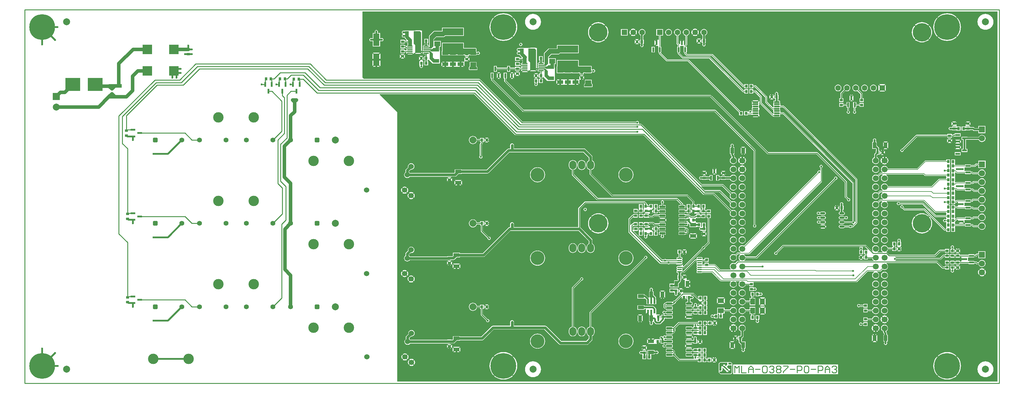
<source format=gtl>
G04 Layer_Physical_Order=1*
G04 Layer_Color=128*
%FSLAX43Y43*%
%MOMM*%
G71*
G01*
G75*
%ADD10R,2.700X2.700*%
%ADD11O,1.400X0.350*%
%ADD12R,6.000X2.000*%
%ADD13R,0.600X1.000*%
%ADD14R,1.350X0.600*%
%ADD15O,1.450X0.650*%
%ADD16R,1.800X1.340*%
%ADD17R,0.800X0.900*%
G04:AMPARAMS|DCode=18|XSize=0.45mm|YSize=1.6mm|CornerRadius=0.05mm|HoleSize=0mm|Usage=FLASHONLY|Rotation=90.000|XOffset=0mm|YOffset=0mm|HoleType=Round|Shape=RoundedRectangle|*
%AMROUNDEDRECTD18*
21,1,0.450,1.501,0,0,90.0*
21,1,0.351,1.600,0,0,90.0*
1,1,0.099,0.750,0.175*
1,1,0.099,0.750,-0.175*
1,1,0.099,-0.750,-0.175*
1,1,0.099,-0.750,0.175*
%
%ADD18ROUNDEDRECTD18*%
%ADD19R,4.240X3.810*%
%ADD20R,1.800X3.550*%
%ADD21C,2.000*%
G04:AMPARAMS|DCode=22|XSize=0.65mm|YSize=1.65mm|CornerRadius=0.049mm|HoleSize=0mm|Usage=FLASHONLY|Rotation=90.000|XOffset=0mm|YOffset=0mm|HoleType=Round|Shape=RoundedRectangle|*
%AMROUNDEDRECTD22*
21,1,0.650,1.552,0,0,90.0*
21,1,0.552,1.650,0,0,90.0*
1,1,0.098,0.776,0.276*
1,1,0.098,0.776,-0.276*
1,1,0.098,-0.776,-0.276*
1,1,0.098,-0.776,0.276*
%
%ADD22ROUNDEDRECTD22*%
%ADD23R,1.700X1.000*%
%ADD24R,0.900X0.800*%
G04:AMPARAMS|DCode=25|XSize=0.3mm|YSize=1.55mm|CornerRadius=0.05mm|HoleSize=0mm|Usage=FLASHONLY|Rotation=90.000|XOffset=0mm|YOffset=0mm|HoleType=Round|Shape=RoundedRectangle|*
%AMROUNDEDRECTD25*
21,1,0.300,1.451,0,0,90.0*
21,1,0.201,1.550,0,0,90.0*
1,1,0.099,0.726,0.101*
1,1,0.099,0.726,-0.101*
1,1,0.099,-0.726,-0.101*
1,1,0.099,-0.726,0.101*
%
%ADD25ROUNDEDRECTD25*%
G04:AMPARAMS|DCode=26|XSize=1.73mm|YSize=1.9mm|CornerRadius=0.052mm|HoleSize=0mm|Usage=FLASHONLY|Rotation=0.000|XOffset=0mm|YOffset=0mm|HoleType=Round|Shape=RoundedRectangle|*
%AMROUNDEDRECTD26*
21,1,1.730,1.796,0,0,0.0*
21,1,1.626,1.900,0,0,0.0*
1,1,0.104,0.813,-0.898*
1,1,0.104,-0.813,-0.898*
1,1,0.104,-0.813,0.898*
1,1,0.104,0.813,0.898*
%
%ADD26ROUNDEDRECTD26*%
%ADD27R,0.600X1.350*%
%ADD28R,1.340X1.800*%
%ADD29R,1.000X1.700*%
%ADD30C,0.250*%
%ADD31C,1.000*%
%ADD32C,0.500*%
%ADD33C,0.200*%
%ADD34C,0.150*%
%ADD35C,0.750*%
%ADD36C,0.300*%
%ADD37C,0.400*%
%ADD38C,0.254*%
%ADD39O,2.000X2.500*%
%ADD40C,3.000*%
%ADD41C,1.600*%
%ADD42R,1.600X1.600*%
%ADD43C,1.524*%
%ADD44C,7.400*%
%ADD45C,5.300*%
%ADD46C,1.700*%
%ADD47C,1.750*%
%ADD48R,1.750X1.750*%
%ADD49C,4.000*%
%ADD50R,2.000X2.000*%
%ADD51C,1.800*%
%ADD52R,1.800X1.800*%
%ADD53C,1.400*%
G04:AMPARAMS|DCode=54|XSize=1.4mm|YSize=1.4mm|CornerRadius=0.35mm|HoleSize=0mm|Usage=FLASHONLY|Rotation=180.000|XOffset=0mm|YOffset=0mm|HoleType=Round|Shape=RoundedRectangle|*
%AMROUNDEDRECTD54*
21,1,1.400,0.700,0,0,180.0*
21,1,0.700,1.400,0,0,180.0*
1,1,0.700,-0.350,0.350*
1,1,0.700,0.350,0.350*
1,1,0.700,0.350,-0.350*
1,1,0.700,-0.350,-0.350*
%
%ADD54ROUNDEDRECTD54*%
%ADD55C,0.600*%
G36*
X279500Y500D02*
X107000D01*
Y78000D01*
X101942Y83058D01*
X102009Y83220D01*
X129084D01*
X140802Y71502D01*
X140893Y71441D01*
X141000Y71420D01*
X177784D01*
X194902Y54302D01*
X194993Y54241D01*
X195100Y54220D01*
X197804D01*
X202678Y49345D01*
X202586Y49121D01*
X202551Y48860D01*
X202586Y48599D01*
X202686Y48356D01*
X202847Y48147D01*
X203056Y47986D01*
X203299Y47886D01*
X203560Y47851D01*
X203821Y47886D01*
X204064Y47986D01*
X204273Y48147D01*
X204433Y48356D01*
X204534Y48599D01*
X204569Y48860D01*
X204534Y49121D01*
X204433Y49364D01*
X204273Y49573D01*
X204064Y49733D01*
X203821Y49834D01*
X203560Y49869D01*
X203299Y49834D01*
X203075Y49742D01*
X198118Y54698D01*
X198027Y54759D01*
X197920Y54780D01*
X195296D01*
X195245Y54845D01*
X195331Y55020D01*
X199544D01*
X202678Y51885D01*
X202586Y51661D01*
X202551Y51400D01*
X202586Y51139D01*
X202686Y50896D01*
X202847Y50687D01*
X203056Y50527D01*
X203299Y50426D01*
X203560Y50391D01*
X203821Y50426D01*
X204064Y50527D01*
X204273Y50687D01*
X204433Y50896D01*
X204534Y51139D01*
X204569Y51400D01*
X204534Y51661D01*
X204433Y51904D01*
X204273Y52113D01*
X204064Y52273D01*
X203821Y52374D01*
X203560Y52409D01*
X203299Y52374D01*
X203075Y52282D01*
X199858Y55498D01*
X199767Y55559D01*
X199660Y55580D01*
X195316D01*
X194344Y56552D01*
X194381Y56662D01*
X194424Y56720D01*
X200384D01*
X202678Y54425D01*
X202586Y54201D01*
X202551Y53940D01*
X202586Y53679D01*
X202686Y53436D01*
X202847Y53227D01*
X203056Y53067D01*
X203299Y52966D01*
X203560Y52931D01*
X203821Y52966D01*
X204064Y53067D01*
X204273Y53227D01*
X204433Y53436D01*
X204534Y53679D01*
X204569Y53940D01*
X204534Y54201D01*
X204433Y54444D01*
X204273Y54653D01*
X204064Y54813D01*
X203821Y54914D01*
X203560Y54949D01*
X203299Y54914D01*
X203075Y54821D01*
X200698Y57198D01*
X200607Y57259D01*
X200500Y57280D01*
X194516D01*
X177198Y74598D01*
X177107Y74659D01*
X177000Y74680D01*
X176522D01*
X176430Y74855D01*
X176458Y75000D01*
X176424Y75175D01*
X176324Y75324D01*
X176175Y75424D01*
X176000Y75459D01*
X175824Y75424D01*
X175675Y75324D01*
X175646Y75280D01*
X143016D01*
X130798Y87498D01*
X130707Y87559D01*
X130600Y87580D01*
X97420D01*
X97000Y88000D01*
Y107000D01*
X279500D01*
Y500D01*
D02*
G37*
%LPC*%
G36*
X109120Y32595D02*
X108855Y32560D01*
X108608Y32457D01*
X108497Y32373D01*
X109120Y31750D01*
X109743Y32373D01*
X109632Y32457D01*
X109385Y32560D01*
X109120Y32595D01*
D02*
G37*
G36*
X275883Y32624D02*
X275180Y31920D01*
X275883Y31216D01*
X275986Y31351D01*
X276100Y31625D01*
X276139Y31920D01*
X276100Y32215D01*
X275986Y32489D01*
X275883Y32624D01*
D02*
G37*
G36*
X274117Y32624D02*
X274014Y32489D01*
X273900Y32215D01*
X273861Y31920D01*
X273900Y31625D01*
X274014Y31351D01*
X274117Y31216D01*
X274820Y31920D01*
X274117Y32624D01*
D02*
G37*
G36*
X267100Y33850D02*
X265900D01*
Y32750D01*
X266065D01*
X266079Y32734D01*
X266143Y32575D01*
X266076Y32476D01*
X266041Y32300D01*
X266076Y32124D01*
X266176Y31976D01*
X266324Y31876D01*
X266500Y31841D01*
X266676Y31876D01*
X266824Y31976D01*
X266924Y32124D01*
X266959Y32300D01*
X266924Y32476D01*
X266857Y32575D01*
X266921Y32734D01*
X266935Y32750D01*
X267100D01*
Y33850D01*
D02*
G37*
G36*
X268704Y33774D02*
X268230Y33300D01*
X268704Y32826D01*
Y33774D01*
D02*
G37*
G36*
X268000Y33170D02*
X267476Y32646D01*
X268524D01*
X268000Y33170D01*
D02*
G37*
G36*
X275000Y33059D02*
X274705Y33020D01*
X274431Y32906D01*
X274296Y32803D01*
X275000Y32100D01*
X275704Y32803D01*
X275569Y32906D01*
X275295Y33020D01*
X275000Y33059D01*
D02*
G37*
G36*
X108317Y32193D02*
X108233Y32082D01*
X108130Y31835D01*
X108095Y31570D01*
X108130Y31305D01*
X108233Y31058D01*
X108317Y30947D01*
X108940Y31570D01*
X108317Y32193D01*
D02*
G37*
G36*
X190154Y31024D02*
X189590Y30460D01*
X189500Y30550D01*
X189450Y30500D01*
X189590Y30360D01*
X189026Y29796D01*
X189509D01*
X189646Y29704D01*
X189646Y29621D01*
Y27676D01*
X190310Y28340D01*
X190400Y28250D01*
X190490Y28340D01*
X191154Y27676D01*
Y29524D01*
X190490Y28860D01*
X190310Y29040D01*
X190974Y29704D01*
X190291D01*
X190154Y29796D01*
X190154Y29879D01*
Y31024D01*
D02*
G37*
G36*
X111000Y31025D02*
X110735Y30990D01*
X110488Y30887D01*
X110377Y30803D01*
X111000Y30180D01*
X111623Y30803D01*
X111512Y30887D01*
X111265Y30990D01*
X111000Y31025D01*
D02*
G37*
G36*
X247000Y32089D02*
X246739Y32054D01*
X246496Y31953D01*
X246287Y31793D01*
X246126Y31584D01*
X246026Y31341D01*
X245991Y31080D01*
X246026Y30819D01*
X246126Y30576D01*
X246287Y30367D01*
X246496Y30206D01*
X246739Y30106D01*
X247000Y30071D01*
X247261Y30106D01*
X247504Y30206D01*
X247713Y30367D01*
X247873Y30576D01*
X247974Y30819D01*
X248009Y31080D01*
X247974Y31341D01*
X247873Y31584D01*
X247713Y31793D01*
X247504Y31953D01*
X247261Y32054D01*
X247000Y32089D01*
D02*
G37*
G36*
X109120Y31390D02*
X108497Y30767D01*
X108608Y30683D01*
X108855Y30580D01*
X109120Y30545D01*
X109385Y30580D01*
X109632Y30683D01*
X109743Y30767D01*
X109120Y31390D01*
D02*
G37*
G36*
X109923Y32193D02*
X109300Y31570D01*
X109923Y30947D01*
X110007Y31058D01*
X110110Y31305D01*
X110145Y31570D01*
X110110Y31835D01*
X110007Y32082D01*
X109923Y32193D01*
D02*
G37*
G36*
X275000Y31740D02*
X274296Y31037D01*
X274431Y30934D01*
X274705Y30820D01*
X275000Y30781D01*
X275295Y30820D01*
X275569Y30934D01*
X275704Y31037D01*
X275000Y31740D01*
D02*
G37*
G36*
X189974Y31204D02*
X189026D01*
X189500Y30730D01*
X189974Y31204D01*
D02*
G37*
G36*
X121296Y35074D02*
Y34126D01*
X121770Y34600D01*
X121296Y35074D01*
D02*
G37*
G36*
X122000Y34650D02*
X121950Y34600D01*
X122000Y34550D01*
X122050Y34600D01*
X122000Y34650D01*
D02*
G37*
G36*
Y34470D02*
X121476Y33946D01*
X122524D01*
X122000Y34470D01*
D02*
G37*
G36*
X122704Y35074D02*
X122230Y34600D01*
X122704Y34126D01*
Y35074D01*
D02*
G37*
G36*
X240954Y36724D02*
X240430Y36200D01*
X240954Y35676D01*
Y36724D01*
D02*
G37*
G36*
X239646Y36724D02*
Y35676D01*
X240170Y36200D01*
X239646Y36724D01*
D02*
G37*
G36*
X122524Y35254D02*
X121476D01*
X122000Y34730D01*
X122524Y35254D01*
D02*
G37*
G36*
X240300Y35970D02*
X239826Y35496D01*
X240774D01*
X240300Y35970D01*
D02*
G37*
G36*
X125104Y34274D02*
X124530Y33700D01*
X125104Y33126D01*
Y34274D01*
D02*
G37*
G36*
X122896Y34274D02*
Y33126D01*
X123470Y33700D01*
X122896Y34274D01*
D02*
G37*
G36*
X267296Y33774D02*
Y32826D01*
X267770Y33300D01*
X267296Y33774D01*
D02*
G37*
G36*
X124924Y34454D02*
X123076D01*
X123740Y33790D01*
X123650Y33700D01*
X123740Y33610D01*
X123076Y32946D01*
X124924D01*
X124260Y33610D01*
X124350Y33700D01*
X124260Y33790D01*
X124924Y34454D01*
D02*
G37*
G36*
X147300Y38160D02*
X146879Y38119D01*
X146473Y37996D01*
X146100Y37796D01*
X145772Y37528D01*
X145504Y37200D01*
X145304Y36827D01*
X145181Y36421D01*
X145140Y36000D01*
X145181Y35579D01*
X145304Y35173D01*
X145504Y34800D01*
X145772Y34472D01*
X146100Y34204D01*
X146473Y34004D01*
X146879Y33881D01*
X147300Y33840D01*
X147721Y33881D01*
X148127Y34004D01*
X148500Y34204D01*
X148828Y34472D01*
X149096Y34800D01*
X149296Y35173D01*
X149419Y35579D01*
X149460Y36000D01*
X149419Y36421D01*
X149296Y36827D01*
X149096Y37200D01*
X148828Y37528D01*
X148500Y37796D01*
X148127Y37996D01*
X147721Y38119D01*
X147300Y38160D01*
D02*
G37*
G36*
X172700D02*
X172279Y38119D01*
X171873Y37996D01*
X171500Y37796D01*
X171172Y37528D01*
X170904Y37200D01*
X170704Y36827D01*
X170581Y36421D01*
X170540Y36000D01*
X170581Y35579D01*
X170704Y35173D01*
X170904Y34800D01*
X171172Y34472D01*
X171500Y34204D01*
X171873Y34004D01*
X172279Y33881D01*
X172700Y33840D01*
X173121Y33881D01*
X173527Y34004D01*
X173900Y34204D01*
X174228Y34472D01*
X174496Y34800D01*
X174696Y35173D01*
X174819Y35579D01*
X174860Y36000D01*
X174819Y36421D01*
X174696Y36827D01*
X174496Y37200D01*
X174228Y37528D01*
X173900Y37796D01*
X173527Y37996D01*
X173121Y38119D01*
X172700Y38160D01*
D02*
G37*
G36*
X268000Y33350D02*
X267950Y33300D01*
X268000Y33250D01*
X268050Y33300D01*
X268000Y33350D01*
D02*
G37*
G36*
X268524Y33954D02*
X267476D01*
X268000Y33430D01*
X268524Y33954D01*
D02*
G37*
G36*
X183200Y24970D02*
X182626Y24396D01*
X183774D01*
X183200Y24970D01*
D02*
G37*
G36*
X180000Y27459D02*
X179824Y27424D01*
X179676Y27324D01*
X179576Y27176D01*
X179541Y27000D01*
X179576Y26824D01*
X179592Y26800D01*
Y26500D01*
X179350D01*
Y24674D01*
X179175Y24602D01*
X178488Y25288D01*
X178356Y25377D01*
X178200Y25408D01*
X178200Y25408D01*
X178000D01*
Y25650D01*
X176000D01*
Y24350D01*
X178000D01*
Y24376D01*
X178175Y24448D01*
X178600Y24023D01*
Y22725D01*
X179375D01*
X179500Y22725D01*
X179675Y22725D01*
X180450D01*
Y22725D01*
X180500D01*
Y22725D01*
X181400D01*
Y24025D01*
X181358D01*
Y24550D01*
X181358Y24550D01*
X181327Y24706D01*
X181238Y24838D01*
X180650Y25427D01*
Y26500D01*
X180408D01*
Y26800D01*
X180424Y26824D01*
X180459Y27000D01*
X180424Y27176D01*
X180324Y27324D01*
X180176Y27424D01*
X180000Y27459D01*
D02*
G37*
G36*
X212674Y24654D02*
X211186D01*
X211930Y23910D01*
X212674Y24654D01*
D02*
G37*
G36*
X189400Y24470D02*
X188926Y23996D01*
X189874D01*
X189400Y24470D01*
D02*
G37*
G36*
X244460Y27009D02*
X244199Y26974D01*
X243956Y26873D01*
X243747Y26713D01*
X243587Y26504D01*
X243486Y26261D01*
X243451Y26000D01*
X243486Y25739D01*
X243587Y25496D01*
X243747Y25287D01*
X243956Y25126D01*
X244199Y25026D01*
X244460Y24991D01*
X244721Y25026D01*
X244964Y25126D01*
X245173Y25287D01*
X245333Y25496D01*
X245434Y25739D01*
X245469Y26000D01*
X245434Y26261D01*
X245333Y26504D01*
X245173Y26713D01*
X244964Y26873D01*
X244721Y26974D01*
X244460Y27009D01*
D02*
G37*
G36*
X247000D02*
X246739Y26974D01*
X246496Y26873D01*
X246287Y26713D01*
X246126Y26504D01*
X246026Y26261D01*
X245991Y26000D01*
X246026Y25739D01*
X246126Y25496D01*
X246287Y25287D01*
X246496Y25126D01*
X246739Y25026D01*
X247000Y24991D01*
X247261Y25026D01*
X247504Y25126D01*
X247713Y25287D01*
X247873Y25496D01*
X247974Y25739D01*
X248009Y26000D01*
X247974Y26261D01*
X247873Y26504D01*
X247713Y26713D01*
X247504Y26873D01*
X247261Y26974D01*
X247000Y27009D01*
D02*
G37*
G36*
X203560D02*
X203299Y26974D01*
X203056Y26873D01*
X202847Y26713D01*
X202686Y26504D01*
X202586Y26261D01*
X202551Y26000D01*
X202586Y25739D01*
X202686Y25496D01*
X202847Y25287D01*
X203056Y25126D01*
X203299Y25026D01*
X203560Y24991D01*
X203821Y25026D01*
X204064Y25126D01*
X204273Y25287D01*
X204433Y25496D01*
X204534Y25739D01*
X204569Y26000D01*
X204534Y26261D01*
X204433Y26504D01*
X204273Y26713D01*
X204064Y26873D01*
X203821Y26974D01*
X203560Y27009D01*
D02*
G37*
G36*
X206100D02*
X205839Y26974D01*
X205596Y26873D01*
X205387Y26713D01*
X205227Y26504D01*
X205126Y26261D01*
X205091Y26000D01*
X205126Y25739D01*
X205227Y25496D01*
X205387Y25287D01*
X205596Y25126D01*
X205839Y25026D01*
X206100Y24991D01*
X206361Y25026D01*
X206604Y25126D01*
X206813Y25287D01*
X206973Y25496D01*
X207074Y25739D01*
X207109Y26000D01*
X207074Y26261D01*
X206973Y26504D01*
X206813Y26713D01*
X206604Y26873D01*
X206361Y26974D01*
X206100Y27009D01*
D02*
G37*
G36*
X200974Y24654D02*
X199026D01*
X199860Y23820D01*
X199770Y23730D01*
X199860Y23640D01*
X199026Y22806D01*
X200974D01*
X200140Y23640D01*
X200230Y23730D01*
X200140Y23820D01*
X200974Y24654D01*
D02*
G37*
G36*
X198846Y24474D02*
Y22986D01*
X199590Y23730D01*
X198846Y24474D01*
D02*
G37*
G36*
X193446Y23624D02*
X193446Y22576D01*
X193970Y23100D01*
X193446Y23624D01*
D02*
G37*
G36*
X242100Y22850D02*
X240900D01*
Y22580D01*
X239954D01*
X239924Y22624D01*
X239776Y22724D01*
X239600Y22759D01*
X239424Y22724D01*
X239276Y22624D01*
X239176Y22476D01*
X239141Y22300D01*
X239176Y22124D01*
X239276Y21976D01*
X239424Y21876D01*
X239600Y21841D01*
X239776Y21876D01*
X239924Y21976D01*
X239954Y22020D01*
X240900D01*
Y21750D01*
X242100D01*
Y22850D01*
D02*
G37*
G36*
X212854Y24474D02*
X212020Y23640D01*
X211930Y23730D01*
X211840Y23640D01*
X211006Y24474D01*
Y22526D01*
X211840Y23360D01*
X211930Y23270D01*
X212020Y23360D01*
X212854Y22526D01*
Y24474D01*
D02*
G37*
G36*
X209650Y26200D02*
X208550D01*
Y25000D01*
X208790D01*
Y24550D01*
X208250D01*
Y23740D01*
X207066D01*
X206973Y23964D01*
X206813Y24173D01*
X206604Y24333D01*
X206361Y24434D01*
X206100Y24469D01*
X205839Y24434D01*
X205596Y24333D01*
X205387Y24173D01*
X205227Y23964D01*
X205126Y23721D01*
X205091Y23460D01*
X205126Y23199D01*
X205227Y22956D01*
X205387Y22747D01*
X205596Y22587D01*
X205839Y22486D01*
X206100Y22451D01*
X206361Y22486D01*
X206604Y22587D01*
X206813Y22747D01*
X206973Y22956D01*
X207066Y23180D01*
X208250D01*
Y22450D01*
X209890D01*
Y24550D01*
X209350D01*
Y25000D01*
X209650D01*
Y26200D01*
D02*
G37*
G36*
X201154Y24474D02*
X200410Y23730D01*
X201154Y22986D01*
Y24474D01*
D02*
G37*
G36*
X194100Y23150D02*
X194050Y23100D01*
X194100Y23050D01*
X194150Y23100D01*
X194100Y23150D01*
D02*
G37*
G36*
X247000Y29549D02*
X246739Y29514D01*
X246496Y29413D01*
X246287Y29253D01*
X246126Y29044D01*
X246026Y28801D01*
X245991Y28540D01*
X246026Y28279D01*
X246126Y28036D01*
X246287Y27827D01*
X246496Y27667D01*
X246739Y27566D01*
X247000Y27531D01*
X247261Y27566D01*
X247504Y27667D01*
X247713Y27827D01*
X247873Y28036D01*
X247974Y28279D01*
X248009Y28540D01*
X247974Y28801D01*
X247873Y29044D01*
X247713Y29253D01*
X247504Y29413D01*
X247261Y29514D01*
X247000Y29549D01*
D02*
G37*
G36*
X111000Y29820D02*
X110377Y29197D01*
X110488Y29113D01*
X110735Y29010D01*
X111000Y28975D01*
X111265Y29010D01*
X111512Y29113D01*
X111623Y29197D01*
X111000Y29820D01*
D02*
G37*
G36*
X190400Y28070D02*
X189826Y27496D01*
X190974D01*
X190400Y28070D01*
D02*
G37*
G36*
X244460Y29549D02*
X244199Y29514D01*
X243956Y29413D01*
X243747Y29253D01*
X243587Y29044D01*
X243486Y28801D01*
X243451Y28540D01*
X243486Y28279D01*
X243587Y28036D01*
X243747Y27827D01*
X243956Y27667D01*
X244199Y27566D01*
X244460Y27531D01*
X244721Y27566D01*
X244964Y27667D01*
X245173Y27827D01*
X245333Y28036D01*
X245434Y28279D01*
X245469Y28540D01*
X245434Y28801D01*
X245333Y29044D01*
X245173Y29253D01*
X244964Y29413D01*
X244721Y29514D01*
X244460Y29549D01*
D02*
G37*
G36*
X160000Y30459D02*
X159824Y30424D01*
X159676Y30324D01*
X159576Y30176D01*
X159541Y30000D01*
X159552Y29948D01*
X157252Y27648D01*
X157191Y27557D01*
X157170Y27450D01*
Y16273D01*
X157150Y16270D01*
X156870Y16155D01*
X156630Y15970D01*
X156445Y15730D01*
X156330Y15450D01*
X156290Y15150D01*
Y14650D01*
X156330Y14350D01*
X156445Y14070D01*
X156630Y13830D01*
X156870Y13645D01*
X157150Y13530D01*
X157450Y13490D01*
X157750Y13530D01*
X158030Y13645D01*
X158270Y13830D01*
X158455Y14070D01*
X158570Y14350D01*
X158610Y14650D01*
Y15150D01*
X158570Y15450D01*
X158455Y15730D01*
X158270Y15970D01*
X158030Y16155D01*
X157750Y16270D01*
X157730Y16273D01*
Y27334D01*
X159948Y29552D01*
X160000Y29541D01*
X160176Y29576D01*
X160324Y29676D01*
X160424Y29824D01*
X160459Y30000D01*
X160424Y30176D01*
X160324Y30324D01*
X160176Y30424D01*
X160000Y30459D01*
D02*
G37*
G36*
X188846Y31024D02*
Y29976D01*
X189370Y30500D01*
X188846Y31024D01*
D02*
G37*
G36*
X111803Y30623D02*
X111180Y30000D01*
X111803Y29377D01*
X111887Y29488D01*
X111990Y29735D01*
X112025Y30000D01*
X111990Y30265D01*
X111887Y30512D01*
X111803Y30623D01*
D02*
G37*
G36*
X110197Y30623D02*
X110113Y30512D01*
X110010Y30265D01*
X109975Y30000D01*
X110010Y29735D01*
X110113Y29488D01*
X110197Y29377D01*
X110820Y30000D01*
X110197Y30623D01*
D02*
G37*
G36*
X183954Y26424D02*
X183290Y25760D01*
X183200Y25850D01*
X183110Y25760D01*
X182446Y26424D01*
Y24576D01*
X183110Y25240D01*
X183200Y25150D01*
X183290Y25240D01*
X183954Y24576D01*
Y26424D01*
D02*
G37*
G36*
X183774Y26604D02*
X182626D01*
X183200Y26030D01*
X183774Y26604D01*
D02*
G37*
G36*
X186400Y27250D02*
Y27250D01*
X186396Y27250D01*
X185200D01*
Y26150D01*
X186400D01*
Y26150D01*
X186550Y26090D01*
Y26000D01*
X186692D01*
Y25800D01*
X186676Y25776D01*
X186641Y25600D01*
X186676Y25424D01*
X186776Y25276D01*
X186924Y25176D01*
X187100Y25141D01*
X187276Y25176D01*
X187424Y25276D01*
X187524Y25424D01*
X187559Y25600D01*
X187524Y25776D01*
X187508Y25800D01*
Y26000D01*
X187650D01*
Y27200D01*
X186550D01*
Y27200D01*
X186400Y27250D01*
D02*
G37*
G36*
X211050Y26200D02*
X209950D01*
Y25000D01*
X211050D01*
Y25165D01*
X211066Y25179D01*
X211225Y25243D01*
X211324Y25176D01*
X211500Y25141D01*
X211676Y25176D01*
X211824Y25276D01*
X211924Y25424D01*
X211959Y25600D01*
X211924Y25776D01*
X211824Y25924D01*
X211676Y26024D01*
X211500Y26059D01*
X211324Y26024D01*
X211225Y25957D01*
X211066Y26021D01*
X211050Y26035D01*
Y26200D01*
D02*
G37*
G36*
X209400Y27650D02*
X208200D01*
Y26550D01*
X209400D01*
Y26616D01*
X209575Y26709D01*
X209624Y26676D01*
X209800Y26641D01*
X209976Y26676D01*
X210124Y26776D01*
X210224Y26924D01*
X210259Y27100D01*
X210224Y27276D01*
X210124Y27424D01*
X209976Y27524D01*
X209800Y27559D01*
X209624Y27524D01*
X209575Y27491D01*
X209400Y27584D01*
Y27650D01*
D02*
G37*
G36*
X188974Y27304D02*
X188026D01*
X188500Y26830D01*
X188974Y27304D01*
D02*
G37*
G36*
X187846Y27124D02*
Y26076D01*
X188370Y26600D01*
X187846Y27124D01*
D02*
G37*
G36*
X189154Y27124D02*
X188590Y26560D01*
X188500Y26650D01*
X188450Y26600D01*
X188590Y26460D01*
X188026Y25896D01*
X188571D01*
X188638Y25734D01*
X186652Y23748D01*
X186600Y23759D01*
X186424Y23724D01*
X186276Y23624D01*
X186176Y23476D01*
X186144Y23453D01*
X185978Y23378D01*
X185951Y23384D01*
X184399D01*
X184321Y23368D01*
X184255Y23325D01*
X184212Y23259D01*
X184197Y23185D01*
X184005D01*
X183898Y23164D01*
X183807Y23103D01*
X183602Y22898D01*
X183541Y22807D01*
X183520Y22700D01*
Y21900D01*
X183541Y21793D01*
X183602Y21702D01*
X183867Y21437D01*
X183958Y21376D01*
X184065Y21355D01*
X184197D01*
X184212Y21281D01*
X184255Y21215D01*
X184321Y21172D01*
X184399Y21156D01*
X185951D01*
X186029Y21172D01*
X186095Y21215D01*
X186138Y21281D01*
X186154Y21359D01*
Y21911D01*
X186138Y21989D01*
X186095Y22055D01*
X186029Y22098D01*
X185951Y22114D01*
X184399D01*
X184321Y22098D01*
X184255Y22055D01*
X184255Y22054D01*
X184080Y22108D01*
Y22432D01*
X184255Y22486D01*
X184255Y22485D01*
X184321Y22442D01*
X184399Y22426D01*
X185951D01*
X186029Y22442D01*
X186095Y22485D01*
X186138Y22551D01*
X186152Y22620D01*
X186200D01*
X186307Y22641D01*
X186398Y22702D01*
X186548Y22852D01*
X186600Y22841D01*
X186776Y22876D01*
X186924Y22976D01*
X187024Y23124D01*
X187059Y23300D01*
X187048Y23352D01*
X188584Y24888D01*
X188746Y24821D01*
Y24176D01*
X189310Y24740D01*
X189400Y24650D01*
X189490Y24740D01*
X190054Y24176D01*
Y25245D01*
X190075Y25254D01*
X190083Y25254D01*
X190250Y25139D01*
Y24100D01*
X190392D01*
Y23384D01*
X190049D01*
X189971Y23368D01*
X189905Y23325D01*
X189862Y23259D01*
X189846Y23181D01*
Y22629D01*
X189862Y22551D01*
X189905Y22485D01*
X189971Y22442D01*
X190049Y22426D01*
X191601D01*
X191679Y22442D01*
X191745Y22485D01*
X191788Y22551D01*
X191804Y22629D01*
Y23181D01*
X191788Y23259D01*
X191745Y23325D01*
X191679Y23368D01*
X191601Y23384D01*
X191208D01*
Y24100D01*
X191350D01*
Y24226D01*
X191524Y24276D01*
X191700Y24241D01*
X191876Y24276D01*
X192024Y24376D01*
X192124Y24524D01*
X192159Y24700D01*
X192124Y24876D01*
X192024Y25024D01*
X191876Y25124D01*
X191700Y25159D01*
X191582Y25135D01*
X191408Y25240D01*
X191403Y25275D01*
X191535Y25420D01*
X191984D01*
X193102Y24302D01*
X193193Y24241D01*
X193300Y24220D01*
X193426D01*
X193550Y24096D01*
X193550Y23936D01*
X193525Y23904D01*
X194100Y23330D01*
X194675Y23904D01*
X194650Y23936D01*
X194650Y23979D01*
Y25100D01*
X193550D01*
Y24880D01*
X193375Y24822D01*
X192298Y25898D01*
X192207Y25959D01*
X192100Y25980D01*
X189154D01*
Y27124D01*
D02*
G37*
G36*
X189601Y44939D02*
X188049D01*
X187971Y44923D01*
X187905Y44880D01*
X187862Y44814D01*
X187846Y44736D01*
Y44184D01*
X187862Y44106D01*
X187905Y44040D01*
X187971Y43997D01*
X188049Y43981D01*
X189601D01*
X189679Y43997D01*
X189745Y44040D01*
X189788Y44106D01*
X189803Y44180D01*
X190024D01*
X190120Y44084D01*
Y43516D01*
X190074Y43470D01*
X189803D01*
X189788Y43544D01*
X189745Y43610D01*
X189679Y43653D01*
X189601Y43669D01*
X188049D01*
X187971Y43653D01*
X187905Y43610D01*
X187862Y43544D01*
X187846Y43466D01*
Y42914D01*
X187862Y42836D01*
X187905Y42770D01*
X187971Y42727D01*
X188049Y42711D01*
X189601D01*
X189679Y42727D01*
X189745Y42770D01*
X189788Y42836D01*
X189803Y42910D01*
X190190D01*
X190297Y42931D01*
X190388Y42992D01*
X190598Y43202D01*
X190659Y43293D01*
X190680Y43400D01*
Y44200D01*
X190659Y44307D01*
X190598Y44398D01*
X190338Y44658D01*
X190247Y44719D01*
X190140Y44740D01*
X189803D01*
X189788Y44814D01*
X189745Y44880D01*
X189679Y44923D01*
X189601Y44939D01*
D02*
G37*
G36*
X195624Y43654D02*
X194576D01*
X195100Y43130D01*
X195624Y43654D01*
D02*
G37*
G36*
X257770Y45820D02*
X255807Y43857D01*
X256058Y43643D01*
X256448Y43405D01*
X256870Y43230D01*
X257314Y43123D01*
X257770Y43087D01*
X258226Y43123D01*
X258670Y43230D01*
X259092Y43405D01*
X259482Y43643D01*
X259733Y43857D01*
X257770Y45820D01*
D02*
G37*
G36*
X180554Y45024D02*
X180030Y44500D01*
X180554Y43976D01*
Y45024D01*
D02*
G37*
G36*
X255627Y47963D02*
X255413Y47712D01*
X255174Y47322D01*
X255000Y46900D01*
X254893Y46456D01*
X254857Y46000D01*
X254893Y45544D01*
X255000Y45100D01*
X255174Y44678D01*
X255413Y44288D01*
X255627Y44037D01*
X257590Y46000D01*
X255627Y47963D01*
D02*
G37*
G36*
X162607D02*
X162393Y47712D01*
X162155Y47322D01*
X161980Y46900D01*
X161873Y46456D01*
X161837Y46000D01*
X161873Y45544D01*
X161980Y45100D01*
X162155Y44678D01*
X162393Y44288D01*
X162607Y44037D01*
X164570Y46000D01*
X162607Y47963D01*
D02*
G37*
G36*
X181850Y45100D02*
X180750D01*
Y43900D01*
X181020D01*
Y43700D01*
X180750D01*
Y42500D01*
X181850D01*
Y43700D01*
X181580D01*
Y43900D01*
X181850D01*
Y44180D01*
X182197D01*
X182212Y44106D01*
X182255Y44040D01*
X182321Y43997D01*
X182399Y43981D01*
X183951D01*
X184029Y43997D01*
X184095Y44040D01*
X184138Y44106D01*
X184154Y44184D01*
Y44736D01*
X184138Y44814D01*
X184095Y44880D01*
X184029Y44923D01*
X183951Y44939D01*
X182399D01*
X182321Y44923D01*
X182255Y44880D01*
X182212Y44814D01*
X182197Y44740D01*
X181850D01*
Y45100D01*
D02*
G37*
G36*
X164750Y45820D02*
X162787Y43857D01*
X163038Y43643D01*
X163428Y43405D01*
X163850Y43230D01*
X164294Y43123D01*
X164750Y43087D01*
X165206Y43123D01*
X165650Y43230D01*
X166072Y43405D01*
X166462Y43643D01*
X166713Y43857D01*
X164750Y45820D01*
D02*
G37*
G36*
X203560Y44789D02*
X203299Y44754D01*
X203056Y44653D01*
X202847Y44493D01*
X202686Y44284D01*
X202586Y44041D01*
X202551Y43780D01*
X202586Y43519D01*
X202686Y43276D01*
X202847Y43067D01*
X203056Y42907D01*
X203299Y42806D01*
X203560Y42771D01*
X203821Y42806D01*
X204064Y42907D01*
X204273Y43067D01*
X204433Y43276D01*
X204534Y43519D01*
X204569Y43780D01*
X204534Y44041D01*
X204433Y44284D01*
X204273Y44493D01*
X204064Y44653D01*
X203821Y44754D01*
X203560Y44789D01*
D02*
G37*
G36*
X195804Y43474D02*
X195330Y43000D01*
X195804Y42526D01*
Y43474D01*
D02*
G37*
G36*
X194396Y43474D02*
Y42526D01*
X194870Y43000D01*
X194396Y43474D01*
D02*
G37*
G36*
X206100Y44789D02*
X205839Y44754D01*
X205596Y44653D01*
X205387Y44493D01*
X205227Y44284D01*
X205126Y44041D01*
X205091Y43780D01*
X205126Y43519D01*
X205227Y43276D01*
X205387Y43067D01*
X205596Y42907D01*
X205839Y42806D01*
X206100Y42771D01*
X206361Y42806D01*
X206604Y42907D01*
X206813Y43067D01*
X206973Y43276D01*
X207074Y43519D01*
X207109Y43780D01*
X207074Y44041D01*
X206973Y44284D01*
X206813Y44493D01*
X206604Y44653D01*
X206361Y44754D01*
X206100Y44789D01*
D02*
G37*
G36*
X195100Y43050D02*
X195050Y43000D01*
X195100Y42950D01*
X195150Y43000D01*
X195100Y43050D01*
D02*
G37*
G36*
X247000Y44789D02*
X246739Y44754D01*
X246496Y44653D01*
X246287Y44493D01*
X246126Y44284D01*
X246026Y44041D01*
X245991Y43780D01*
X246026Y43519D01*
X246126Y43276D01*
X246287Y43067D01*
X246496Y42907D01*
X246739Y42806D01*
X247000Y42771D01*
X247261Y42806D01*
X247504Y42907D01*
X247713Y43067D01*
X247873Y43276D01*
X247974Y43519D01*
X248009Y43780D01*
X247974Y44041D01*
X247873Y44284D01*
X247713Y44493D01*
X247504Y44653D01*
X247261Y44754D01*
X247000Y44789D01*
D02*
G37*
G36*
X244460D02*
X244199Y44754D01*
X243956Y44653D01*
X243747Y44493D01*
X243587Y44284D01*
X243486Y44041D01*
X243451Y43780D01*
X243486Y43519D01*
X243587Y43276D01*
X243747Y43067D01*
X243956Y42907D01*
X244199Y42806D01*
X244460Y42771D01*
X244721Y42806D01*
X244964Y42907D01*
X245173Y43067D01*
X245333Y43276D01*
X245434Y43519D01*
X245469Y43780D01*
X245434Y44041D01*
X245333Y44284D01*
X245173Y44493D01*
X244964Y44653D01*
X244721Y44754D01*
X244460Y44789D01*
D02*
G37*
G36*
X166893Y47963D02*
X164930Y46000D01*
X166893Y44037D01*
X167107Y44288D01*
X167345Y44678D01*
X167520Y45100D01*
X167627Y45544D01*
X167663Y46000D01*
X167627Y46456D01*
X167520Y46900D01*
X167345Y47322D01*
X167107Y47712D01*
X166893Y47963D01*
D02*
G37*
G36*
X132046Y46524D02*
Y45476D01*
X132570Y46000D01*
X132046Y46524D01*
D02*
G37*
G36*
X247000Y47329D02*
X246739Y47294D01*
X246496Y47193D01*
X246287Y47033D01*
X246126Y46824D01*
X246026Y46581D01*
X245991Y46320D01*
X246026Y46059D01*
X246126Y45816D01*
X246287Y45607D01*
X246496Y45446D01*
X246739Y45346D01*
X247000Y45311D01*
X247261Y45346D01*
X247504Y45446D01*
X247713Y45607D01*
X247873Y45816D01*
X247974Y46059D01*
X248009Y46320D01*
X247974Y46581D01*
X247873Y46824D01*
X247713Y47033D01*
X247504Y47193D01*
X247261Y47294D01*
X247000Y47329D01*
D02*
G37*
G36*
X244460D02*
X244199Y47294D01*
X243956Y47193D01*
X243747Y47033D01*
X243587Y46824D01*
X243486Y46581D01*
X243451Y46320D01*
X243486Y46059D01*
X243587Y45816D01*
X243747Y45607D01*
X243956Y45446D01*
X244199Y45346D01*
X244460Y45311D01*
X244721Y45346D01*
X244964Y45446D01*
X245173Y45607D01*
X245333Y45816D01*
X245434Y46059D01*
X245469Y46320D01*
X245434Y46581D01*
X245333Y46824D01*
X245173Y47033D01*
X244964Y47193D01*
X244721Y47294D01*
X244460Y47329D01*
D02*
G37*
G36*
X133354Y46524D02*
X132830Y46000D01*
X133354Y45476D01*
Y46524D01*
D02*
G37*
G36*
X257770Y48913D02*
X257314Y48877D01*
X256870Y48770D01*
X256448Y48595D01*
X256058Y48357D01*
X255807Y48143D01*
X257770Y46180D01*
X259733Y48143D01*
X259482Y48357D01*
X259092Y48595D01*
X258670Y48770D01*
X258226Y48877D01*
X257770Y48913D01*
D02*
G37*
G36*
X164750D02*
X164294Y48877D01*
X163850Y48770D01*
X163428Y48595D01*
X163038Y48357D01*
X162787Y48143D01*
X164750Y46180D01*
X166713Y48143D01*
X166462Y48357D01*
X166072Y48595D01*
X165650Y48770D01*
X165206Y48877D01*
X164750Y48913D01*
D02*
G37*
G36*
X132700Y46050D02*
X132650Y46000D01*
X132700Y45950D01*
X132750Y46000D01*
X132700Y46050D01*
D02*
G37*
G36*
X206100Y47329D02*
X205839Y47294D01*
X205596Y47193D01*
X205387Y47033D01*
X205227Y46824D01*
X205126Y46581D01*
X205091Y46320D01*
X205126Y46059D01*
X205227Y45816D01*
X205387Y45607D01*
X205596Y45446D01*
X205839Y45346D01*
X206100Y45311D01*
X206361Y45346D01*
X206604Y45446D01*
X206813Y45607D01*
X206973Y45816D01*
X207074Y46059D01*
X207109Y46320D01*
X207074Y46581D01*
X206973Y46824D01*
X206813Y47033D01*
X206604Y47193D01*
X206361Y47294D01*
X206100Y47329D01*
D02*
G37*
G36*
X230164Y45405D02*
X229855Y45095D01*
X230164Y44785D01*
X230220Y44869D01*
X230265Y45095D01*
X230220Y45321D01*
X230164Y45405D01*
D02*
G37*
G36*
X229675Y45685D02*
X228875D01*
X228649Y45640D01*
X228565Y45584D01*
X228965Y45185D01*
X228875Y45095D01*
X228965Y45005D01*
X228565Y44606D01*
X228649Y44550D01*
X228875Y44505D01*
X229675D01*
X229901Y44550D01*
X229985Y44606D01*
X229585Y45005D01*
X229675Y45095D01*
X229585Y45185D01*
X229985Y45584D01*
X229901Y45640D01*
X229675Y45685D01*
D02*
G37*
G36*
X259913Y47963D02*
X257950Y46000D01*
X259913Y44037D01*
X260127Y44288D01*
X260365Y44678D01*
X260540Y45100D01*
X260647Y45544D01*
X260683Y46000D01*
X260647Y46456D01*
X260540Y46900D01*
X260365Y47322D01*
X260127Y47712D01*
X259913Y47963D01*
D02*
G37*
G36*
X228386Y45405D02*
X228330Y45321D01*
X228285Y45095D01*
X228330Y44869D01*
X228386Y44785D01*
X228695Y45095D01*
X228386Y45405D01*
D02*
G37*
G36*
X203560Y47329D02*
X203299Y47294D01*
X203056Y47193D01*
X202847Y47033D01*
X202686Y46824D01*
X202586Y46581D01*
X202551Y46320D01*
X202586Y46059D01*
X202686Y45816D01*
X202847Y45607D01*
X203056Y45446D01*
X203299Y45346D01*
X203560Y45311D01*
X203821Y45346D01*
X204064Y45446D01*
X204273Y45607D01*
X204433Y45816D01*
X204534Y46059D01*
X204569Y46320D01*
X204534Y46581D01*
X204433Y46824D01*
X204273Y47033D01*
X204064Y47193D01*
X203821Y47294D01*
X203560Y47329D01*
D02*
G37*
G36*
X132700Y45770D02*
X132226Y45296D01*
X133174D01*
X132700Y45770D01*
D02*
G37*
G36*
X134700Y89350D02*
X133800D01*
Y87700D01*
X133970D01*
Y87350D01*
X133991Y87243D01*
X134052Y87152D01*
X143002Y78202D01*
X143093Y78141D01*
X143200Y78120D01*
X198184D01*
X209420Y66884D01*
Y45654D01*
X209376Y45624D01*
X209276Y45476D01*
X209241Y45300D01*
X209276Y45124D01*
X209376Y44976D01*
X209524Y44876D01*
X209700Y44841D01*
X209876Y44876D01*
X210024Y44976D01*
X210124Y45124D01*
X210159Y45300D01*
X210124Y45476D01*
X210024Y45624D01*
X209980Y45654D01*
Y67000D01*
X209959Y67107D01*
X209898Y67198D01*
X198498Y78598D01*
X198407Y78659D01*
X198300Y78680D01*
X143316D01*
X134530Y87466D01*
Y87700D01*
X134700D01*
Y89350D01*
D02*
G37*
G36*
X195100Y42870D02*
X194576Y42346D01*
X195624D01*
X195100Y42870D01*
D02*
G37*
G36*
X268704Y38574D02*
X268230Y38100D01*
X268704Y37626D01*
Y38574D01*
D02*
G37*
G36*
X266500Y39659D02*
X266324Y39624D01*
X266176Y39524D01*
X266076Y39376D01*
X266041Y39200D01*
X266076Y39024D01*
X266176Y38876D01*
X266220Y38846D01*
Y38650D01*
X265900D01*
Y37550D01*
X267100D01*
Y38650D01*
X266780D01*
Y38846D01*
X266824Y38876D01*
X266924Y39024D01*
X266959Y39200D01*
X266924Y39376D01*
X266824Y39524D01*
X266676Y39624D01*
X266500Y39659D01*
D02*
G37*
G36*
X160000Y40310D02*
X159700Y40270D01*
X159420Y40155D01*
X159180Y39970D01*
X158995Y39730D01*
X158880Y39450D01*
X158840Y39150D01*
Y38650D01*
X158880Y38350D01*
X158995Y38070D01*
X159180Y37830D01*
X159420Y37645D01*
X159700Y37530D01*
X160000Y37490D01*
X160300Y37530D01*
X160580Y37645D01*
X160820Y37830D01*
X161005Y38070D01*
X161120Y38350D01*
X161160Y38650D01*
Y39150D01*
X161120Y39450D01*
X161005Y39730D01*
X160820Y39970D01*
X160580Y40155D01*
X160300Y40270D01*
X160000Y40310D01*
D02*
G37*
G36*
X267296Y38574D02*
Y37626D01*
X267770Y38100D01*
X267296Y38574D01*
D02*
G37*
G36*
X251200Y38470D02*
X250726Y37996D01*
X251674D01*
X251200Y38470D01*
D02*
G37*
G36*
X189500Y37850D02*
X189450Y37800D01*
X189500Y37750D01*
X189550Y37800D01*
X189500Y37850D01*
D02*
G37*
G36*
X203560Y39709D02*
X203299Y39674D01*
X203056Y39573D01*
X202847Y39413D01*
X202686Y39204D01*
X202586Y38961D01*
X202551Y38700D01*
X202586Y38439D01*
X202686Y38196D01*
X202847Y37987D01*
X203056Y37826D01*
X203299Y37726D01*
X203560Y37691D01*
X203821Y37726D01*
X204064Y37826D01*
X204273Y37987D01*
X204433Y38196D01*
X204534Y38439D01*
X204569Y38700D01*
X204534Y38961D01*
X204433Y39204D01*
X204273Y39413D01*
X204064Y39573D01*
X203821Y39674D01*
X203560Y39709D01*
D02*
G37*
G36*
X157450Y40310D02*
X157150Y40270D01*
X156870Y40155D01*
X156630Y39970D01*
X156445Y39730D01*
X156330Y39450D01*
X156290Y39150D01*
Y38650D01*
X156330Y38350D01*
X156445Y38070D01*
X156630Y37830D01*
X156870Y37645D01*
X157150Y37530D01*
X157450Y37490D01*
X157750Y37530D01*
X158030Y37645D01*
X158270Y37830D01*
X158455Y38070D01*
X158570Y38350D01*
X158610Y38650D01*
Y39150D01*
X158570Y39450D01*
X158455Y39730D01*
X158270Y39970D01*
X158030Y40155D01*
X157750Y40270D01*
X157450Y40310D01*
D02*
G37*
G36*
X240774Y36904D02*
X239826D01*
X240300Y36430D01*
X240774Y36904D01*
D02*
G37*
G36*
X240300Y36250D02*
X240250Y36200D01*
X240300Y36150D01*
X240350Y36200D01*
X240300Y36250D01*
D02*
G37*
G36*
X178400Y36659D02*
X178224Y36624D01*
X178076Y36524D01*
X177976Y36376D01*
X177941Y36200D01*
X177952Y36148D01*
X162352Y20548D01*
X162291Y20457D01*
X162270Y20350D01*
Y16273D01*
X162250Y16270D01*
X161970Y16155D01*
X161730Y15970D01*
X161545Y15730D01*
X161430Y15450D01*
X161390Y15150D01*
Y14650D01*
X161430Y14350D01*
X161545Y14070D01*
X161730Y13830D01*
X161970Y13645D01*
X162015Y13627D01*
Y12872D01*
X161278Y12135D01*
X154122D01*
X149878Y16378D01*
X149705Y16495D01*
X149500Y16535D01*
X140535D01*
Y17600D01*
X140495Y17805D01*
X140378Y17979D01*
X140205Y18095D01*
X140000Y18135D01*
X139795Y18095D01*
X139622Y17979D01*
X139505Y17805D01*
X139465Y17600D01*
Y16535D01*
X134500D01*
X134295Y16495D01*
X134122Y16378D01*
X131178Y13435D01*
X125000D01*
Y13550D01*
X123000D01*
Y12657D01*
X122878Y12535D01*
X122600D01*
Y12550D01*
X121400D01*
Y12505D01*
X110719D01*
X110630Y12620D01*
X110515Y12709D01*
Y13038D01*
X110956Y13479D01*
X111100Y13460D01*
X111338Y13491D01*
X111560Y13583D01*
X111750Y13730D01*
X111897Y13920D01*
X111989Y14142D01*
X112020Y14380D01*
X111989Y14618D01*
X111897Y14840D01*
X111750Y15030D01*
X111560Y15177D01*
X111338Y15269D01*
X111100Y15300D01*
X110862Y15269D01*
X110640Y15177D01*
X110450Y15030D01*
X110303Y14840D01*
X110211Y14618D01*
X110180Y14380D01*
X110199Y14236D01*
X109601Y13639D01*
X109485Y13465D01*
X109445Y13260D01*
Y12709D01*
X109330Y12620D01*
X109183Y12430D01*
X109091Y12208D01*
X109060Y11970D01*
X109091Y11732D01*
X109183Y11510D01*
X109330Y11320D01*
X109520Y11173D01*
X109742Y11081D01*
X109980Y11050D01*
X110218Y11081D01*
X110440Y11173D01*
X110630Y11320D01*
X110719Y11435D01*
X121970D01*
X122047Y11450D01*
X122600D01*
Y11465D01*
X123100D01*
X123305Y11505D01*
X123479Y11622D01*
X124107Y12250D01*
X125000D01*
Y12365D01*
X131400D01*
X131605Y12405D01*
X131779Y12521D01*
X134722Y15465D01*
X149278D01*
X153521Y11222D01*
X153695Y11105D01*
X153900Y11065D01*
X161500D01*
X161705Y11105D01*
X161878Y11222D01*
X162929Y12271D01*
X163045Y12445D01*
X163085Y12650D01*
Y13627D01*
X163130Y13645D01*
X163370Y13830D01*
X163555Y14070D01*
X163670Y14350D01*
X163710Y14650D01*
Y15150D01*
X163670Y15450D01*
X163555Y15730D01*
X163370Y15970D01*
X163130Y16155D01*
X162850Y16270D01*
X162830Y16273D01*
Y20234D01*
X178348Y35752D01*
X178400Y35741D01*
X178576Y35776D01*
X178724Y35876D01*
X178824Y36024D01*
X178859Y36200D01*
X178824Y36376D01*
X178724Y36524D01*
X178576Y36624D01*
X178400Y36659D01*
D02*
G37*
G36*
X189500Y37570D02*
X189026Y37096D01*
X189974D01*
X189500Y37570D01*
D02*
G37*
G36*
X268000Y37970D02*
X267476Y37446D01*
X268524D01*
X268000Y37970D01*
D02*
G37*
G36*
X188846Y38324D02*
Y37276D01*
X189370Y37800D01*
X188846Y38324D01*
D02*
G37*
G36*
X190154Y38324D02*
X189630Y37800D01*
X190154Y37276D01*
Y38324D01*
D02*
G37*
G36*
X189974Y38504D02*
X189026D01*
X189500Y38030D01*
X189974Y38504D01*
D02*
G37*
G36*
X128750Y47160D02*
X128450Y47120D01*
X128170Y47005D01*
X127930Y46820D01*
X127745Y46580D01*
X127630Y46300D01*
X127590Y46000D01*
X127630Y45700D01*
X127745Y45420D01*
X127930Y45180D01*
X128170Y44995D01*
X128450Y44880D01*
X128750Y44840D01*
X129050Y44880D01*
X129330Y44995D01*
X129570Y45180D01*
X129755Y45420D01*
X129870Y45700D01*
X129873Y45720D01*
X130750D01*
Y45400D01*
X131020D01*
Y43800D01*
X131041Y43693D01*
X131102Y43602D01*
X132952Y41752D01*
X132941Y41700D01*
X132976Y41524D01*
X133076Y41376D01*
X133224Y41276D01*
X133400Y41241D01*
X133576Y41276D01*
X133724Y41376D01*
X133824Y41524D01*
X133859Y41700D01*
X133824Y41876D01*
X133724Y42024D01*
X133576Y42124D01*
X133400Y42159D01*
X133348Y42148D01*
X131580Y43916D01*
Y45400D01*
X131850D01*
Y46600D01*
X130750D01*
Y46280D01*
X129873D01*
X129870Y46300D01*
X129755Y46580D01*
X129570Y46820D01*
X129330Y47005D01*
X129050Y47120D01*
X128750Y47160D01*
D02*
G37*
G36*
X247000Y42249D02*
X246739Y42214D01*
X246496Y42113D01*
X246287Y41953D01*
X246126Y41744D01*
X246026Y41501D01*
X245991Y41240D01*
X246026Y40979D01*
X246126Y40736D01*
X246287Y40527D01*
X246496Y40367D01*
X246739Y40266D01*
X247000Y40231D01*
X247261Y40266D01*
X247504Y40367D01*
X247713Y40527D01*
X247873Y40736D01*
X247974Y40979D01*
X248009Y41240D01*
X247974Y41501D01*
X247873Y41744D01*
X247713Y41953D01*
X247504Y42113D01*
X247261Y42214D01*
X247000Y42249D01*
D02*
G37*
G36*
X244460D02*
X244199Y42214D01*
X243956Y42113D01*
X243747Y41953D01*
X243587Y41744D01*
X243486Y41501D01*
X243451Y41240D01*
X243486Y40979D01*
X243587Y40736D01*
X243747Y40527D01*
X243956Y40367D01*
X244199Y40266D01*
X244460Y40231D01*
X244721Y40266D01*
X244964Y40367D01*
X245173Y40527D01*
X245333Y40736D01*
X245434Y40979D01*
X245469Y41240D01*
X245434Y41501D01*
X245333Y41744D01*
X245173Y41953D01*
X244964Y42113D01*
X244721Y42214D01*
X244460Y42249D01*
D02*
G37*
G36*
X192924Y43154D02*
X191076D01*
X191740Y42490D01*
X191650Y42400D01*
X191740Y42310D01*
X191076Y41646D01*
X192924D01*
X192260Y42310D01*
X192350Y42400D01*
X192260Y42490D01*
X192924Y43154D01*
D02*
G37*
G36*
X193104Y42974D02*
X192530Y42400D01*
X193104Y41826D01*
Y42974D01*
D02*
G37*
G36*
X190896Y42974D02*
Y41826D01*
X191470Y42400D01*
X190896Y42974D01*
D02*
G37*
G36*
X183951Y43669D02*
X182399D01*
X182321Y43653D01*
X182255Y43610D01*
X182212Y43544D01*
X182196Y43466D01*
Y42914D01*
X182212Y42836D01*
X182255Y42770D01*
X182321Y42727D01*
X182399Y42711D01*
X182778D01*
X182826Y42603D01*
X182842Y42536D01*
X182751Y42401D01*
X182716Y42225D01*
X182751Y42049D01*
X182851Y41901D01*
X182999Y41801D01*
X183175Y41766D01*
X183351Y41801D01*
X183499Y41901D01*
X183599Y42049D01*
X183634Y42225D01*
X183599Y42401D01*
X183508Y42536D01*
X183524Y42603D01*
X183572Y42711D01*
X183951D01*
X184029Y42727D01*
X184095Y42770D01*
X184138Y42836D01*
X184154Y42914D01*
Y43466D01*
X184138Y43544D01*
X184095Y43610D01*
X184029Y43653D01*
X183951Y43669D01*
D02*
G37*
G36*
X206100Y42249D02*
X205839Y42214D01*
X205596Y42113D01*
X205387Y41953D01*
X205227Y41744D01*
X205126Y41501D01*
X205091Y41240D01*
X205126Y40979D01*
X205227Y40736D01*
X205387Y40527D01*
X205596Y40367D01*
X205839Y40266D01*
X206100Y40231D01*
X206361Y40266D01*
X206604Y40367D01*
X206813Y40527D01*
X206973Y40736D01*
X207074Y40979D01*
X207109Y41240D01*
X207074Y41501D01*
X206973Y41744D01*
X206813Y41953D01*
X206604Y42113D01*
X206361Y42214D01*
X206100Y42249D01*
D02*
G37*
G36*
X251854Y39224D02*
X251330Y38700D01*
X251854Y38176D01*
X251854Y39224D01*
D02*
G37*
G36*
X250546D02*
Y38176D01*
X251070Y38700D01*
X250546Y39224D01*
D02*
G37*
G36*
X268000Y38150D02*
X267950Y38100D01*
X268000Y38050D01*
X268050Y38100D01*
X268000Y38150D01*
D02*
G37*
G36*
X268524Y38754D02*
X267476D01*
X268000Y38230D01*
X268524Y38754D01*
D02*
G37*
G36*
X203560Y42249D02*
X203299Y42214D01*
X203056Y42113D01*
X202847Y41953D01*
X202686Y41744D01*
X202586Y41501D01*
X202551Y41240D01*
X202586Y40979D01*
X202686Y40736D01*
X202847Y40527D01*
X203056Y40367D01*
X203299Y40266D01*
X203560Y40231D01*
X203821Y40266D01*
X204064Y40367D01*
X204273Y40527D01*
X204433Y40736D01*
X204534Y40979D01*
X204569Y41240D01*
X204534Y41501D01*
X204433Y41744D01*
X204273Y41953D01*
X204064Y42113D01*
X203821Y42214D01*
X203560Y42249D01*
D02*
G37*
G36*
X251200Y41559D02*
X251024Y41524D01*
X250876Y41424D01*
X250776Y41276D01*
X250741Y41100D01*
X250776Y40924D01*
X250809Y40875D01*
X250716Y40700D01*
X250650D01*
X250650Y39536D01*
X250625Y39504D01*
X251200Y38930D01*
X251775Y39504D01*
X251750Y39536D01*
X251750Y39579D01*
Y40700D01*
X251684D01*
X251591Y40875D01*
X251624Y40924D01*
X251659Y41100D01*
X251624Y41276D01*
X251524Y41424D01*
X251376Y41524D01*
X251200Y41559D01*
D02*
G37*
G36*
Y38750D02*
X251150Y38700D01*
X251200Y38650D01*
X251250Y38700D01*
X251200Y38750D01*
D02*
G37*
G36*
X194754Y23624D02*
X194230Y23100D01*
X194754Y22576D01*
X194754Y23624D01*
D02*
G37*
G36*
X122704Y11074D02*
X122230Y10600D01*
X122704Y10126D01*
Y11074D01*
D02*
G37*
G36*
X202476Y11894D02*
Y10046D01*
X203140Y10710D01*
X203230Y10620D01*
X203320Y10710D01*
X203984Y10046D01*
Y11894D01*
X203320Y11230D01*
X203230Y11320D01*
X203140Y11230D01*
X202476Y11894D01*
D02*
G37*
G36*
X122000Y10470D02*
X121476Y9946D01*
X122524D01*
X122000Y10470D01*
D02*
G37*
G36*
X121296Y11074D02*
Y10126D01*
X121770Y10600D01*
X121296Y11074D01*
D02*
G37*
G36*
X178524Y10854D02*
X177476D01*
X178000Y10330D01*
X178524Y10854D01*
D02*
G37*
G36*
X178000Y10250D02*
X177950Y10200D01*
X178000Y10150D01*
X178050Y10200D01*
X178000Y10250D01*
D02*
G37*
G36*
X191601Y11315D02*
X190049D01*
X189941Y11294D01*
X190415Y10820D01*
X190325Y10730D01*
X190415Y10640D01*
X189941Y10166D01*
X190049Y10145D01*
X191601D01*
X191709Y10166D01*
X191235Y10640D01*
X191325Y10730D01*
X191235Y10820D01*
X191709Y11294D01*
X191601Y11315D01*
D02*
G37*
G36*
X172700Y14260D02*
X172279Y14219D01*
X171873Y14096D01*
X171500Y13896D01*
X171172Y13628D01*
X170904Y13300D01*
X170704Y12927D01*
X170581Y12521D01*
X170540Y12100D01*
X170581Y11679D01*
X170704Y11273D01*
X170904Y10900D01*
X171172Y10572D01*
X171500Y10304D01*
X171873Y10104D01*
X172279Y9981D01*
X172700Y9940D01*
X173121Y9981D01*
X173527Y10104D01*
X173900Y10304D01*
X174228Y10572D01*
X174496Y10900D01*
X174696Y11273D01*
X174819Y11679D01*
X174860Y12100D01*
X174819Y12521D01*
X174696Y12927D01*
X174496Y13300D01*
X174228Y13628D01*
X173900Y13896D01*
X173527Y14096D01*
X173121Y14219D01*
X172700Y14260D01*
D02*
G37*
G36*
X177296Y10674D02*
Y9726D01*
X177770Y10200D01*
X177296Y10674D01*
D02*
G37*
G36*
X178000Y10070D02*
X177476Y9546D01*
X178524D01*
X178000Y10070D01*
D02*
G37*
G36*
X178600Y9350D02*
X177400D01*
Y9208D01*
X177200D01*
X177176Y9224D01*
X177000Y9259D01*
X176824Y9224D01*
X176676Y9124D01*
X176576Y8976D01*
X176541Y8800D01*
X176576Y8624D01*
X176676Y8476D01*
X176824Y8376D01*
X177000Y8341D01*
X177176Y8376D01*
X177354Y8332D01*
X177400Y8250D01*
X177450Y8100D01*
X177450D01*
X177450Y8100D01*
Y6900D01*
X178550D01*
Y8100D01*
X178550Y8100D01*
X178600Y8250D01*
X178600D01*
X178600Y8254D01*
Y9350D01*
D02*
G37*
G36*
X178704Y10674D02*
X178230Y10200D01*
X178704Y9726D01*
Y10674D01*
D02*
G37*
G36*
X147300Y14260D02*
X146879Y14219D01*
X146473Y14096D01*
X146100Y13896D01*
X145772Y13628D01*
X145504Y13300D01*
X145304Y12927D01*
X145181Y12521D01*
X145140Y12100D01*
X145181Y11679D01*
X145304Y11273D01*
X145504Y10900D01*
X145772Y10572D01*
X146100Y10304D01*
X146473Y10104D01*
X146879Y9981D01*
X147300Y9940D01*
X147721Y9981D01*
X148127Y10104D01*
X148500Y10304D01*
X148828Y10572D01*
X149096Y10900D01*
X149296Y11273D01*
X149419Y11679D01*
X149460Y12100D01*
X149419Y12521D01*
X149296Y12927D01*
X149096Y13300D01*
X148828Y13628D01*
X148500Y13896D01*
X148127Y14096D01*
X147721Y14219D01*
X147300Y14260D01*
D02*
G37*
G36*
X203230Y10440D02*
X202656Y9866D01*
X203804D01*
X203230Y10440D01*
D02*
G37*
G36*
X193350Y10100D02*
X193300Y10050D01*
X192100D01*
Y9740D01*
X191803D01*
X191788Y9814D01*
X191745Y9880D01*
X191679Y9923D01*
X191601Y9939D01*
X190049D01*
X189971Y9923D01*
X189905Y9880D01*
X189862Y9814D01*
X189846Y9736D01*
Y9184D01*
X189862Y9106D01*
X189905Y9040D01*
X189971Y8997D01*
X190049Y8981D01*
X191601D01*
X191679Y8997D01*
X191745Y9040D01*
X191788Y9106D01*
X191803Y9180D01*
X192100D01*
Y8950D01*
X193300D01*
X193350Y8900D01*
Y8900D01*
X194450D01*
Y10100D01*
X193350D01*
Y10100D01*
D02*
G37*
G36*
X191889Y11114D02*
X191505Y10730D01*
X191889Y10346D01*
X191910Y10454D01*
Y11006D01*
X191889Y11114D01*
D02*
G37*
G36*
X244130Y12440D02*
X243556Y11866D01*
X244704D01*
X244130Y12440D01*
D02*
G37*
G36*
X178796Y12674D02*
Y11526D01*
X179370Y12100D01*
X178796Y12674D01*
D02*
G37*
G36*
X203804Y12074D02*
X202656D01*
X203230Y11500D01*
X203804Y12074D01*
D02*
G37*
G36*
X194000Y12050D02*
X193950Y12000D01*
X194000Y11950D01*
X194050Y12000D01*
X194000Y12050D01*
D02*
G37*
G36*
X204130Y12740D02*
X203656Y12266D01*
X204604D01*
X204130Y12740D01*
D02*
G37*
G36*
X194474Y12704D02*
X193526D01*
X194000Y12230D01*
X194474Y12704D01*
D02*
G37*
G36*
X243376Y13894D02*
Y12046D01*
X244040Y12710D01*
X244130Y12620D01*
X244220Y12710D01*
X244884Y12046D01*
Y13894D01*
X244220Y13230D01*
X244130Y13320D01*
X244040Y13230D01*
X243376Y13894D01*
D02*
G37*
G36*
X193346Y12524D02*
Y11476D01*
X193870Y12000D01*
X193346Y12524D01*
D02*
G37*
G36*
X122524Y11254D02*
X121476D01*
X122000Y10730D01*
X122524Y11254D01*
D02*
G37*
G36*
X122000Y10650D02*
X121950Y10600D01*
X122000Y10550D01*
X122050Y10600D01*
X122000Y10650D01*
D02*
G37*
G36*
X189761Y11114D02*
X189740Y11006D01*
Y10454D01*
X189761Y10346D01*
X190145Y10730D01*
X189761Y11114D01*
D02*
G37*
G36*
X185951Y11209D02*
X184399D01*
X184321Y11193D01*
X184255Y11150D01*
X184212Y11084D01*
X184197Y11010D01*
X184024D01*
X183994Y11054D01*
X183846Y11154D01*
X183670Y11189D01*
X183494Y11154D01*
X183346Y11054D01*
X183246Y10906D01*
X183211Y10730D01*
X183246Y10554D01*
X183346Y10406D01*
X183494Y10306D01*
X183670Y10271D01*
X183846Y10306D01*
X183994Y10406D01*
X184024Y10450D01*
X184197D01*
X184212Y10376D01*
X184255Y10310D01*
X184321Y10267D01*
X184399Y10251D01*
X185951D01*
X186029Y10267D01*
X186095Y10310D01*
X186138Y10376D01*
X186154Y10454D01*
Y11006D01*
X186138Y11084D01*
X186095Y11150D01*
X186029Y11193D01*
X185951Y11209D01*
D02*
G37*
G36*
X194654Y12524D02*
X194130Y12000D01*
X194654Y11476D01*
Y12524D01*
D02*
G37*
G36*
X194000Y11770D02*
X193526Y11296D01*
X194474D01*
X194000Y11770D01*
D02*
G37*
G36*
X247000Y16849D02*
X246739Y16814D01*
X246496Y16713D01*
X246287Y16553D01*
X246126Y16344D01*
X246026Y16101D01*
X245991Y15840D01*
X246026Y15579D01*
X246126Y15336D01*
X246287Y15127D01*
X246496Y14967D01*
X246592Y14927D01*
Y14700D01*
X246592Y14700D01*
X246623Y14544D01*
X246712Y14412D01*
X246922Y14201D01*
Y13970D01*
X246680D01*
Y11970D01*
X246922D01*
Y11670D01*
X246906Y11646D01*
X246871Y11470D01*
X246906Y11294D01*
X247006Y11146D01*
X247154Y11046D01*
X247330Y11011D01*
X247506Y11046D01*
X247654Y11146D01*
X247754Y11294D01*
X247789Y11470D01*
X247754Y11646D01*
X247738Y11670D01*
Y11970D01*
X247980D01*
Y13970D01*
X247738D01*
Y14370D01*
X247738Y14370D01*
X247707Y14526D01*
X247618Y14658D01*
X247618Y14658D01*
X247501Y14776D01*
X247503Y14867D01*
X247535Y14990D01*
X247713Y15127D01*
X247873Y15336D01*
X247974Y15579D01*
X248009Y15840D01*
X247974Y16101D01*
X247873Y16344D01*
X247713Y16553D01*
X247504Y16713D01*
X247261Y16814D01*
X247000Y16849D01*
D02*
G37*
G36*
X122896Y10274D02*
Y9126D01*
X123470Y9700D01*
X122896Y10274D01*
D02*
G37*
G36*
X265000Y8966D02*
X264380Y8917D01*
X263774Y8772D01*
X263199Y8534D01*
X262669Y8209D01*
X262292Y7887D01*
X265000Y5180D01*
X267708Y7887D01*
X267331Y8209D01*
X266801Y8534D01*
X266226Y8772D01*
X265620Y8917D01*
X265000Y8966D01*
D02*
G37*
G36*
X111100Y5820D02*
X110477Y5197D01*
X110588Y5113D01*
X110835Y5010D01*
X111100Y4975D01*
X111365Y5010D01*
X111612Y5113D01*
X111723Y5197D01*
X111100Y5820D01*
D02*
G37*
G36*
X233628Y5403D02*
X203496D01*
Y2596D01*
X233628D01*
Y5403D01*
D02*
G37*
G36*
X137500Y8966D02*
X136880Y8917D01*
X136274Y8772D01*
X135699Y8534D01*
X135169Y8209D01*
X134792Y7887D01*
X137500Y5180D01*
X140208Y7887D01*
X139831Y8209D01*
X139301Y8534D01*
X138726Y8772D01*
X138120Y8917D01*
X137500Y8966D01*
D02*
G37*
G36*
X198100Y6470D02*
X197626Y5996D01*
X198574D01*
X198100Y6470D01*
D02*
G37*
G36*
X110297Y6623D02*
X110213Y6512D01*
X110110Y6265D01*
X110075Y6000D01*
X110110Y5735D01*
X110213Y5488D01*
X110297Y5377D01*
X110920Y6000D01*
X110297Y6623D01*
D02*
G37*
G36*
X111903D02*
X111280Y6000D01*
X111903Y5377D01*
X111987Y5488D01*
X112090Y5735D01*
X112125Y6000D01*
X112090Y6265D01*
X111987Y6512D01*
X111903Y6623D01*
D02*
G37*
G36*
X134613Y7708D02*
X134291Y7331D01*
X133966Y6801D01*
X133728Y6226D01*
X133583Y5620D01*
X133534Y5000D01*
X133583Y4380D01*
X133728Y3774D01*
X133966Y3199D01*
X134291Y2669D01*
X134613Y2292D01*
X137320Y5000D01*
X134613Y7708D01*
D02*
G37*
G36*
X146000Y6288D02*
X145554Y6244D01*
X145124Y6114D01*
X144729Y5902D01*
X144382Y5618D01*
X144098Y5271D01*
X143886Y4876D01*
X143756Y4446D01*
X143712Y4000D01*
X143756Y3554D01*
X143886Y3124D01*
X144098Y2729D01*
X144382Y2382D01*
X144729Y2098D01*
X145124Y1886D01*
X145554Y1756D01*
X146000Y1712D01*
X146446Y1756D01*
X146876Y1886D01*
X147271Y2098D01*
X147618Y2382D01*
X147902Y2729D01*
X148114Y3124D01*
X148244Y3554D01*
X148288Y4000D01*
X148244Y4446D01*
X148114Y4876D01*
X147902Y5271D01*
X147618Y5618D01*
X147271Y5902D01*
X146876Y6114D01*
X146446Y6244D01*
X146000Y6288D01*
D02*
G37*
G36*
X137500Y4820D02*
X134792Y2113D01*
X135169Y1791D01*
X135699Y1466D01*
X136274Y1228D01*
X136880Y1083D01*
X137500Y1034D01*
X138120Y1083D01*
X138726Y1228D01*
X139301Y1466D01*
X139831Y1791D01*
X140208Y2113D01*
X137500Y4820D01*
D02*
G37*
G36*
X265000Y4820D02*
X262292Y2113D01*
X262669Y1791D01*
X263199Y1466D01*
X263774Y1228D01*
X264380Y1083D01*
X265000Y1034D01*
X265620Y1083D01*
X266226Y1228D01*
X266801Y1466D01*
X267331Y1791D01*
X267708Y2113D01*
X265000Y4820D01*
D02*
G37*
G36*
X276000Y6288D02*
X275554Y6244D01*
X275124Y6114D01*
X274729Y5902D01*
X274382Y5618D01*
X274098Y5271D01*
X273886Y4876D01*
X273756Y4446D01*
X273712Y4000D01*
X273756Y3554D01*
X273886Y3124D01*
X274098Y2729D01*
X274382Y2382D01*
X274729Y2098D01*
X275124Y1886D01*
X275554Y1756D01*
X276000Y1712D01*
X276446Y1756D01*
X276876Y1886D01*
X277271Y2098D01*
X277618Y2382D01*
X277902Y2729D01*
X278114Y3124D01*
X278244Y3554D01*
X278288Y4000D01*
X278244Y4446D01*
X278114Y4876D01*
X277902Y5271D01*
X277618Y5618D01*
X277271Y5902D01*
X276876Y6114D01*
X276446Y6244D01*
X276000Y6288D01*
D02*
G37*
G36*
X140387Y7708D02*
X137680Y5000D01*
X140387Y2292D01*
X140709Y2669D01*
X141034Y3199D01*
X141272Y3774D01*
X141417Y4380D01*
X141466Y5000D01*
X141417Y5620D01*
X141272Y6226D01*
X141034Y6801D01*
X140709Y7331D01*
X140387Y7708D01*
D02*
G37*
G36*
X267887Y7708D02*
X265180Y5000D01*
X267887Y2292D01*
X268209Y2669D01*
X268534Y3199D01*
X268772Y3774D01*
X268917Y4380D01*
X268966Y5000D01*
X268917Y5620D01*
X268772Y6226D01*
X268534Y6801D01*
X268209Y7331D01*
X267887Y7708D01*
D02*
G37*
G36*
X262113Y7708D02*
X261791Y7331D01*
X261466Y6801D01*
X261228Y6226D01*
X261083Y5620D01*
X261034Y5000D01*
X261083Y4380D01*
X261228Y3774D01*
X261466Y3199D01*
X261791Y2669D01*
X262113Y2292D01*
X264820Y5000D01*
X262113Y7708D01*
D02*
G37*
G36*
X201837Y6096D02*
X200035Y6095D01*
X200034Y6096D01*
X200033Y6095D01*
X200032D01*
X200024Y6092D01*
X200015Y6095D01*
X199884Y6081D01*
X199884Y6081D01*
X199883Y6082D01*
X199862Y6070D01*
X199838Y6070D01*
X199837Y6070D01*
X199721Y6022D01*
X199721Y6022D01*
X199720D01*
X199719Y6022D01*
X199708Y6010D01*
X199691Y6007D01*
X199590Y5939D01*
X199589Y5939D01*
X199589Y5938D01*
X199589Y5938D01*
X199574Y5916D01*
X199551Y5904D01*
X199479Y5814D01*
X199478Y5814D01*
X199478Y5813D01*
X199474Y5808D01*
X199469Y5790D01*
X199455Y5777D01*
X199399Y5664D01*
X199399Y5658D01*
X199395Y5654D01*
X199394Y5653D01*
X199394Y5648D01*
X199391Y5644D01*
X199392Y5628D01*
X199384Y5613D01*
X199368Y5501D01*
X199368Y5501D01*
X199368Y5500D01*
X199368Y5500D01*
X199371Y5488D01*
X199366Y5477D01*
X199366Y3654D01*
X199367Y3652D01*
X199366Y3650D01*
X199366Y3650D01*
X199373Y3629D01*
X199378Y3609D01*
X199378Y3591D01*
X199380Y3586D01*
X199380Y3510D01*
X199380Y3433D01*
X199378Y3428D01*
X199378Y3406D01*
X199377Y3400D01*
X199374Y3392D01*
X199366Y3366D01*
X199366Y3366D01*
X199366Y3366D01*
X199366Y3366D01*
X199366Y3169D01*
X199366Y3168D01*
X199366Y3166D01*
X199366Y3165D01*
X199371Y3155D01*
X199369Y3149D01*
X199378Y3130D01*
X199378Y3104D01*
X199380Y3099D01*
X199402Y3077D01*
X199412Y3052D01*
X199414Y3051D01*
X199414Y3051D01*
X199419Y3048D01*
X199424Y3038D01*
X199885Y2641D01*
X199885Y2641D01*
X199886Y2640D01*
X199886Y2640D01*
X199889Y2639D01*
X199891Y2636D01*
X199891Y2636D01*
X199913Y2630D01*
X199930Y2613D01*
X199932Y2612D01*
X199945Y2612D01*
X199955Y2605D01*
X199958Y2604D01*
X199958Y2604D01*
X199958Y2604D01*
X199976Y2599D01*
X199978Y2600D01*
X199979Y2598D01*
X199998Y2602D01*
X200016Y2594D01*
X202620Y2594D01*
X202621Y2594D01*
X202622Y2594D01*
X202623D01*
X202631Y2598D01*
X202640Y2595D01*
X202771Y2608D01*
X202772Y2609D01*
X202774Y2608D01*
X202776Y2609D01*
X202777Y2609D01*
X202778Y2609D01*
X202796Y2620D01*
X202817Y2620D01*
X202818Y2620D01*
X202934Y2667D01*
X202934Y2668D01*
X202935D01*
X202936Y2668D01*
X202951Y2683D01*
X202971Y2688D01*
X203074Y2765D01*
X203083Y2780D01*
X203100Y2789D01*
X203176Y2875D01*
X203176Y2876D01*
X203184Y2897D01*
X203200Y2911D01*
X203255Y3022D01*
X203255Y3022D01*
X203255Y3022D01*
X203255Y3022D01*
X203255Y3024D01*
X203257Y3026D01*
X203257Y3030D01*
X203260Y3032D01*
X203261Y3034D01*
Y3034D01*
X203261Y3035D01*
X203261Y3036D01*
X203262Y3036D01*
X203261Y3060D01*
X203272Y3080D01*
X203285Y3200D01*
X203285Y3201D01*
X203285Y3201D01*
X203285Y3204D01*
X203285Y3205D01*
X203285Y3206D01*
X203285Y3206D01*
X203283Y3213D01*
X203287Y3221D01*
X203286Y5104D01*
X203287Y5105D01*
X203274Y5135D01*
X203274Y5167D01*
X203274Y5167D01*
X203272Y5171D01*
X203272Y5171D01*
X203272Y5171D01*
X203272Y5171D01*
X203245Y5206D01*
X203239Y5219D01*
X203232Y5280D01*
X203231Y5381D01*
X203247Y5422D01*
X203251Y5429D01*
X203261Y5483D01*
X203276Y5536D01*
X203268Y5606D01*
X203254Y5631D01*
X203252Y5659D01*
X203197Y5772D01*
X203183Y5785D01*
X203177Y5803D01*
X203101Y5898D01*
X203079Y5910D01*
X203065Y5931D01*
X202962Y6000D01*
X202945Y6003D01*
X202933Y6015D01*
X202817Y6062D01*
X202793Y6062D01*
X202772Y6074D01*
X202640Y6087D01*
X202632Y6084D01*
X202624Y6088D01*
X202171Y6088D01*
X202132Y6072D01*
X202082Y6061D01*
X202018Y6051D01*
X201900Y6084D01*
X201900Y6084D01*
X201867Y6084D01*
X201837Y6096D01*
D02*
G37*
G36*
X180900Y9550D02*
X178900D01*
Y8250D01*
X178900Y8250D01*
X178850Y8100D01*
X178850D01*
X178850Y8096D01*
Y6900D01*
X179950D01*
Y8100D01*
X179950D01*
X180010Y8250D01*
X180900D01*
Y8492D01*
X181400D01*
X181424Y8476D01*
X181600Y8441D01*
X181776Y8476D01*
X181924Y8576D01*
X182024Y8724D01*
X182059Y8900D01*
X182024Y9076D01*
X181924Y9224D01*
X181776Y9324D01*
X181600Y9359D01*
X181424Y9324D01*
X181400Y9308D01*
X180900D01*
Y9550D01*
D02*
G37*
G36*
X109220Y8595D02*
X108955Y8560D01*
X108708Y8457D01*
X108597Y8373D01*
X109220Y7750D01*
X109843Y8373D01*
X109732Y8457D01*
X109485Y8560D01*
X109220Y8595D01*
D02*
G37*
G36*
X110023Y8193D02*
X109400Y7570D01*
X110023Y6947D01*
X110107Y7058D01*
X110210Y7305D01*
X110245Y7570D01*
X110210Y7835D01*
X110107Y8082D01*
X110023Y8193D01*
D02*
G37*
G36*
X185951Y9939D02*
X184399D01*
X184321Y9923D01*
X184255Y9880D01*
X184212Y9814D01*
X184196Y9736D01*
Y9184D01*
X184212Y9106D01*
X184255Y9040D01*
X184321Y8997D01*
X184399Y8981D01*
X185951D01*
X186029Y8997D01*
X186055Y9014D01*
X186193Y8965D01*
X186230Y8936D01*
Y8714D01*
X186193Y8685D01*
X186055Y8636D01*
X186029Y8653D01*
X185951Y8669D01*
X184399D01*
X184321Y8653D01*
X184255Y8610D01*
X184212Y8544D01*
X184196Y8466D01*
Y7914D01*
X184212Y7836D01*
X184255Y7770D01*
X184321Y7727D01*
X184399Y7711D01*
X185951D01*
X186029Y7727D01*
X186095Y7770D01*
X186288Y7795D01*
X186303Y7791D01*
X186324Y7776D01*
X186500Y7741D01*
X186552Y7752D01*
X187802Y6502D01*
X187893Y6441D01*
X188000Y6420D01*
X193350D01*
Y6100D01*
X194450D01*
Y7300D01*
X193350D01*
Y7113D01*
X193286Y7097D01*
X193148Y7243D01*
X193159Y7300D01*
X193144Y7375D01*
X193179Y7424D01*
X193350Y7500D01*
X193350Y7500D01*
Y7500D01*
X194450D01*
Y8700D01*
X193350D01*
Y8700D01*
X193300Y8650D01*
X192100D01*
Y8470D01*
X191803D01*
X191788Y8544D01*
X191745Y8610D01*
X191679Y8653D01*
X191601Y8669D01*
X190049D01*
X189971Y8653D01*
X189905Y8610D01*
X189862Y8544D01*
X189846Y8466D01*
Y7914D01*
X189862Y7836D01*
X189905Y7770D01*
X189971Y7727D01*
X190049Y7711D01*
X191601D01*
X191679Y7727D01*
X191745Y7770D01*
X191788Y7836D01*
X191803Y7910D01*
X192100D01*
Y7550D01*
X192131D01*
X192256Y7375D01*
X192241Y7300D01*
X192270Y7155D01*
X192178Y6980D01*
X188116D01*
X186948Y8148D01*
X186959Y8200D01*
X186924Y8376D01*
X186824Y8524D01*
X186790Y8547D01*
Y9190D01*
X186769Y9297D01*
X186708Y9388D01*
X186438Y9658D01*
X186347Y9719D01*
X186240Y9740D01*
X186153D01*
X186138Y9814D01*
X186095Y9880D01*
X186029Y9923D01*
X185951Y9939D01*
D02*
G37*
G36*
X125104Y10274D02*
X124530Y9700D01*
X125104Y9126D01*
Y10274D01*
D02*
G37*
G36*
X206100Y16849D02*
X205839Y16814D01*
X205596Y16713D01*
X205387Y16553D01*
X205227Y16344D01*
X205126Y16101D01*
X205091Y15840D01*
X205126Y15579D01*
X205227Y15336D01*
X205387Y15127D01*
X205596Y14967D01*
X205692Y14927D01*
Y13709D01*
X205553Y13570D01*
X204980D01*
Y12370D01*
X205122D01*
Y11870D01*
X205122Y11870D01*
X205153Y11714D01*
X205242Y11582D01*
X205780Y11043D01*
Y9970D01*
X206022D01*
Y9630D01*
X206006Y9606D01*
X205971Y9430D01*
X206006Y9254D01*
X206106Y9106D01*
X206254Y9006D01*
X206430Y8971D01*
X206606Y9006D01*
X206754Y9106D01*
X206854Y9254D01*
X206889Y9430D01*
X206854Y9606D01*
X206838Y9630D01*
Y9970D01*
X207080D01*
Y11970D01*
X206007D01*
X205938Y12039D01*
Y12370D01*
X206080D01*
Y12943D01*
X206388Y13252D01*
X206388Y13252D01*
X206477Y13384D01*
X206508Y13540D01*
Y14927D01*
X206604Y14967D01*
X206813Y15127D01*
X206973Y15336D01*
X207074Y15579D01*
X207109Y15840D01*
X207074Y16101D01*
X206973Y16344D01*
X206813Y16553D01*
X206604Y16713D01*
X206361Y16814D01*
X206100Y16849D01*
D02*
G37*
G36*
X124924Y10454D02*
X123076D01*
X123740Y9790D01*
X123650Y9700D01*
X123740Y9610D01*
X123076Y8946D01*
X124924D01*
X124260Y9610D01*
X124350Y9700D01*
X124260Y9790D01*
X124924Y10454D01*
D02*
G37*
G36*
X108417Y8193D02*
X108333Y8082D01*
X108230Y7835D01*
X108195Y7570D01*
X108230Y7305D01*
X108333Y7058D01*
X108417Y6947D01*
X109040Y7570D01*
X108417Y8193D01*
D02*
G37*
G36*
X198754Y7224D02*
X198230Y6700D01*
X198754Y6176D01*
Y7224D01*
D02*
G37*
G36*
X197446Y7224D02*
Y6176D01*
X197970Y6700D01*
X197446Y7224D01*
D02*
G37*
G36*
X195850Y10100D02*
X194750D01*
Y8900D01*
X195020D01*
Y8700D01*
X194750D01*
Y7500D01*
X195020D01*
Y7300D01*
X194750D01*
Y6100D01*
X195850D01*
Y6420D01*
X196150D01*
Y6100D01*
X197250D01*
Y7300D01*
X196150D01*
Y6980D01*
X195850D01*
Y7300D01*
X195580D01*
Y7500D01*
X195850D01*
Y8700D01*
X195580D01*
Y8900D01*
X195850D01*
Y10100D01*
D02*
G37*
G36*
X111100Y7025D02*
X110835Y6990D01*
X110588Y6887D01*
X110477Y6803D01*
X111100Y6180D01*
X111723Y6803D01*
X111612Y6887D01*
X111365Y6990D01*
X111100Y7025D01*
D02*
G37*
G36*
X198574Y7404D02*
X197626D01*
X198100Y6930D01*
X198574Y7404D01*
D02*
G37*
G36*
X198100Y6750D02*
X198050Y6700D01*
X198100Y6650D01*
X198150Y6700D01*
X198100Y6750D01*
D02*
G37*
G36*
X109220Y7390D02*
X108597Y6767D01*
X108708Y6683D01*
X108955Y6580D01*
X109220Y6545D01*
X109485Y6580D01*
X109732Y6683D01*
X109843Y6767D01*
X109220Y7390D01*
D02*
G37*
G36*
X192600Y13459D02*
X192424Y13424D01*
X192276Y13324D01*
X192176Y13176D01*
X192141Y13000D01*
X192176Y12824D01*
X192192Y12800D01*
Y12600D01*
X192050D01*
Y12408D01*
X191752D01*
X191745Y12420D01*
X191679Y12463D01*
X191601Y12479D01*
X190049D01*
X189971Y12463D01*
X189905Y12420D01*
X189862Y12354D01*
X189846Y12276D01*
Y11724D01*
X189862Y11646D01*
X189905Y11580D01*
X189971Y11537D01*
X190049Y11521D01*
X191601D01*
X191679Y11537D01*
X191745Y11580D01*
X191752Y11592D01*
X192050D01*
Y11400D01*
X193150D01*
Y12600D01*
X193008D01*
Y12800D01*
X193024Y12824D01*
X193059Y13000D01*
X193024Y13176D01*
X192924Y13324D01*
X192776Y13424D01*
X192600Y13459D01*
D02*
G37*
G36*
X177374Y19804D02*
X176226D01*
X176800Y19230D01*
X177374Y19804D01*
D02*
G37*
G36*
X189761Y19479D02*
X189740Y19371D01*
Y18819D01*
X189761Y18711D01*
X190145Y19095D01*
X189761Y19479D01*
D02*
G37*
G36*
X191889Y19479D02*
X191505Y19095D01*
X191889Y18711D01*
X191910Y18819D01*
Y19371D01*
X191889Y19479D01*
D02*
G37*
G36*
X196050Y25100D02*
X194950D01*
Y23900D01*
X195220D01*
Y23700D01*
X194950D01*
Y22500D01*
X195220D01*
Y22300D01*
X194950D01*
Y21100D01*
X195220D01*
Y20900D01*
X194950D01*
Y19700D01*
X196050D01*
Y20900D01*
X195780D01*
Y21100D01*
X196050D01*
Y22300D01*
X195780D01*
Y22500D01*
X196050D01*
Y23700D01*
X195780D01*
Y23900D01*
X196050D01*
Y25100D01*
D02*
G37*
G36*
X211006Y21874D02*
Y19926D01*
X211840Y20760D01*
X211930Y20670D01*
X212020Y20760D01*
X212854Y19926D01*
Y21874D01*
X212020Y21040D01*
X211930Y21130D01*
X211840Y21040D01*
X211006Y21874D01*
D02*
G37*
G36*
X247000Y21929D02*
X246739Y21894D01*
X246496Y21793D01*
X246287Y21633D01*
X246126Y21424D01*
X246026Y21181D01*
X245991Y20920D01*
X246026Y20659D01*
X246126Y20416D01*
X246287Y20207D01*
X246496Y20046D01*
X246739Y19946D01*
X247000Y19911D01*
X247261Y19946D01*
X247504Y20046D01*
X247713Y20207D01*
X247873Y20416D01*
X247974Y20659D01*
X248009Y20920D01*
X247974Y21181D01*
X247873Y21424D01*
X247713Y21633D01*
X247504Y21793D01*
X247261Y21894D01*
X247000Y21929D01*
D02*
G37*
G36*
X211930Y20490D02*
X211186Y19746D01*
X212674D01*
X211930Y20490D01*
D02*
G37*
G36*
X178000Y22450D02*
X176000D01*
Y21150D01*
X178000D01*
Y21392D01*
X178326D01*
X178496Y21379D01*
Y20051D01*
X178960Y20515D01*
X179140Y20335D01*
X178676Y19871D01*
X179340D01*
X179350Y19700D01*
X179350D01*
Y17700D01*
X179592D01*
Y17400D01*
X179576Y17376D01*
X179541Y17200D01*
X179576Y17024D01*
X179676Y16876D01*
X179824Y16776D01*
X180000Y16741D01*
X180176Y16776D01*
X180324Y16876D01*
X180424Y17024D01*
X180459Y17200D01*
X180424Y17376D01*
X180408Y17400D01*
Y17576D01*
X180492Y17660D01*
X180689Y17659D01*
X180770Y17575D01*
X180812Y17512D01*
X181212Y17112D01*
X181212Y17112D01*
X181344Y17023D01*
X181500Y16992D01*
X182400D01*
X182400Y16992D01*
X182556Y17023D01*
X182688Y17112D01*
X183688Y18112D01*
X183688Y18112D01*
X183777Y18244D01*
X183808Y18400D01*
Y18500D01*
X183950D01*
Y18692D01*
X184244D01*
X184255Y18675D01*
X184321Y18632D01*
X184399Y18616D01*
X185951D01*
X186029Y18632D01*
X186095Y18675D01*
X186138Y18741D01*
X186154Y18819D01*
Y19371D01*
X186138Y19449D01*
X186095Y19515D01*
X186029Y19558D01*
X185951Y19574D01*
X184399D01*
X184321Y19558D01*
X184255Y19515D01*
X184251Y19508D01*
X183950D01*
Y19700D01*
X182850D01*
Y18586D01*
X182829Y18570D01*
X182654Y18656D01*
Y19624D01*
X182090Y19060D01*
X181910Y19240D01*
X182474Y19804D01*
X181521D01*
X181410Y19804D01*
X181400Y19975D01*
X181400Y20124D01*
Y21275D01*
X181358D01*
Y21350D01*
X181327Y21506D01*
X181238Y21638D01*
X181238Y21638D01*
X180788Y22088D01*
X180656Y22177D01*
X180500Y22208D01*
X180500Y22208D01*
X178000D01*
Y22450D01*
D02*
G37*
G36*
X247865Y19066D02*
X247180Y18380D01*
X247865Y17694D01*
X247964Y17823D01*
X248076Y18092D01*
X248114Y18380D01*
X248076Y18668D01*
X247964Y18937D01*
X247865Y19066D01*
D02*
G37*
G36*
X246135Y19066D02*
X246036Y18937D01*
X245924Y18668D01*
X245886Y18380D01*
X245924Y18092D01*
X246036Y17823D01*
X246135Y17694D01*
X246820Y18380D01*
X246135Y19066D01*
D02*
G37*
G36*
X176800Y18170D02*
X176226Y17596D01*
X177374D01*
X176800Y18170D01*
D02*
G37*
G36*
X176046Y19624D02*
Y17776D01*
X176710Y18440D01*
X176800Y18350D01*
X176890Y18440D01*
X177554Y17776D01*
Y19624D01*
X176890Y18960D01*
X176800Y19050D01*
X176710Y18960D01*
X176046Y19624D01*
D02*
G37*
G36*
X244460Y19389D02*
X244199Y19354D01*
X243956Y19253D01*
X243747Y19093D01*
X243587Y18884D01*
X243486Y18641D01*
X243482Y18609D01*
X242100D01*
Y18950D01*
X240900D01*
Y17850D01*
X242100D01*
Y18151D01*
X243482D01*
X243486Y18119D01*
X243587Y17876D01*
X243747Y17667D01*
X243956Y17507D01*
X244199Y17406D01*
X244460Y17371D01*
X244721Y17406D01*
X244964Y17507D01*
X245173Y17667D01*
X245333Y17876D01*
X245434Y18119D01*
X245469Y18380D01*
X245434Y18641D01*
X245333Y18884D01*
X245173Y19093D01*
X244964Y19253D01*
X244721Y19354D01*
X244460Y19389D01*
D02*
G37*
G36*
X247000Y19494D02*
X246712Y19456D01*
X246443Y19344D01*
X246314Y19245D01*
X247000Y18560D01*
X247686Y19245D01*
X247557Y19344D01*
X247288Y19456D01*
X247000Y19494D01*
D02*
G37*
G36*
X191601Y19680D02*
X190049D01*
X189941Y19659D01*
X190415Y19185D01*
X190325Y19095D01*
X190415Y19005D01*
X189941Y18531D01*
X190049Y18510D01*
X191601D01*
X191709Y18531D01*
X191235Y19005D01*
X191325Y19095D01*
X191235Y19185D01*
X191709Y19659D01*
X191601Y19680D01*
D02*
G37*
G36*
X194650Y20900D02*
X193550D01*
Y20580D01*
X193300D01*
Y20850D01*
X192100D01*
Y20645D01*
X191803D01*
X191788Y20719D01*
X191745Y20785D01*
X191679Y20828D01*
X191601Y20844D01*
X190049D01*
X189971Y20828D01*
X189905Y20785D01*
X189862Y20719D01*
X189846Y20641D01*
Y20089D01*
X189862Y20011D01*
X189905Y19945D01*
X189971Y19902D01*
X190049Y19886D01*
X191601D01*
X191679Y19902D01*
X191745Y19945D01*
X191788Y20011D01*
X191803Y20085D01*
X192100D01*
Y19750D01*
X193300D01*
Y20020D01*
X193550D01*
Y19700D01*
X194650D01*
Y20900D01*
D02*
G37*
G36*
X133174Y22704D02*
X132226D01*
X132700Y22230D01*
X133174Y22704D01*
D02*
G37*
G36*
X132700Y22050D02*
X132650Y22000D01*
X132700Y21950D01*
X132750Y22000D01*
X132700Y22050D01*
D02*
G37*
G36*
X192700Y23059D02*
X192524Y23024D01*
X192376Y22924D01*
X192276Y22776D01*
X192241Y22600D01*
X192276Y22424D01*
X192182Y22250D01*
X192100D01*
Y21915D01*
X191803D01*
X191788Y21989D01*
X191745Y22055D01*
X191679Y22098D01*
X191601Y22114D01*
X190049D01*
X189971Y22098D01*
X189905Y22055D01*
X189862Y21989D01*
X189846Y21911D01*
Y21359D01*
X189862Y21281D01*
X189905Y21215D01*
X189971Y21172D01*
X190049Y21156D01*
X191601D01*
X191679Y21172D01*
X191745Y21215D01*
X191788Y21281D01*
X191803Y21355D01*
X192100D01*
Y21150D01*
X193300D01*
Y21420D01*
X193550D01*
Y21100D01*
X194650D01*
X194650Y22264D01*
X194675Y22296D01*
X194100Y22870D01*
X193525Y22296D01*
X193550Y22264D01*
X193550Y22221D01*
Y21980D01*
X193300D01*
Y22250D01*
X193218D01*
X193124Y22424D01*
X193159Y22600D01*
X193124Y22776D01*
X193024Y22924D01*
X192876Y23024D01*
X192700Y23059D01*
D02*
G37*
G36*
X211930Y23090D02*
X211186Y22346D01*
X212674D01*
X211930Y23090D01*
D02*
G37*
G36*
X247000Y24469D02*
X246739Y24434D01*
X246496Y24333D01*
X246287Y24173D01*
X246126Y23964D01*
X246026Y23721D01*
X245991Y23460D01*
X246026Y23199D01*
X246126Y22956D01*
X246287Y22747D01*
X246496Y22587D01*
X246739Y22486D01*
X247000Y22451D01*
X247261Y22486D01*
X247504Y22587D01*
X247713Y22747D01*
X247873Y22956D01*
X247974Y23199D01*
X248009Y23460D01*
X247974Y23721D01*
X247873Y23964D01*
X247713Y24173D01*
X247504Y24333D01*
X247261Y24434D01*
X247000Y24469D01*
D02*
G37*
G36*
X244460D02*
X244199Y24434D01*
X243956Y24333D01*
X243747Y24173D01*
X243587Y23964D01*
X243486Y23721D01*
X243451Y23460D01*
X243486Y23199D01*
X243587Y22956D01*
X243747Y22747D01*
X243956Y22587D01*
X244199Y22486D01*
X244460Y22451D01*
X244721Y22486D01*
X244964Y22587D01*
X245173Y22747D01*
X245333Y22956D01*
X245434Y23199D01*
X245469Y23460D01*
X245434Y23721D01*
X245333Y23964D01*
X245173Y24173D01*
X244964Y24333D01*
X244721Y24434D01*
X244460Y24469D01*
D02*
G37*
G36*
X203560D02*
X203299Y24434D01*
X203056Y24333D01*
X202847Y24173D01*
X202686Y23964D01*
X202586Y23721D01*
X202551Y23460D01*
X202586Y23199D01*
X202686Y22956D01*
X202847Y22747D01*
X203056Y22587D01*
X203299Y22486D01*
X203560Y22451D01*
X203821Y22486D01*
X204064Y22587D01*
X204273Y22747D01*
X204433Y22956D01*
X204534Y23199D01*
X204569Y23460D01*
X204534Y23721D01*
X204433Y23964D01*
X204273Y24173D01*
X204064Y24333D01*
X203821Y24434D01*
X203560Y24469D01*
D02*
G37*
G36*
X133354Y22524D02*
X132830Y22000D01*
X133354Y21476D01*
Y22524D01*
D02*
G37*
G36*
X203560Y21929D02*
X203299Y21894D01*
X203056Y21793D01*
X202847Y21633D01*
X202686Y21424D01*
X202594Y21200D01*
X201050D01*
Y21690D01*
X198950D01*
Y20075D01*
X198950Y20050D01*
X198890Y19900D01*
X198050D01*
Y19580D01*
X197854D01*
X197824Y19624D01*
X197676Y19724D01*
X197500Y19759D01*
X197324Y19724D01*
X197176Y19624D01*
X197076Y19476D01*
X197041Y19300D01*
X197076Y19124D01*
X197176Y18976D01*
X197324Y18876D01*
X197500Y18841D01*
X197676Y18876D01*
X197824Y18976D01*
X197854Y19020D01*
X198050D01*
Y18700D01*
X199150D01*
Y19875D01*
X199150Y19900D01*
X199210Y20050D01*
X199390D01*
X199450Y19900D01*
X199450D01*
Y18700D01*
X200550D01*
Y19900D01*
X200550D01*
X200610Y20050D01*
X201050D01*
Y20640D01*
X202594D01*
X202686Y20416D01*
X202847Y20207D01*
X203056Y20046D01*
X203299Y19946D01*
X203560Y19911D01*
X203821Y19946D01*
X204064Y20046D01*
X204273Y20207D01*
X204433Y20416D01*
X204534Y20659D01*
X204569Y20920D01*
X204534Y21181D01*
X204433Y21424D01*
X204273Y21633D01*
X204064Y21793D01*
X203821Y21894D01*
X203560Y21929D01*
D02*
G37*
G36*
X244460D02*
X244199Y21894D01*
X243956Y21793D01*
X243747Y21633D01*
X243587Y21424D01*
X243486Y21181D01*
X243482Y21149D01*
X242100D01*
Y21450D01*
X240900D01*
Y20350D01*
X242100D01*
Y20691D01*
X243482D01*
X243486Y20659D01*
X243587Y20416D01*
X243747Y20207D01*
X243956Y20046D01*
X244199Y19946D01*
X244460Y19911D01*
X244721Y19946D01*
X244964Y20046D01*
X245173Y20207D01*
X245333Y20416D01*
X245434Y20659D01*
X245469Y20920D01*
X245434Y21181D01*
X245333Y21424D01*
X245173Y21633D01*
X244964Y21793D01*
X244721Y21894D01*
X244460Y21929D01*
D02*
G37*
G36*
X185951Y20844D02*
X184399D01*
X184321Y20828D01*
X184255Y20785D01*
X184212Y20719D01*
X184197Y20645D01*
X184019D01*
X183989Y20689D01*
X183841Y20789D01*
X183665Y20824D01*
X183489Y20789D01*
X183341Y20689D01*
X183241Y20541D01*
X183206Y20365D01*
X183241Y20189D01*
X183341Y20041D01*
X183489Y19941D01*
X183665Y19906D01*
X183841Y19941D01*
X183989Y20041D01*
X184019Y20085D01*
X184197D01*
X184212Y20011D01*
X184255Y19945D01*
X184321Y19902D01*
X184399Y19886D01*
X185951D01*
X186029Y19902D01*
X186095Y19945D01*
X186138Y20011D01*
X186154Y20089D01*
Y20641D01*
X186138Y20719D01*
X186095Y20785D01*
X186029Y20828D01*
X185951Y20844D01*
D02*
G37*
G36*
X209890Y21950D02*
X208250D01*
Y21200D01*
X207066D01*
X206973Y21424D01*
X206813Y21633D01*
X206604Y21793D01*
X206361Y21894D01*
X206100Y21929D01*
X205839Y21894D01*
X205596Y21793D01*
X205387Y21633D01*
X205227Y21424D01*
X205126Y21181D01*
X205091Y20920D01*
X205126Y20659D01*
X205227Y20416D01*
X205387Y20207D01*
X205596Y20046D01*
X205839Y19946D01*
X206100Y19911D01*
X206361Y19946D01*
X206604Y20046D01*
X206813Y20207D01*
X206973Y20416D01*
X207066Y20640D01*
X208250D01*
Y19850D01*
X208790D01*
Y19500D01*
X208550D01*
Y18300D01*
X209650D01*
Y19500D01*
X209350D01*
Y19850D01*
X209890D01*
Y21950D01*
D02*
G37*
G36*
X132046Y22524D02*
Y21476D01*
X132570Y22000D01*
X132046Y22524D01*
D02*
G37*
G36*
X212674Y22054D02*
X211186D01*
X211930Y21310D01*
X212674Y22054D01*
D02*
G37*
G36*
X132700Y21770D02*
X132226Y21296D01*
X133174D01*
X132700Y21770D01*
D02*
G37*
G36*
X197350Y17900D02*
X196250D01*
Y17580D01*
X195950D01*
Y17900D01*
X194850D01*
Y16700D01*
X195120D01*
Y16500D01*
X194850D01*
Y15300D01*
X195120D01*
Y15100D01*
X194850D01*
Y13900D01*
X195950D01*
Y15100D01*
X195680D01*
Y15300D01*
X195950D01*
Y16500D01*
X195680D01*
Y16700D01*
X195950D01*
Y17020D01*
X196250D01*
Y16700D01*
X197350D01*
Y17900D01*
D02*
G37*
G36*
X203560Y15660D02*
X202874Y14975D01*
X203003Y14876D01*
X203272Y14764D01*
X203560Y14726D01*
X203848Y14764D01*
X204117Y14876D01*
X204246Y14975D01*
X203560Y15660D01*
D02*
G37*
G36*
X244704Y14074D02*
X243556D01*
X244130Y13500D01*
X244704Y14074D01*
D02*
G37*
G36*
X160000Y16310D02*
X159700Y16270D01*
X159420Y16155D01*
X159180Y15970D01*
X158995Y15730D01*
X158880Y15450D01*
X158840Y15150D01*
Y14650D01*
X158880Y14350D01*
X158995Y14070D01*
X159180Y13830D01*
X159420Y13645D01*
X159700Y13530D01*
X160000Y13490D01*
X160300Y13530D01*
X160580Y13645D01*
X160820Y13830D01*
X161005Y14070D01*
X161120Y14350D01*
X161160Y14650D01*
Y15150D01*
X161120Y15450D01*
X161005Y15730D01*
X160820Y15970D01*
X160580Y16155D01*
X160300Y16270D01*
X160000Y16310D01*
D02*
G37*
G36*
X244460Y15660D02*
X243774Y14975D01*
X243903Y14876D01*
X244172Y14764D01*
X244460Y14726D01*
X244748Y14764D01*
X245017Y14876D01*
X245146Y14975D01*
X244460Y15660D01*
D02*
G37*
G36*
X204425Y16526D02*
X203740Y15840D01*
X204425Y15154D01*
X204524Y15283D01*
X204636Y15552D01*
X204674Y15840D01*
X204636Y16128D01*
X204524Y16397D01*
X204425Y16526D01*
D02*
G37*
G36*
X243595Y16526D02*
X243496Y16397D01*
X243384Y16128D01*
X243346Y15840D01*
X243384Y15552D01*
X243496Y15283D01*
X243595Y15154D01*
X244280Y15840D01*
X243595Y16526D01*
D02*
G37*
G36*
X193450Y15100D02*
X193300Y15050D01*
X193300Y15050D01*
X192100D01*
Y14820D01*
X191803D01*
X191788Y14894D01*
X191745Y14960D01*
X191679Y15003D01*
X191601Y15019D01*
X190049D01*
X189971Y15003D01*
X189905Y14960D01*
X189862Y14894D01*
X189846Y14816D01*
Y14264D01*
X189862Y14186D01*
X189905Y14120D01*
X189971Y14077D01*
X190049Y14061D01*
X191601D01*
X191679Y14077D01*
X191745Y14120D01*
X191788Y14186D01*
X191803Y14260D01*
X192100D01*
Y13950D01*
X193300D01*
X193300Y13950D01*
X193450Y13900D01*
Y13900D01*
X193454Y13900D01*
X194550D01*
Y15100D01*
X193454D01*
X193450Y15100D01*
D02*
G37*
G36*
X183800Y13759D02*
X183624Y13724D01*
X183476Y13624D01*
X183388Y13494D01*
X183326Y13468D01*
X183192Y13446D01*
X183076Y13524D01*
X182900Y13559D01*
X182724Y13524D01*
X182576Y13424D01*
X182476Y13276D01*
X182441Y13100D01*
X182476Y12924D01*
X182527Y12849D01*
X182413Y12704D01*
X182296Y12704D01*
X181179D01*
X181146Y12704D01*
X181074Y12744D01*
X180340Y12010D01*
X180160Y12190D01*
X180824Y12854D01*
X178976D01*
X179640Y12190D01*
X179550Y12100D01*
X179640Y12010D01*
X178976Y11346D01*
X180971D01*
X180992Y11346D01*
X181146Y11296D01*
X181158Y11296D01*
X182274D01*
X181710Y11860D01*
X181890Y12040D01*
X182454Y11476D01*
Y12487D01*
X182488Y12552D01*
X182629Y12596D01*
X182650Y12576D01*
Y11400D01*
X183750D01*
Y11592D01*
X184248D01*
X184255Y11580D01*
X184321Y11537D01*
X184399Y11521D01*
X185951D01*
X186029Y11537D01*
X186095Y11580D01*
X186138Y11646D01*
X186154Y11724D01*
Y12276D01*
X186138Y12354D01*
X186095Y12420D01*
X186029Y12463D01*
X185951Y12479D01*
X184399D01*
X184321Y12463D01*
X184255Y12420D01*
X184248Y12408D01*
X183750D01*
Y12600D01*
X183750D01*
X183720Y12680D01*
X183732Y12714D01*
X183838Y12849D01*
X183976Y12876D01*
X184033Y12915D01*
X184072Y12915D01*
X184244Y12866D01*
X184247Y12863D01*
X184255Y12850D01*
X184321Y12807D01*
X184399Y12791D01*
X185951D01*
X186029Y12807D01*
X186095Y12850D01*
X186138Y12916D01*
X186154Y12994D01*
Y13546D01*
X186138Y13624D01*
X186095Y13690D01*
X186029Y13733D01*
X185951Y13749D01*
X184399D01*
X184321Y13733D01*
X184255Y13690D01*
X184061Y13671D01*
X184051Y13674D01*
X183976Y13724D01*
X183800Y13759D01*
D02*
G37*
G36*
X191601Y13855D02*
X190049D01*
X189941Y13834D01*
X190415Y13360D01*
X190325Y13270D01*
X190415Y13180D01*
X189941Y12706D01*
X190049Y12685D01*
X191601D01*
X191709Y12706D01*
X191235Y13180D01*
X191325Y13270D01*
X191235Y13360D01*
X191709Y13834D01*
X191601Y13855D01*
D02*
G37*
G36*
X204784Y13494D02*
X204260Y12970D01*
X204784Y12446D01*
Y13494D01*
D02*
G37*
G36*
X203476Y13494D02*
Y12446D01*
X204000Y12970D01*
X203476Y13494D01*
D02*
G37*
G36*
X191889Y13654D02*
X191505Y13270D01*
X191889Y12886D01*
X191910Y12994D01*
Y13546D01*
X191889Y13654D01*
D02*
G37*
G36*
X204604Y13674D02*
X203656D01*
X204130Y13200D01*
X204604Y13674D01*
D02*
G37*
G36*
X204130Y13020D02*
X204080Y12970D01*
X204130Y12920D01*
X204180Y12970D01*
X204130Y13020D01*
D02*
G37*
G36*
X189761Y13654D02*
X189740Y13546D01*
Y12994D01*
X189761Y12886D01*
X190145Y13270D01*
X189761Y13654D01*
D02*
G37*
G36*
X245325Y16526D02*
X244640Y15840D01*
X245325Y15154D01*
X245424Y15283D01*
X245536Y15552D01*
X245574Y15840D01*
X245536Y16128D01*
X245424Y16397D01*
X245325Y16526D01*
D02*
G37*
G36*
X211050Y19500D02*
X209950D01*
Y18300D01*
X210126D01*
X210176Y18125D01*
X210176Y18124D01*
X210076Y17976D01*
X210041Y17800D01*
X210076Y17624D01*
X210176Y17476D01*
X210324Y17376D01*
X210500Y17341D01*
X210676Y17376D01*
X210824Y17476D01*
X210924Y17624D01*
X210959Y17800D01*
X210924Y17976D01*
X210824Y18124D01*
X210824Y18125D01*
X210874Y18300D01*
X211050D01*
Y19500D01*
D02*
G37*
G36*
X242100Y17550D02*
X240900D01*
Y17280D01*
X240554D01*
X240524Y17324D01*
X240376Y17424D01*
X240200Y17459D01*
X240024Y17424D01*
X239876Y17324D01*
X239776Y17176D01*
X239741Y17000D01*
X239776Y16824D01*
X239876Y16676D01*
X240024Y16576D01*
X240200Y16541D01*
X240376Y16576D01*
X240524Y16676D01*
X240554Y16720D01*
X240900D01*
Y16450D01*
X242100D01*
Y17550D01*
D02*
G37*
G36*
X247000Y18200D02*
X246314Y17515D01*
X246443Y17416D01*
X246712Y17304D01*
X247000Y17266D01*
X247288Y17304D01*
X247557Y17416D01*
X247686Y17515D01*
X247000Y18200D01*
D02*
G37*
G36*
X203560Y19389D02*
X203299Y19354D01*
X203056Y19253D01*
X202847Y19093D01*
X202686Y18884D01*
X202586Y18641D01*
X202551Y18380D01*
X202586Y18119D01*
X202686Y17876D01*
X202847Y17667D01*
X203056Y17507D01*
X203299Y17406D01*
X203560Y17371D01*
X203821Y17406D01*
X204064Y17507D01*
X204273Y17667D01*
X204433Y17876D01*
X204534Y18119D01*
X204569Y18380D01*
X204534Y18641D01*
X204433Y18884D01*
X204273Y19093D01*
X204064Y19253D01*
X203821Y19354D01*
X203560Y19389D01*
D02*
G37*
G36*
X128750Y23160D02*
X128450Y23120D01*
X128170Y23005D01*
X127930Y22820D01*
X127745Y22580D01*
X127630Y22300D01*
X127590Y22000D01*
X127630Y21700D01*
X127745Y21420D01*
X127930Y21180D01*
X128170Y20995D01*
X128450Y20880D01*
X128750Y20840D01*
X129050Y20880D01*
X129330Y20995D01*
X129570Y21180D01*
X129755Y21420D01*
X129870Y21700D01*
X129873Y21720D01*
X130750D01*
Y21400D01*
X131020D01*
Y19700D01*
X131041Y19593D01*
X131102Y19502D01*
X131102Y19502D01*
X132552Y18052D01*
X132541Y18000D01*
X132576Y17824D01*
X132676Y17676D01*
X132824Y17576D01*
X133000Y17541D01*
X133176Y17576D01*
X133324Y17676D01*
X133424Y17824D01*
X133459Y18000D01*
X133424Y18176D01*
X133324Y18324D01*
X133176Y18424D01*
X133000Y18459D01*
X132948Y18448D01*
X131580Y19816D01*
Y21400D01*
X131850D01*
Y22600D01*
X130750D01*
Y22280D01*
X129873D01*
X129870Y22300D01*
X129755Y22580D01*
X129570Y22820D01*
X129330Y23005D01*
X129050Y23120D01*
X128750Y23160D01*
D02*
G37*
G36*
X198674Y18004D02*
X197726D01*
X198200Y17530D01*
X198674Y18004D01*
D02*
G37*
G36*
X206100Y19389D02*
X205839Y19354D01*
X205596Y19253D01*
X205387Y19093D01*
X205227Y18884D01*
X205126Y18641D01*
X205091Y18380D01*
X205126Y18119D01*
X205227Y17876D01*
X205387Y17667D01*
X205596Y17507D01*
X205839Y17406D01*
X206100Y17371D01*
X206361Y17406D01*
X206604Y17507D01*
X206813Y17667D01*
X206973Y17876D01*
X207074Y18119D01*
X207109Y18380D01*
X207074Y18641D01*
X206973Y18884D01*
X206813Y19093D01*
X206604Y19253D01*
X206361Y19354D01*
X206100Y19389D01*
D02*
G37*
G36*
X198200Y17350D02*
X198150Y17300D01*
X198200Y17250D01*
X198250Y17300D01*
X198200Y17350D01*
D02*
G37*
G36*
X203560Y16954D02*
X203272Y16916D01*
X203003Y16804D01*
X202874Y16705D01*
X203560Y16020D01*
X204246Y16705D01*
X204117Y16804D01*
X203848Y16916D01*
X203560Y16954D01*
D02*
G37*
G36*
X244460D02*
X244172Y16916D01*
X243903Y16804D01*
X243774Y16705D01*
X244460Y16020D01*
X245146Y16705D01*
X245017Y16804D01*
X244748Y16916D01*
X244460Y16954D01*
D02*
G37*
G36*
X202695Y16526D02*
X202596Y16397D01*
X202484Y16128D01*
X202446Y15840D01*
X202484Y15552D01*
X202596Y15283D01*
X202695Y15154D01*
X203380Y15840D01*
X202695Y16526D01*
D02*
G37*
G36*
X198200Y17070D02*
X197726Y16596D01*
X198674D01*
X198200Y17070D01*
D02*
G37*
G36*
X197546Y17824D02*
Y16776D01*
X198070Y17300D01*
X197546Y17824D01*
D02*
G37*
G36*
X198854Y17824D02*
X198330Y17300D01*
X198854Y16776D01*
Y17824D01*
D02*
G37*
G36*
X194550Y17900D02*
X193450D01*
Y17580D01*
X187900D01*
X187793Y17559D01*
X187702Y17498D01*
X186324Y16120D01*
X186179Y16135D01*
X186142Y16146D01*
X186138Y16164D01*
X186095Y16230D01*
X186029Y16273D01*
X185951Y16289D01*
X184399D01*
X184321Y16273D01*
X184255Y16230D01*
X184212Y16164D01*
X184196Y16086D01*
Y15534D01*
X184212Y15456D01*
X184255Y15390D01*
X184321Y15347D01*
X184399Y15331D01*
X185870D01*
X185964Y15314D01*
X186066Y15177D01*
X186066Y15173D01*
X185973Y15047D01*
X185936Y15019D01*
X184399D01*
X184321Y15003D01*
X184255Y14960D01*
X184212Y14894D01*
X184196Y14816D01*
Y14264D01*
X184212Y14186D01*
X184255Y14120D01*
X184321Y14077D01*
X184399Y14061D01*
X185951D01*
X186029Y14077D01*
X186095Y14120D01*
X186138Y14186D01*
X186153Y14260D01*
X186240D01*
X186347Y14281D01*
X186438Y14342D01*
X186698Y14602D01*
X186759Y14693D01*
X186780Y14800D01*
Y14946D01*
X186824Y14976D01*
X186924Y15124D01*
X186959Y15300D01*
X186924Y15476D01*
X186824Y15624D01*
X186822Y15626D01*
X186809Y15813D01*
X188016Y17020D01*
X192178D01*
X192270Y16845D01*
X192241Y16700D01*
X192256Y16625D01*
X192131Y16450D01*
X192100D01*
Y16090D01*
X191803D01*
X191788Y16164D01*
X191745Y16230D01*
X191679Y16273D01*
X191601Y16289D01*
X190049D01*
X189971Y16273D01*
X189905Y16230D01*
X189862Y16164D01*
X189846Y16086D01*
Y15534D01*
X189862Y15456D01*
X189905Y15390D01*
X189971Y15347D01*
X190049Y15331D01*
X191601D01*
X191679Y15347D01*
X191745Y15390D01*
X191788Y15456D01*
X191803Y15530D01*
X192100D01*
Y15350D01*
X193300D01*
X193300Y15350D01*
X193450Y15300D01*
Y15300D01*
X193454Y15300D01*
X194550D01*
Y16500D01*
X193454D01*
X193450Y16500D01*
Y16500D01*
X193300Y16450D01*
X193179Y16575D01*
X193144Y16625D01*
X193159Y16700D01*
X193130Y16845D01*
X193222Y17020D01*
X193450D01*
Y16700D01*
X194550D01*
Y17900D01*
D02*
G37*
G36*
X142204Y89574D02*
X141730Y89100D01*
X142204Y88626D01*
Y89574D01*
D02*
G37*
G36*
X146900Y88550D02*
X146850Y88500D01*
X146900Y88450D01*
X146950Y88500D01*
X146900Y88550D01*
D02*
G37*
G36*
X141500Y88970D02*
X140976Y88446D01*
X142024D01*
X141500Y88970D01*
D02*
G37*
G36*
X140796Y89574D02*
Y88626D01*
X141270Y89100D01*
X140796Y89574D01*
D02*
G37*
G36*
X140504Y89274D02*
X140040Y88810D01*
X139950Y88900D01*
X139860Y88810D01*
X139396Y89274D01*
Y87776D01*
X139860Y88240D01*
X139950Y88150D01*
X140040Y88240D01*
X140504Y87776D01*
Y89274D01*
D02*
G37*
G36*
X136704Y89274D02*
X136240Y88810D01*
X136150Y88900D01*
X136060Y88810D01*
X135596Y89274D01*
Y87776D01*
X136060Y88240D01*
X136150Y88150D01*
X136240Y88240D01*
X136704Y87776D01*
Y89274D01*
D02*
G37*
G36*
X147374Y89204D02*
X146426D01*
X146900Y88730D01*
X147374Y89204D01*
D02*
G37*
G36*
X160524Y88654D02*
X159476D01*
X160000Y88130D01*
X160524Y88654D01*
D02*
G37*
G36*
X136150Y87970D02*
X135776Y87596D01*
X136524D01*
X136150Y87970D01*
D02*
G37*
G36*
X160704Y88474D02*
X160230Y88000D01*
X160704Y87526D01*
Y88474D01*
D02*
G37*
G36*
X152696Y87274D02*
Y86126D01*
X153270Y86700D01*
X152696Y87274D01*
D02*
G37*
G36*
X139950Y87970D02*
X139576Y87596D01*
X140324D01*
X139950Y87970D01*
D02*
G37*
G36*
X146246Y89024D02*
Y87976D01*
X146770Y88500D01*
X146246Y89024D01*
D02*
G37*
G36*
X147554Y89024D02*
X147030Y88500D01*
X147554Y87976D01*
Y89024D01*
D02*
G37*
G36*
X146900Y88270D02*
X146426Y87796D01*
X147374D01*
X146900Y88270D01*
D02*
G37*
G36*
X126296Y93774D02*
Y92759D01*
X126296Y92646D01*
X126159Y92554D01*
X126129Y92554D01*
X119876D01*
X120540Y91890D01*
X120450Y91800D01*
X120540Y91710D01*
X119876Y91046D01*
X126124D01*
X125460Y91710D01*
X125640Y91890D01*
X126304Y91226D01*
Y92441D01*
X126304Y92554D01*
X126441Y92646D01*
X126471Y92646D01*
X127524D01*
X126960Y93210D01*
X127050Y93300D01*
X127000Y93350D01*
X126860Y93210D01*
X126296Y93774D01*
D02*
G37*
G36*
X119696Y92374D02*
Y91226D01*
X120270Y91800D01*
X119696Y92374D01*
D02*
G37*
G36*
X101000Y92070D02*
X100026Y91096D01*
X101974D01*
X101000Y92070D01*
D02*
G37*
G36*
X99846Y94974D02*
Y91276D01*
X100910Y92340D01*
X101000Y92250D01*
X101090Y92340D01*
X102154Y91276D01*
Y94974D01*
X101090Y93910D01*
X101000Y94000D01*
X100910Y93910D01*
X99846Y94974D01*
D02*
G37*
G36*
X113246Y94024D02*
X113246Y92976D01*
X113770Y93500D01*
X113246Y94024D01*
D02*
G37*
G36*
X127704Y93774D02*
X127230Y93300D01*
X127704Y92826D01*
Y93774D01*
D02*
G37*
G36*
X159150Y97300D02*
X152850D01*
Y96362D01*
X150600D01*
X150570Y96350D01*
X150450D01*
Y96280D01*
X149185Y95015D01*
X149138Y94900D01*
Y92465D01*
X149051Y92304D01*
X148733D01*
Y92900D01*
X148850D01*
Y94100D01*
X147750D01*
Y92900D01*
X147917D01*
Y92304D01*
X147600D01*
X147522Y92288D01*
X147456Y92244D01*
X147412Y92178D01*
X147396Y92101D01*
Y91899D01*
X147412Y91822D01*
X147452Y91750D01*
X147412Y91678D01*
X147396Y91601D01*
Y91399D01*
X147412Y91322D01*
X147452Y91250D01*
X147412Y91178D01*
X147396Y91101D01*
Y90899D01*
X147408Y90838D01*
X147381Y90819D01*
X147314Y90719D01*
X147305Y90675D01*
X149425D01*
X150250Y89850D01*
X150250Y88750D01*
X150725Y88275D01*
X150725Y87300D01*
X150350Y87300D01*
X149300Y88350D01*
Y90175D01*
X149150Y90325D01*
X147305D01*
X147314Y90281D01*
X147381Y90181D01*
X147408Y90162D01*
X147396Y90101D01*
Y89899D01*
X147412Y89822D01*
X147456Y89756D01*
X147522Y89712D01*
X147600Y89696D01*
X148045D01*
Y89100D01*
X147750D01*
Y87900D01*
X148045D01*
Y87600D01*
X147750D01*
Y86400D01*
X148850D01*
Y87600D01*
X148605D01*
Y87900D01*
X148850D01*
Y88082D01*
X149025Y88117D01*
X150096Y87046D01*
Y87046D01*
X150096D01*
X150096Y87046D01*
X152304D01*
Y88550D01*
Y90801D01*
X152200Y90801D01*
Y91650D01*
X152156D01*
Y91850D01*
X152550D01*
Y93490D01*
X150537D01*
Y93908D01*
X151267Y94638D01*
X153400D01*
X153515Y94685D01*
X153830Y95000D01*
X159150D01*
Y97300D01*
D02*
G37*
G36*
X113900Y93270D02*
X113325Y92696D01*
X113350Y92664D01*
X113350Y92621D01*
Y91500D01*
X113365D01*
X113466Y91325D01*
X113441Y91200D01*
X113476Y91024D01*
X113576Y90876D01*
X113724Y90776D01*
X113900Y90741D01*
X114076Y90776D01*
X114224Y90876D01*
X114324Y91024D01*
X114359Y91200D01*
X114334Y91325D01*
X114435Y91500D01*
X114450D01*
X114450Y92664D01*
X114475Y92696D01*
X113900Y93270D01*
D02*
G37*
G36*
X140324Y89454D02*
X139576D01*
X139950Y89080D01*
X140324Y89454D01*
D02*
G37*
G36*
X136524D02*
X135776D01*
X136150Y89080D01*
X136524Y89454D01*
D02*
G37*
G36*
X141500Y89150D02*
X141450Y89100D01*
X141500Y89050D01*
X141550Y89100D01*
X141500Y89150D01*
D02*
G37*
G36*
X142024Y89754D02*
X140976D01*
X141500Y89230D01*
X142024Y89754D01*
D02*
G37*
G36*
X129800Y92450D02*
X127800D01*
Y91230D01*
X127585Y91015D01*
X127538Y90900D01*
Y90300D01*
X127585Y90185D01*
X127700Y90138D01*
X129900D01*
X130015Y90185D01*
X130062Y90300D01*
Y90900D01*
X130015Y91015D01*
X129800Y91230D01*
Y92450D01*
D02*
G37*
G36*
X146000Y90735D02*
X145077Y89812D01*
X145187Y89790D01*
X146813D01*
X146923Y89812D01*
X146000Y90735D01*
D02*
G37*
G36*
X159150Y93000D02*
X152850D01*
Y91230D01*
X152838Y91200D01*
Y90550D01*
X152800D01*
Y89250D01*
X154800D01*
Y89338D01*
X155000D01*
Y89250D01*
X157000D01*
Y89338D01*
X157200D01*
Y89250D01*
X159200D01*
Y89338D01*
X159400D01*
Y88850D01*
X160600D01*
Y89338D01*
X160900Y89338D01*
Y89250D01*
X162900D01*
Y89526D01*
X163075Y89576D01*
X163076Y89576D01*
X163224Y89476D01*
X163400Y89441D01*
X163576Y89476D01*
X163724Y89576D01*
X163824Y89724D01*
X163859Y89900D01*
X163824Y90076D01*
X163724Y90224D01*
X163576Y90324D01*
X163400Y90359D01*
X163224Y90324D01*
X163076Y90224D01*
X163075Y90224D01*
X162900Y90274D01*
Y90550D01*
X162900D01*
X162862Y90588D01*
X162862Y91200D01*
X162815Y91315D01*
X162700Y91362D01*
X159150Y91362D01*
Y93000D01*
D02*
G37*
G36*
X238730Y85958D02*
X238482Y85925D01*
X238251Y85830D01*
X238053Y85677D01*
X237900Y85479D01*
X237805Y85248D01*
X237772Y85000D01*
X237805Y84752D01*
X237900Y84521D01*
X238053Y84322D01*
X238251Y84170D01*
X238482Y84074D01*
X238730Y84042D01*
X238978Y84074D01*
X239177Y84157D01*
X240120Y83214D01*
Y82050D01*
X239800D01*
Y80950D01*
X241000D01*
Y82050D01*
X240680D01*
Y83330D01*
X240659Y83437D01*
X240598Y83528D01*
X239573Y84553D01*
X239656Y84752D01*
X239688Y85000D01*
X239656Y85248D01*
X239560Y85479D01*
X239408Y85677D01*
X239209Y85830D01*
X238978Y85925D01*
X238730Y85958D01*
D02*
G37*
G36*
X210701Y81435D02*
X209199D01*
X209091Y81413D01*
X209465Y81040D01*
X209285Y80860D01*
X208912Y81234D01*
X208890Y81126D01*
Y80774D01*
X208914Y80656D01*
X208934Y80625D01*
X208914Y80594D01*
X208890Y80476D01*
Y80124D01*
X208914Y80006D01*
X208981Y79906D01*
X209008Y79887D01*
X208996Y79826D01*
Y79475D01*
X209008Y79413D01*
X208981Y79394D01*
X208914Y79294D01*
X208890Y79175D01*
Y78825D01*
X208904Y78754D01*
X208826Y78617D01*
X208788Y78579D01*
X208650D01*
X208562Y78562D01*
X208521Y78535D01*
X208400Y78559D01*
X208224Y78524D01*
X208076Y78424D01*
X207976Y78276D01*
X207941Y78100D01*
X207943Y78089D01*
X207793Y77948D01*
X207750Y77960D01*
Y78300D01*
X206650D01*
Y77100D01*
X207750D01*
Y77295D01*
X208628D01*
X208725Y77315D01*
X208730Y77318D01*
X208862Y77242D01*
X208890Y77214D01*
Y76874D01*
X208912Y76766D01*
X209285Y77140D01*
X209465Y76960D01*
X209091Y76587D01*
X209199Y76565D01*
X210701D01*
X210809Y76587D01*
X210435Y76960D01*
X210615Y77140D01*
X210988Y76766D01*
X211010Y76874D01*
Y77226D01*
X210986Y77344D01*
X210919Y77444D01*
X210892Y77463D01*
X210904Y77524D01*
Y77876D01*
X210888Y77953D01*
X210844Y78019D01*
Y78031D01*
X210888Y78097D01*
X210904Y78174D01*
Y78525D01*
X210892Y78587D01*
X210919Y78606D01*
X210986Y78706D01*
X211010Y78825D01*
Y79175D01*
X210986Y79294D01*
X210919Y79394D01*
X210892Y79413D01*
X210904Y79475D01*
Y79826D01*
X210892Y79887D01*
X210919Y79906D01*
X210986Y80006D01*
X211010Y80124D01*
Y80476D01*
X210986Y80594D01*
X210966Y80625D01*
X210986Y80656D01*
X211010Y80774D01*
Y81126D01*
X210988Y81234D01*
X210615Y80860D01*
X210435Y81040D01*
X210809Y81413D01*
X210701Y81435D01*
D02*
G37*
G36*
X237000Y80950D02*
X236100D01*
Y80354D01*
X235200D01*
Y80650D01*
X234000D01*
Y79550D01*
X235200D01*
Y79896D01*
X236100D01*
Y79300D01*
X236371D01*
Y78388D01*
X236276Y78324D01*
X236176Y78176D01*
X236141Y78000D01*
X236176Y77824D01*
X236276Y77675D01*
X236425Y77576D01*
X236600Y77541D01*
X236776Y77576D01*
X236925Y77675D01*
X237024Y77824D01*
X237059Y78000D01*
X237024Y78176D01*
X236925Y78324D01*
X236830Y78388D01*
Y79300D01*
X237000D01*
Y80950D01*
D02*
G37*
G36*
X237500Y81520D02*
X237126Y81146D01*
X237874D01*
X237500Y81520D01*
D02*
G37*
G36*
X215254Y82924D02*
X214730Y82400D01*
X215254Y81876D01*
Y82924D01*
D02*
G37*
G36*
X213946Y82924D02*
Y81876D01*
X214470Y82400D01*
X213946Y82924D01*
D02*
G37*
G36*
X214600Y82170D02*
X214126Y81696D01*
X215074D01*
X214600Y82170D01*
D02*
G37*
G36*
X238900Y80950D02*
X238000D01*
Y79300D01*
X238171D01*
Y78388D01*
X238076Y78324D01*
X237976Y78176D01*
X237941Y78000D01*
X237976Y77824D01*
X238076Y77675D01*
X238225Y77576D01*
X238400Y77541D01*
X238576Y77576D01*
X238725Y77675D01*
X238824Y77824D01*
X238859Y78000D01*
X238824Y78176D01*
X238725Y78324D01*
X238630Y78388D01*
Y79300D01*
X238900D01*
Y79896D01*
X239800D01*
Y79550D01*
X241000D01*
Y80650D01*
X239800D01*
Y80354D01*
X238900D01*
Y80950D01*
D02*
G37*
G36*
X266296Y75174D02*
Y74226D01*
X266770Y74700D01*
X266296Y75174D01*
D02*
G37*
G36*
X271704Y75174D02*
X271230Y74700D01*
X271704Y74226D01*
Y75174D01*
D02*
G37*
G36*
X270296Y75174D02*
Y74209D01*
X270296Y74083D01*
X270280Y74012D01*
X270238Y73924D01*
X270200Y73910D01*
X270232Y73913D01*
Y73913D01*
X270095Y73900D01*
X269150D01*
Y72700D01*
X270246D01*
X270250Y72700D01*
Y72700D01*
X270400Y72750D01*
X270400Y72750D01*
X271600D01*
Y72892D01*
X272331D01*
X272512Y72712D01*
X272512Y72712D01*
X272644Y72623D01*
X272800Y72592D01*
X272800Y72592D01*
X273975D01*
Y71975D01*
X276025D01*
Y74025D01*
X273975D01*
Y73408D01*
X272969D01*
X272788Y73588D01*
X272656Y73677D01*
X272500Y73708D01*
X272500Y73708D01*
X271600D01*
Y73850D01*
X270471D01*
X270410Y73930D01*
X270411Y73938D01*
X270501Y74046D01*
X271524D01*
X270960Y74610D01*
X271050Y74700D01*
X271000Y74750D01*
X270860Y74610D01*
X270296Y75174D01*
D02*
G37*
G36*
X267704Y75174D02*
X267140Y74610D01*
X267000Y74750D01*
X266950Y74700D01*
X267040Y74610D01*
X266476Y74046D01*
X267499D01*
X267589Y73938D01*
X267590Y73930D01*
X267529Y73850D01*
X266400D01*
Y73708D01*
X266100D01*
X266076Y73724D01*
X265900Y73759D01*
X265724Y73724D01*
X265576Y73624D01*
X265476Y73476D01*
X265441Y73300D01*
X265476Y73124D01*
X265576Y72976D01*
X265724Y72876D01*
X265900Y72841D01*
X266076Y72876D01*
X266100Y72892D01*
X266400D01*
Y72750D01*
X267600D01*
X267600Y72750D01*
X267750Y72700D01*
Y72700D01*
X267754Y72700D01*
X268850D01*
Y73900D01*
X267905D01*
X267768Y73913D01*
Y73913D01*
X267800Y73910D01*
X267762Y73924D01*
X267720Y74012D01*
X267704Y74083D01*
X267704Y74209D01*
Y75174D01*
D02*
G37*
G36*
X209250Y86100D02*
X208150D01*
Y84900D01*
X209250D01*
Y85245D01*
X209794D01*
X212745Y82294D01*
Y80900D01*
X212765Y80802D01*
X212820Y80720D01*
X214720Y78820D01*
X214802Y78765D01*
X214874Y78750D01*
X214912Y78721D01*
X214916Y78717D01*
X214999Y78570D01*
X214990Y78525D01*
Y78174D01*
X215014Y78056D01*
X215081Y77956D01*
X215108Y77937D01*
X215096Y77876D01*
Y77612D01*
X214921Y77539D01*
X211755Y80706D01*
Y82400D01*
X211735Y82498D01*
X211680Y82580D01*
X210080Y84180D01*
X209998Y84235D01*
X209900Y84255D01*
X209250D01*
Y84600D01*
X208150D01*
Y83400D01*
X209250D01*
Y83745D01*
X209794D01*
X211245Y82294D01*
Y80600D01*
X211265Y80502D01*
X211320Y80420D01*
X214870Y76870D01*
X214952Y76815D01*
X215050Y76795D01*
X215113D01*
X215156Y76731D01*
X215222Y76687D01*
X215299Y76671D01*
X216801D01*
X216878Y76687D01*
X216944Y76731D01*
X216988Y76797D01*
X217004Y76874D01*
Y77226D01*
X216988Y77303D01*
X217084Y77471D01*
X217905D01*
X237791Y57585D01*
Y46708D01*
X237696Y46644D01*
X237632Y46549D01*
X235573D01*
X235572Y46550D01*
X235467Y46707D01*
X235310Y46812D01*
X235125Y46849D01*
X234325D01*
X234140Y46812D01*
X233983Y46707D01*
X233878Y46550D01*
X233841Y46365D01*
X233878Y46180D01*
X233983Y46023D01*
X234140Y45918D01*
X234325Y45881D01*
X235125D01*
X235310Y45918D01*
X235467Y46023D01*
X235513Y46091D01*
X237632D01*
X237696Y45996D01*
X237844Y45896D01*
X237994Y45866D01*
X238042Y45784D01*
X238068Y45692D01*
X237740Y45364D01*
X237547Y45378D01*
X237519Y45419D01*
X237371Y45519D01*
X237195Y45554D01*
X237019Y45519D01*
X236871Y45419D01*
X236807Y45324D01*
X235543D01*
X235467Y45437D01*
X235310Y45542D01*
X235125Y45579D01*
X234325D01*
X234140Y45542D01*
X233983Y45437D01*
X233878Y45280D01*
X233841Y45095D01*
X233878Y44910D01*
X233983Y44753D01*
X234140Y44648D01*
X234325Y44611D01*
X235125D01*
X235310Y44648D01*
X235467Y44753D01*
X235543Y44866D01*
X236807D01*
X236871Y44771D01*
X237019Y44671D01*
X237195Y44636D01*
X237371Y44671D01*
X237519Y44771D01*
X237583Y44866D01*
X237795D01*
X237883Y44883D01*
X237957Y44933D01*
X239062Y46038D01*
X239112Y46112D01*
X239129Y46200D01*
Y58700D01*
X239129Y58700D01*
X239112Y58788D01*
X239062Y58862D01*
X218112Y79812D01*
X218038Y79862D01*
X217950Y79879D01*
X217212D01*
X217174Y79917D01*
X217096Y80054D01*
X217110Y80124D01*
Y80476D01*
X217086Y80594D01*
X217019Y80694D01*
X216992Y80713D01*
X217004Y80774D01*
Y81126D01*
X216988Y81203D01*
X216944Y81269D01*
X216878Y81313D01*
X216801Y81329D01*
X216458D01*
Y81800D01*
X216550D01*
Y83000D01*
X216408D01*
Y83200D01*
X216424Y83224D01*
X216459Y83400D01*
X216424Y83576D01*
X216324Y83724D01*
X216176Y83824D01*
X216000Y83859D01*
X215824Y83824D01*
X215676Y83724D01*
X215576Y83576D01*
X215541Y83400D01*
X215576Y83224D01*
X215592Y83200D01*
Y83000D01*
X215450D01*
Y81800D01*
X215642D01*
Y81329D01*
X215299D01*
X215222Y81313D01*
X215156Y81269D01*
X215112Y81203D01*
X215096Y81126D01*
Y80774D01*
X215108Y80713D01*
X215081Y80694D01*
X215014Y80594D01*
X214990Y80476D01*
Y80124D01*
X215014Y80006D01*
X215081Y79906D01*
X215108Y79887D01*
X215096Y79826D01*
Y79475D01*
X215102Y79444D01*
X215065Y79397D01*
X214905Y79356D01*
X213255Y81006D01*
Y82400D01*
X213235Y82498D01*
X213180Y82580D01*
X210080Y85680D01*
X209998Y85735D01*
X209900Y85755D01*
X209250D01*
Y86100D01*
D02*
G37*
G36*
X267524Y75354D02*
X266476D01*
X267000Y74830D01*
X267524Y75354D01*
D02*
G37*
G36*
X271524D02*
X270476D01*
X271000Y74830D01*
X271524Y75354D01*
D02*
G37*
G36*
X245296Y85874D02*
Y84126D01*
X246171Y85000D01*
X245296Y85874D01*
D02*
G37*
G36*
X247404Y85874D02*
X246530Y85000D01*
X247404Y84126D01*
Y85874D01*
D02*
G37*
G36*
X243810Y85958D02*
X243562Y85925D01*
X243331Y85830D01*
X243133Y85677D01*
X242980Y85479D01*
X242885Y85248D01*
X242852Y85000D01*
X242885Y84752D01*
X242980Y84521D01*
X243133Y84322D01*
X243331Y84170D01*
X243562Y84074D01*
X243810Y84042D01*
X244058Y84074D01*
X244289Y84170D01*
X244488Y84322D01*
X244640Y84521D01*
X244736Y84752D01*
X244768Y85000D01*
X244736Y85248D01*
X244640Y85479D01*
X244488Y85677D01*
X244289Y85830D01*
X244058Y85925D01*
X243810Y85958D01*
D02*
G37*
G36*
X247225Y86054D02*
X245476D01*
X246350Y85180D01*
X247225Y86054D01*
D02*
G37*
G36*
X159296Y88474D02*
Y87518D01*
X159296Y87454D01*
X159174Y87454D01*
X152876Y87454D01*
X153540Y86790D01*
X153450Y86700D01*
X153540Y86610D01*
X152876Y85946D01*
X159124D01*
X158460Y86610D01*
X158640Y86790D01*
X159304Y86126D01*
Y87282D01*
X159304Y87346D01*
X159426Y87346D01*
X160524Y87346D01*
X159960Y87910D01*
X160050Y88000D01*
X160000Y88050D01*
X159860Y87910D01*
X159296Y88474D01*
D02*
G37*
G36*
X147450Y87600D02*
X146350D01*
Y86400D01*
X146416D01*
X146509Y86225D01*
X146476Y86176D01*
X146441Y86000D01*
X146476Y85824D01*
X146576Y85676D01*
X146724Y85576D01*
X146900Y85541D01*
X147076Y85576D01*
X147224Y85676D01*
X147324Y85824D01*
X147359Y86000D01*
X147324Y86176D01*
X147291Y86225D01*
X147384Y86400D01*
X147450D01*
Y87600D01*
D02*
G37*
G36*
X162900Y87350D02*
X160900D01*
Y86330D01*
X160685Y86115D01*
X160638Y86000D01*
Y85400D01*
X160685Y85285D01*
X160800Y85238D01*
X163000D01*
X163115Y85285D01*
X163162Y85400D01*
Y86000D01*
X163115Y86115D01*
X162900Y86330D01*
Y87350D01*
D02*
G37*
G36*
X241270Y85958D02*
X241022Y85925D01*
X240791Y85830D01*
X240593Y85677D01*
X240440Y85479D01*
X240345Y85248D01*
X240312Y85000D01*
X240345Y84752D01*
X240440Y84521D01*
X240593Y84322D01*
X240791Y84170D01*
X241022Y84074D01*
X241270Y84042D01*
X241518Y84074D01*
X241749Y84170D01*
X241948Y84322D01*
X242100Y84521D01*
X242196Y84752D01*
X242228Y85000D01*
X242196Y85248D01*
X242100Y85479D01*
X241948Y85677D01*
X241749Y85830D01*
X241518Y85925D01*
X241270Y85958D01*
D02*
G37*
G36*
X237874Y83004D02*
X237126D01*
X237500Y82630D01*
X237874Y83004D01*
D02*
G37*
G36*
X238054Y82824D02*
X237590Y82360D01*
X237500Y82450D01*
X237410Y82360D01*
X236946Y82824D01*
Y81326D01*
X237410Y81790D01*
X237500Y81700D01*
X237590Y81790D01*
X238054Y81326D01*
Y82824D01*
D02*
G37*
G36*
X214600Y82450D02*
X214550Y82400D01*
X214600Y82350D01*
X214650Y82400D01*
X214600Y82450D01*
D02*
G37*
G36*
X215074Y83104D02*
X214126D01*
X214600Y82630D01*
X215074Y83104D01*
D02*
G37*
G36*
X236190Y85958D02*
X235942Y85925D01*
X235711Y85830D01*
X235513Y85677D01*
X235360Y85479D01*
X235265Y85248D01*
X235232Y85000D01*
X235265Y84752D01*
X235347Y84553D01*
X234402Y83608D01*
X234341Y83517D01*
X234320Y83410D01*
Y82050D01*
X234000D01*
Y80950D01*
X235200D01*
Y82050D01*
X234880D01*
Y83294D01*
X235743Y84157D01*
X235942Y84074D01*
X236190Y84042D01*
X236438Y84074D01*
X236669Y84170D01*
X236868Y84322D01*
X237020Y84521D01*
X237116Y84752D01*
X237148Y85000D01*
X237116Y85248D01*
X237020Y85479D01*
X236868Y85677D01*
X236669Y85830D01*
X236438Y85925D01*
X236190Y85958D01*
D02*
G37*
G36*
X233650D02*
X233402Y85925D01*
X233171Y85830D01*
X232973Y85677D01*
X232820Y85479D01*
X232725Y85248D01*
X232692Y85000D01*
X232725Y84752D01*
X232820Y84521D01*
X232973Y84322D01*
X233171Y84170D01*
X233402Y84074D01*
X233650Y84042D01*
X233898Y84074D01*
X234129Y84170D01*
X234328Y84322D01*
X234480Y84521D01*
X234576Y84752D01*
X234608Y85000D01*
X234576Y85248D01*
X234480Y85479D01*
X234328Y85677D01*
X234129Y85830D01*
X233898Y85925D01*
X233650Y85958D01*
D02*
G37*
G36*
X246350Y84820D02*
X245476Y83946D01*
X247225D01*
X246350Y84820D01*
D02*
G37*
G36*
X114554Y94024D02*
X114030Y93500D01*
X114554Y92976D01*
Y94024D01*
D02*
G37*
G36*
X140387Y105208D02*
X137680Y102500D01*
X140387Y99792D01*
X140709Y100169D01*
X141034Y100699D01*
X141272Y101274D01*
X141417Y101880D01*
X141466Y102500D01*
X141417Y103120D01*
X141272Y103726D01*
X141034Y104301D01*
X140709Y104831D01*
X140387Y105208D01*
D02*
G37*
G36*
X262113D02*
X261791Y104831D01*
X261466Y104301D01*
X261228Y103726D01*
X261083Y103120D01*
X261034Y102500D01*
X261083Y101880D01*
X261228Y101274D01*
X261466Y100699D01*
X261791Y100169D01*
X262113Y99792D01*
X264820Y102500D01*
X262113Y105208D01*
D02*
G37*
G36*
X101000Y101659D02*
X100824Y101624D01*
X100676Y101524D01*
X100576Y101376D01*
X100541Y101200D01*
X100576Y101024D01*
X100592Y101000D01*
Y100800D01*
X99950D01*
Y99283D01*
X99625D01*
X99601Y99299D01*
X99425Y99334D01*
X99249Y99299D01*
X99101Y99199D01*
X99001Y99051D01*
X98966Y98875D01*
X99001Y98699D01*
X99101Y98551D01*
X99249Y98451D01*
X99425Y98416D01*
X99601Y98451D01*
X99625Y98467D01*
X99950D01*
Y96950D01*
X102050D01*
Y98467D01*
X102375D01*
X102399Y98451D01*
X102575Y98416D01*
X102751Y98451D01*
X102899Y98551D01*
X102999Y98699D01*
X103034Y98875D01*
X102999Y99051D01*
X102899Y99199D01*
X102751Y99299D01*
X102575Y99334D01*
X102399Y99299D01*
X102375Y99283D01*
X102050D01*
Y100800D01*
X101408D01*
Y101000D01*
X101424Y101024D01*
X101459Y101200D01*
X101424Y101376D01*
X101324Y101524D01*
X101176Y101624D01*
X101000Y101659D01*
D02*
G37*
G36*
X134613Y105208D02*
X134291Y104831D01*
X133966Y104301D01*
X133728Y103726D01*
X133583Y103120D01*
X133534Y102500D01*
X133583Y101880D01*
X133728Y101274D01*
X133966Y100699D01*
X134291Y100169D01*
X134613Y99792D01*
X137320Y102500D01*
X134613Y105208D01*
D02*
G37*
G36*
X174790Y100820D02*
X174140Y100170D01*
X174258Y100079D01*
X174515Y99973D01*
X174790Y99937D01*
X175065Y99973D01*
X175322Y100079D01*
X175440Y100170D01*
X174790Y100820D01*
D02*
G37*
G36*
X192570Y100820D02*
X191920Y100170D01*
X192038Y100079D01*
X192295Y99973D01*
X192570Y99937D01*
X192845Y99973D01*
X193102Y100079D01*
X193220Y100170D01*
X192570Y100820D01*
D02*
G37*
G36*
X267887Y105208D02*
X265180Y102500D01*
X267887Y99792D01*
X268209Y100169D01*
X268534Y100699D01*
X268772Y101274D01*
X268917Y101880D01*
X268966Y102500D01*
X268917Y103120D01*
X268772Y103726D01*
X268534Y104301D01*
X268209Y104831D01*
X267887Y105208D01*
D02*
G37*
G36*
X259893Y102963D02*
X257930Y101000D01*
X259893Y99037D01*
X260107Y99288D01*
X260345Y99678D01*
X260520Y100100D01*
X260627Y100544D01*
X260663Y101000D01*
X260627Y101456D01*
X260520Y101900D01*
X260345Y102322D01*
X260107Y102712D01*
X259893Y102963D01*
D02*
G37*
G36*
X265000Y102320D02*
X262292Y99613D01*
X262669Y99291D01*
X263199Y98966D01*
X263774Y98728D01*
X264380Y98583D01*
X265000Y98534D01*
X265620Y98583D01*
X266226Y98728D01*
X266801Y98966D01*
X267331Y99291D01*
X267708Y99613D01*
X265000Y102320D01*
D02*
G37*
G36*
X137500D02*
X134792Y99613D01*
X135169Y99291D01*
X135699Y98966D01*
X136274Y98728D01*
X136880Y98583D01*
X137500Y98534D01*
X138120Y98583D01*
X138726Y98728D01*
X139301Y98966D01*
X139831Y99291D01*
X140208Y99613D01*
X137500Y102320D01*
D02*
G37*
G36*
X176374Y99004D02*
X175426D01*
X175900Y98530D01*
X176374Y99004D01*
D02*
G37*
G36*
X194174Y99204D02*
X193226D01*
X193700Y98730D01*
X194174Y99204D01*
D02*
G37*
G36*
X166893Y102963D02*
X164930Y101000D01*
X166893Y99037D01*
X167107Y99288D01*
X167345Y99678D01*
X167520Y100100D01*
X167627Y100544D01*
X167663Y101000D01*
X167627Y101456D01*
X167520Y101900D01*
X167345Y102322D01*
X167107Y102712D01*
X166893Y102963D01*
D02*
G37*
G36*
X255607D02*
X255393Y102712D01*
X255155Y102322D01*
X254980Y101900D01*
X254873Y101456D01*
X254837Y101000D01*
X254873Y100544D01*
X254980Y100100D01*
X255155Y99678D01*
X255393Y99288D01*
X255607Y99037D01*
X257570Y101000D01*
X255607Y102963D01*
D02*
G37*
G36*
X162607D02*
X162393Y102712D01*
X162155Y102322D01*
X161980Y101900D01*
X161873Y101456D01*
X161837Y101000D01*
X161873Y100544D01*
X161980Y100100D01*
X162155Y99678D01*
X162393Y99288D01*
X162607Y99037D01*
X164570Y101000D01*
X162607Y102963D01*
D02*
G37*
G36*
X113754Y101604D02*
Y101604D01*
X112246D01*
Y101500D01*
X110453Y101497D01*
X110450Y101500D01*
Y101500D01*
X109150D01*
Y101474D01*
X108976Y101424D01*
X108800Y101459D01*
X108624Y101424D01*
X108476Y101324D01*
X108376Y101176D01*
X108341Y101000D01*
X108376Y100824D01*
X108476Y100676D01*
X108594Y100596D01*
X108610Y100507D01*
Y100493D01*
X108594Y100404D01*
X108476Y100324D01*
X108376Y100176D01*
X108341Y100000D01*
X108376Y99824D01*
X108476Y99676D01*
X108624Y99576D01*
X108800Y99541D01*
X108976Y99576D01*
X109018Y99572D01*
X109150Y99526D01*
Y99500D01*
X109158D01*
X109167Y99430D01*
X109232Y99272D01*
X109336Y99136D01*
X109731Y98742D01*
X109664Y98580D01*
X109100D01*
Y98850D01*
X107900D01*
Y97750D01*
X109100D01*
Y98020D01*
X109938D01*
Y97302D01*
X109872Y97288D01*
X109806Y97244D01*
X109762Y97178D01*
X109746Y97101D01*
Y97098D01*
X109571Y97025D01*
X109498Y97098D01*
X109407Y97159D01*
X109300Y97180D01*
X109100D01*
Y97450D01*
X107900D01*
Y96350D01*
X109100D01*
Y96456D01*
X109275Y96528D01*
X109502Y96302D01*
X109593Y96241D01*
X109607Y96238D01*
X109746Y96101D01*
Y95899D01*
X109595Y95780D01*
X109100D01*
Y96050D01*
X107900D01*
Y94950D01*
X109100D01*
Y95220D01*
X109485D01*
X109640Y95101D01*
Y94899D01*
X109662Y94791D01*
X109960Y95090D01*
X110140Y94910D01*
X109841Y94612D01*
X109950Y94590D01*
X111400D01*
X111509Y94612D01*
X111210Y94910D01*
X111390Y95090D01*
X111688Y94791D01*
X111710Y94899D01*
Y94978D01*
X111710Y95035D01*
X111885Y95052D01*
X111897Y94992D01*
X112910Y96005D01*
X113000Y95915D01*
X113090Y96005D01*
X114103Y94992D01*
X114125Y95102D01*
Y95325D01*
X113800D01*
Y95675D01*
X114125D01*
Y96898D01*
X114101Y97017D01*
X114090Y97035D01*
X114100Y97210D01*
X114100Y97210D01*
X114100Y97210D01*
X114100Y101504D01*
X113855Y101504D01*
X113754Y101604D01*
D02*
G37*
G36*
X174790Y102063D02*
X174515Y102027D01*
X174258Y101921D01*
X174140Y101830D01*
X174790Y101180D01*
X175440Y101830D01*
X175322Y101921D01*
X175065Y102027D01*
X174790Y102063D01*
D02*
G37*
G36*
X192570Y102063D02*
X192295Y102027D01*
X192038Y101921D01*
X191920Y101830D01*
X192570Y101180D01*
X193220Y101830D01*
X193102Y101921D01*
X192845Y102027D01*
X192570Y102063D01*
D02*
G37*
G36*
X146000Y106288D02*
X145554Y106244D01*
X145124Y106114D01*
X144729Y105902D01*
X144382Y105618D01*
X144098Y105271D01*
X143886Y104876D01*
X143756Y104446D01*
X143712Y104000D01*
X143756Y103554D01*
X143886Y103124D01*
X144098Y102729D01*
X144382Y102382D01*
X144729Y102098D01*
X145124Y101886D01*
X145554Y101756D01*
X146000Y101712D01*
X146446Y101756D01*
X146876Y101886D01*
X147271Y102098D01*
X147618Y102382D01*
X147902Y102729D01*
X148114Y103124D01*
X148244Y103554D01*
X148288Y104000D01*
X148244Y104446D01*
X148114Y104876D01*
X147902Y105271D01*
X147618Y105618D01*
X147271Y105902D01*
X146876Y106114D01*
X146446Y106244D01*
X146000Y106288D01*
D02*
G37*
G36*
X265000Y106466D02*
X264380Y106417D01*
X263774Y106272D01*
X263199Y106034D01*
X262669Y105709D01*
X262292Y105387D01*
X265000Y102680D01*
X267708Y105387D01*
X267331Y105709D01*
X266801Y106034D01*
X266226Y106272D01*
X265620Y106417D01*
X265000Y106466D01*
D02*
G37*
G36*
X137500D02*
X136880Y106417D01*
X136274Y106272D01*
X135699Y106034D01*
X135169Y105709D01*
X134792Y105387D01*
X137500Y102680D01*
X140208Y105387D01*
X139831Y105709D01*
X139301Y106034D01*
X138726Y106272D01*
X138120Y106417D01*
X137500Y106466D01*
D02*
G37*
G36*
X276000Y106288D02*
X275554Y106244D01*
X275124Y106114D01*
X274729Y105902D01*
X274382Y105618D01*
X274098Y105271D01*
X273886Y104876D01*
X273756Y104446D01*
X273712Y104000D01*
X273756Y103554D01*
X273886Y103124D01*
X274098Y102729D01*
X274382Y102382D01*
X274729Y102098D01*
X275124Y101886D01*
X275554Y101756D01*
X276000Y101712D01*
X276446Y101756D01*
X276876Y101886D01*
X277271Y102098D01*
X277618Y102382D01*
X277902Y102729D01*
X278114Y103124D01*
X278244Y103554D01*
X278288Y104000D01*
X278244Y104446D01*
X278114Y104876D01*
X277902Y105271D01*
X277618Y105618D01*
X277271Y105902D01*
X276876Y106114D01*
X276446Y106244D01*
X276000Y106288D01*
D02*
G37*
G36*
X257750Y103913D02*
X257294Y103877D01*
X256850Y103770D01*
X256428Y103595D01*
X256038Y103357D01*
X255787Y103143D01*
X257750Y101180D01*
X259713Y103143D01*
X259462Y103357D01*
X259072Y103595D01*
X258650Y103770D01*
X258206Y103877D01*
X257750Y103913D01*
D02*
G37*
G36*
X191740Y101650D02*
X191649Y101532D01*
X191543Y101275D01*
X191507Y101000D01*
X191543Y100725D01*
X191649Y100468D01*
X191740Y100350D01*
X192390Y101000D01*
X191740Y101650D01*
D02*
G37*
G36*
X173200Y101950D02*
X171300D01*
Y100050D01*
X173200D01*
Y101950D01*
D02*
G37*
G36*
X184950Y101958D02*
X184702Y101926D01*
X184471Y101830D01*
X184272Y101678D01*
X184120Y101479D01*
X184024Y101248D01*
X183992Y101000D01*
X184024Y100752D01*
X184120Y100521D01*
X184272Y100322D01*
X184471Y100170D01*
X184702Y100074D01*
X184950Y100042D01*
X185198Y100074D01*
X185429Y100170D01*
X185628Y100322D01*
X185780Y100521D01*
X185876Y100752D01*
X185908Y101000D01*
X185876Y101248D01*
X185780Y101479D01*
X185628Y101678D01*
X185429Y101830D01*
X185198Y101926D01*
X184950Y101958D01*
D02*
G37*
G36*
X193400Y101650D02*
X192750Y101000D01*
X193400Y100350D01*
X193491Y100468D01*
X193597Y100725D01*
X193633Y101000D01*
X193597Y101275D01*
X193491Y101532D01*
X193400Y101650D01*
D02*
G37*
G36*
X164750Y103913D02*
X164294Y103877D01*
X163850Y103770D01*
X163428Y103595D01*
X163038Y103357D01*
X162787Y103143D01*
X164750Y101180D01*
X166713Y103143D01*
X166462Y103357D01*
X166072Y103595D01*
X165650Y103770D01*
X165206Y103877D01*
X164750Y103913D01*
D02*
G37*
G36*
X175620Y101650D02*
X174970Y101000D01*
X175620Y100350D01*
X175711Y100468D01*
X175817Y100725D01*
X175853Y101000D01*
X175817Y101275D01*
X175711Y101532D01*
X175620Y101650D01*
D02*
G37*
G36*
X173960Y101650D02*
X173869Y101532D01*
X173763Y101275D01*
X173727Y101000D01*
X173763Y100725D01*
X173869Y100468D01*
X173960Y100350D01*
X174610Y101000D01*
X173960Y101650D01*
D02*
G37*
G36*
X113000Y95735D02*
X112077Y94812D01*
X112187Y94790D01*
X113813D01*
X113923Y94812D01*
X113000Y95735D01*
D02*
G37*
G36*
X126150Y98000D02*
X119850D01*
Y96330D01*
X119838Y96300D01*
Y95650D01*
X119800D01*
Y94350D01*
X121800D01*
Y94438D01*
X122000D01*
Y94350D01*
X124000D01*
Y94438D01*
X124200D01*
Y94350D01*
X126200D01*
Y94438D01*
X126400D01*
Y94150D01*
X127600D01*
Y94438D01*
X127800D01*
Y94350D01*
X129800D01*
Y94626D01*
X129975Y94676D01*
X129976Y94676D01*
X130124Y94576D01*
X130300Y94541D01*
X130476Y94576D01*
X130624Y94676D01*
X130724Y94824D01*
X130759Y95000D01*
X130724Y95176D01*
X130624Y95324D01*
X130476Y95424D01*
X130300Y95459D01*
X130124Y95424D01*
X129976Y95324D01*
X129975Y95324D01*
X129800Y95374D01*
Y95650D01*
X129762D01*
X129762Y96300D01*
X129715Y96415D01*
X129600Y96462D01*
X126150Y96462D01*
Y98000D01*
D02*
G37*
G36*
X109024Y94754D02*
X107976D01*
X108500Y94230D01*
X109024Y94754D01*
D02*
G37*
G36*
X181000Y96850D02*
X180100D01*
Y95200D01*
X181000D01*
Y96850D01*
D02*
G37*
G36*
X195110Y101958D02*
X194862Y101926D01*
X194631Y101830D01*
X194432Y101678D01*
X194280Y101479D01*
X194184Y101248D01*
X194152Y101000D01*
X194184Y100752D01*
X194280Y100521D01*
X194432Y100322D01*
X194631Y100170D01*
X194692Y100145D01*
Y99100D01*
X194550D01*
Y97900D01*
X194692D01*
Y97600D01*
X194676Y97576D01*
X194641Y97400D01*
X194676Y97224D01*
X194776Y97076D01*
X194924Y96976D01*
X195100Y96941D01*
X195276Y96976D01*
X195424Y97076D01*
X195524Y97224D01*
X195559Y97400D01*
X195524Y97576D01*
X195508Y97600D01*
Y97900D01*
X195650D01*
Y99100D01*
X195508D01*
Y100137D01*
X195589Y100170D01*
X195788Y100322D01*
X195940Y100521D01*
X196036Y100752D01*
X196068Y101000D01*
X196036Y101248D01*
X195940Y101479D01*
X195788Y101678D01*
X195589Y101830D01*
X195358Y101926D01*
X195110Y101958D01*
D02*
G37*
G36*
X177330Y101958D02*
X177082Y101926D01*
X176851Y101830D01*
X176652Y101678D01*
X176500Y101479D01*
X176404Y101248D01*
X176372Y101000D01*
X176404Y100752D01*
X176500Y100521D01*
X176652Y100322D01*
X176851Y100170D01*
X176892Y100153D01*
Y98900D01*
X176750D01*
Y97700D01*
X176892D01*
Y97400D01*
X176876Y97376D01*
X176841Y97200D01*
X176876Y97024D01*
X176976Y96876D01*
X177124Y96776D01*
X177300Y96741D01*
X177476Y96776D01*
X177624Y96876D01*
X177724Y97024D01*
X177759Y97200D01*
X177724Y97376D01*
X177708Y97400D01*
Y97700D01*
X177850D01*
Y98900D01*
X177708D01*
Y100128D01*
X177809Y100170D01*
X178008Y100322D01*
X178160Y100521D01*
X178256Y100752D01*
X178288Y101000D01*
X178256Y101248D01*
X178160Y101479D01*
X178008Y101678D01*
X177809Y101830D01*
X177578Y101926D01*
X177330Y101958D01*
D02*
G37*
G36*
X146754Y96604D02*
Y96604D01*
X145246D01*
Y96500D01*
X143453Y96497D01*
X143450Y96500D01*
Y96500D01*
X142150D01*
Y96474D01*
X141976Y96424D01*
X141800Y96459D01*
X141624Y96424D01*
X141476Y96324D01*
X141376Y96176D01*
X141341Y96000D01*
X141376Y95824D01*
X141476Y95676D01*
X141594Y95596D01*
X141610Y95507D01*
Y95493D01*
X141594Y95404D01*
X141476Y95324D01*
X141376Y95176D01*
X141341Y95000D01*
X141376Y94824D01*
X141476Y94676D01*
X141624Y94576D01*
X141800Y94541D01*
X141976Y94576D01*
X142150Y94526D01*
Y94500D01*
X142179D01*
X142232Y94372D01*
X142336Y94236D01*
X142817Y93755D01*
X142745Y93580D01*
X142100D01*
Y93850D01*
X140900D01*
Y92750D01*
X142100D01*
Y93020D01*
X142938D01*
Y92302D01*
X142872Y92288D01*
X142806Y92244D01*
X142762Y92178D01*
X142746Y92101D01*
Y91998D01*
X142571Y91925D01*
X142398Y92098D01*
X142307Y92159D01*
X142200Y92180D01*
X142100D01*
Y92450D01*
X140900D01*
Y91350D01*
X142100D01*
Y91375D01*
X142262Y91442D01*
X142402Y91302D01*
X142493Y91241D01*
X142595Y91221D01*
X142601Y91219D01*
X142746Y91101D01*
Y90899D01*
X142595Y90780D01*
X142100D01*
Y91050D01*
X140900D01*
Y90780D01*
X139450D01*
Y91300D01*
X138550D01*
Y90780D01*
X135650D01*
Y91300D01*
X134750D01*
Y89650D01*
X135650D01*
Y90220D01*
X138550D01*
Y89650D01*
X139450D01*
Y90220D01*
X140900D01*
Y89950D01*
X142100D01*
Y90220D01*
X142485D01*
X142640Y90101D01*
Y89899D01*
X142662Y89791D01*
X142960Y90090D01*
X143140Y89910D01*
X142841Y89612D01*
X142949Y89590D01*
X144400D01*
X144509Y89612D01*
X144210Y89910D01*
X144390Y90090D01*
X144688Y89791D01*
X144710Y89899D01*
Y89978D01*
X144710Y90035D01*
X144885Y90052D01*
X144897Y89992D01*
X145910Y91005D01*
X146000Y90915D01*
X146090Y91005D01*
X147103Y89992D01*
X147125Y90102D01*
Y90325D01*
X146800D01*
Y90675D01*
X147125D01*
Y91898D01*
X147101Y92017D01*
X147090Y92035D01*
X147100Y92210D01*
X147100Y92210D01*
X147100Y92210D01*
X147100Y96504D01*
X146855Y96504D01*
X146754Y96604D01*
D02*
G37*
G36*
X101974Y95154D02*
X100026D01*
X101000Y94180D01*
X101974Y95154D01*
D02*
G37*
G36*
X113900Y93550D02*
X113850Y93500D01*
X113900Y93450D01*
X113950Y93500D01*
X113900Y93550D01*
D02*
G37*
G36*
X108500Y93970D02*
X107976Y93446D01*
X109024D01*
X108500Y93970D01*
D02*
G37*
G36*
X127524Y93954D02*
X126476D01*
X127000Y93430D01*
X127524Y93954D01*
D02*
G37*
G36*
X107796Y94574D02*
Y93626D01*
X108270Y94100D01*
X107796Y94574D01*
D02*
G37*
G36*
X108500Y94150D02*
X108450Y94100D01*
X108500Y94050D01*
X108550Y94100D01*
X108500Y94150D01*
D02*
G37*
G36*
X114374Y94204D02*
X113426D01*
X113900Y93730D01*
X114374Y94204D01*
D02*
G37*
G36*
X109204Y94574D02*
X108730Y94100D01*
X109204Y93626D01*
Y94574D01*
D02*
G37*
G36*
X257750Y100820D02*
X255787Y98857D01*
X256038Y98643D01*
X256428Y98405D01*
X256850Y98230D01*
X257294Y98123D01*
X257750Y98087D01*
X258206Y98123D01*
X258650Y98230D01*
X259072Y98405D01*
X259462Y98643D01*
X259713Y98857D01*
X257750Y100820D01*
D02*
G37*
G36*
X164750D02*
X162787Y98857D01*
X163038Y98643D01*
X163428Y98405D01*
X163850Y98230D01*
X164294Y98123D01*
X164750Y98087D01*
X165206Y98123D01*
X165650Y98230D01*
X166072Y98405D01*
X166462Y98643D01*
X166713Y98857D01*
X164750Y100820D01*
D02*
G37*
G36*
X194354Y99024D02*
X193830Y98500D01*
X194354Y97976D01*
Y99024D01*
D02*
G37*
G36*
X175900Y98350D02*
X175850Y98300D01*
X175900Y98250D01*
X175950Y98300D01*
X175900Y98350D01*
D02*
G37*
G36*
X189174Y98904D02*
X188426D01*
X188800Y98530D01*
X189174Y98904D01*
D02*
G37*
G36*
X193700Y98550D02*
X193650Y98500D01*
X193700Y98450D01*
X193750Y98500D01*
X193700Y98550D01*
D02*
G37*
G36*
X183360Y101950D02*
X181460D01*
Y100050D01*
X182195D01*
Y98986D01*
X182054Y98904D01*
X182020Y98904D01*
X181126D01*
X181590Y98440D01*
X181410Y98260D01*
X180946Y98724D01*
Y97226D01*
X181410Y97690D01*
X181590Y97510D01*
X181126Y97046D01*
X181915D01*
X182045Y96893D01*
X182049Y96871D01*
X182043Y96850D01*
X182000D01*
Y95200D01*
X182195D01*
Y94950D01*
X182214Y94852D01*
X182270Y94770D01*
X184320Y92720D01*
X184402Y92665D01*
X184500Y92645D01*
X190494D01*
X205250Y77890D01*
Y77100D01*
X206350D01*
Y78300D01*
X205560D01*
X190780Y93080D01*
X190698Y93135D01*
X190600Y93155D01*
X184606D01*
X182735Y95025D01*
X182779Y95200D01*
X182900D01*
Y96850D01*
X182705D01*
Y100050D01*
X183360D01*
Y101950D01*
D02*
G37*
G36*
X193046Y99024D02*
Y97976D01*
X193570Y98500D01*
X193046Y99024D01*
D02*
G37*
G36*
X126150Y102300D02*
X119850D01*
Y101362D01*
X117600D01*
X117570Y101350D01*
X117450D01*
Y101280D01*
X116185Y100015D01*
X116138Y99900D01*
Y97465D01*
X116050Y97304D01*
X115733D01*
Y97900D01*
X115850D01*
Y99100D01*
X114750D01*
Y97900D01*
X114917D01*
Y97304D01*
X114600D01*
X114522Y97288D01*
X114456Y97244D01*
X114412Y97178D01*
X114396Y97101D01*
Y96899D01*
X114412Y96822D01*
X114452Y96750D01*
X114412Y96678D01*
X114396Y96601D01*
Y96399D01*
X114412Y96322D01*
X114452Y96250D01*
X114412Y96178D01*
X114396Y96101D01*
Y95899D01*
X114408Y95838D01*
X114381Y95819D01*
X114314Y95719D01*
X114305Y95675D01*
X116425D01*
X117250Y94850D01*
X117250Y93750D01*
X117725Y93275D01*
X117725Y92300D01*
X117350Y92300D01*
X116300Y93350D01*
Y95175D01*
X116150Y95325D01*
X114305D01*
X114314Y95281D01*
X114381Y95181D01*
X114408Y95162D01*
X114396Y95101D01*
Y94899D01*
X114412Y94822D01*
X114456Y94756D01*
X114522Y94712D01*
X114600Y94696D01*
X115019D01*
Y94100D01*
X114750D01*
Y92900D01*
X115019D01*
Y92700D01*
X114750D01*
Y91500D01*
X115850D01*
Y92700D01*
X115631D01*
Y92900D01*
X115850D01*
Y93082D01*
X116025Y93117D01*
X117096Y92046D01*
Y92046D01*
X117096D01*
X117096Y92046D01*
X119304D01*
Y93550D01*
Y95801D01*
X119200Y95801D01*
Y96650D01*
X119156D01*
Y96850D01*
X119550D01*
Y98490D01*
X117537D01*
Y98908D01*
X118267Y99638D01*
X120400D01*
X120515Y99685D01*
X120830Y100000D01*
X126150D01*
Y102300D01*
D02*
G37*
G36*
X190030Y101958D02*
X189782Y101926D01*
X189551Y101830D01*
X189352Y101678D01*
X189200Y101479D01*
X189104Y101248D01*
X189072Y101000D01*
X189104Y100752D01*
X189200Y100521D01*
X189352Y100322D01*
X189551Y100170D01*
X189775Y100077D01*
Y97536D01*
X189570Y97330D01*
X189529Y97269D01*
X189446Y97269D01*
X189354Y97298D01*
Y98724D01*
X188890Y98260D01*
X188800Y98350D01*
X188710Y98260D01*
X188246Y98724D01*
Y97598D01*
X188154Y97569D01*
X188071Y97569D01*
X188030Y97630D01*
X187745Y97916D01*
Y100077D01*
X187969Y100170D01*
X188168Y100322D01*
X188320Y100521D01*
X188416Y100752D01*
X188448Y101000D01*
X188416Y101248D01*
X188320Y101479D01*
X188168Y101678D01*
X187969Y101830D01*
X187738Y101926D01*
X187490Y101958D01*
X187242Y101926D01*
X187011Y101830D01*
X186812Y101678D01*
X186660Y101479D01*
X186564Y101248D01*
X186532Y101000D01*
X186564Y100752D01*
X186660Y100521D01*
X186812Y100322D01*
X187011Y100170D01*
X187235Y100077D01*
Y97810D01*
X187255Y97712D01*
X187310Y97630D01*
X187595Y97344D01*
Y96850D01*
X187400D01*
Y95200D01*
X187595D01*
Y94950D01*
X187615Y94852D01*
X187670Y94770D01*
X188920Y93520D01*
X189002Y93465D01*
X189100Y93445D01*
X196694D01*
X206320Y83820D01*
X206402Y83765D01*
X206500Y83745D01*
X206750D01*
Y83400D01*
X207850D01*
Y84600D01*
X206750D01*
Y84329D01*
X206575Y84285D01*
X196980Y93880D01*
X196898Y93935D01*
X196800Y93955D01*
X189206D01*
X188135Y95025D01*
X188179Y95200D01*
X188300D01*
Y96850D01*
X188257D01*
X188251Y96871D01*
X188255Y96893D01*
X188385Y97046D01*
X189215D01*
X189345Y96893D01*
X189349Y96871D01*
X189343Y96850D01*
X189300D01*
Y95200D01*
X189495D01*
Y94950D01*
X189515Y94852D01*
X189570Y94770D01*
X190020Y94320D01*
X190102Y94265D01*
X190200Y94245D01*
X197394D01*
X206320Y85320D01*
X206402Y85265D01*
X206500Y85245D01*
X206750D01*
Y84900D01*
X207850D01*
Y86100D01*
X206750D01*
Y85829D01*
X206575Y85785D01*
X197680Y94680D01*
X197598Y94735D01*
X197500Y94755D01*
X190306D01*
X190035Y95025D01*
X190079Y95200D01*
X190200D01*
Y96850D01*
X190005D01*
Y97044D01*
X190210Y97250D01*
X190265Y97332D01*
X190285Y97430D01*
Y100077D01*
X190509Y100170D01*
X190708Y100322D01*
X190860Y100521D01*
X190956Y100752D01*
X190988Y101000D01*
X190956Y101248D01*
X190860Y101479D01*
X190708Y101678D01*
X190509Y101830D01*
X190278Y101926D01*
X190030Y101958D01*
D02*
G37*
G36*
X142500Y97959D02*
X142324Y97924D01*
X142176Y97824D01*
X142076Y97676D01*
X142041Y97500D01*
X142076Y97324D01*
X142176Y97176D01*
X142324Y97076D01*
X142500Y97041D01*
X142676Y97076D01*
X142824Y97176D01*
X142924Y97324D01*
X142959Y97500D01*
X142924Y97676D01*
X142824Y97824D01*
X142676Y97924D01*
X142500Y97959D01*
D02*
G37*
G36*
X175900Y98070D02*
X175426Y97596D01*
X176374D01*
X175900Y98070D01*
D02*
G37*
G36*
X193700Y98270D02*
X193226Y97796D01*
X194174D01*
X193700Y98270D01*
D02*
G37*
G36*
X176554Y98824D02*
X176030Y98300D01*
X176554Y97776D01*
Y98824D01*
D02*
G37*
G36*
X175246Y98824D02*
Y97776D01*
X175770Y98300D01*
X175246Y98824D01*
D02*
G37*
G36*
X109120Y56595D02*
X108855Y56560D01*
X108608Y56457D01*
X108497Y56373D01*
X109120Y55750D01*
X109743Y56373D01*
X109632Y56457D01*
X109385Y56560D01*
X109120Y56595D01*
D02*
G37*
G36*
X244460Y57489D02*
X244199Y57454D01*
X243956Y57353D01*
X243747Y57193D01*
X243587Y56984D01*
X243486Y56741D01*
X243451Y56480D01*
X243486Y56219D01*
X243587Y55976D01*
X243747Y55767D01*
X243956Y55606D01*
X244199Y55506D01*
X244460Y55471D01*
X244721Y55506D01*
X244964Y55606D01*
X245173Y55767D01*
X245333Y55976D01*
X245434Y56219D01*
X245469Y56480D01*
X245434Y56741D01*
X245333Y56984D01*
X245173Y57193D01*
X244964Y57353D01*
X244721Y57454D01*
X244460Y57489D01*
D02*
G37*
G36*
X206100D02*
X205839Y57454D01*
X205596Y57353D01*
X205387Y57193D01*
X205227Y56984D01*
X205126Y56741D01*
X205091Y56480D01*
X205126Y56219D01*
X205227Y55976D01*
X205387Y55767D01*
X205596Y55606D01*
X205839Y55506D01*
X206100Y55471D01*
X206361Y55506D01*
X206604Y55606D01*
X206813Y55767D01*
X206973Y55976D01*
X207074Y56219D01*
X207109Y56480D01*
X207074Y56741D01*
X206973Y56984D01*
X206813Y57193D01*
X206604Y57353D01*
X206361Y57454D01*
X206100Y57489D01*
D02*
G37*
G36*
X125424Y58454D02*
X123576D01*
X124240Y57790D01*
X124150Y57700D01*
X124240Y57610D01*
X123576Y56946D01*
X125424D01*
X124760Y57610D01*
X124850Y57700D01*
X124760Y57790D01*
X125424Y58454D01*
D02*
G37*
G36*
X147300Y62160D02*
X146879Y62119D01*
X146473Y61996D01*
X146100Y61796D01*
X145772Y61528D01*
X145504Y61200D01*
X145304Y60827D01*
X145181Y60421D01*
X145140Y60000D01*
X145181Y59579D01*
X145304Y59173D01*
X145504Y58800D01*
X145772Y58472D01*
X146100Y58204D01*
X146473Y58004D01*
X146879Y57881D01*
X147300Y57840D01*
X147721Y57881D01*
X148127Y58004D01*
X148500Y58204D01*
X148828Y58472D01*
X149096Y58800D01*
X149296Y59173D01*
X149419Y59579D01*
X149460Y60000D01*
X149419Y60421D01*
X149296Y60827D01*
X149096Y61200D01*
X148828Y61528D01*
X148500Y61796D01*
X148127Y61996D01*
X147721Y62119D01*
X147300Y62160D01*
D02*
G37*
G36*
X123396Y58274D02*
Y57126D01*
X123970Y57700D01*
X123396Y58274D01*
D02*
G37*
G36*
X125604Y58274D02*
X125030Y57700D01*
X125604Y57126D01*
Y58274D01*
D02*
G37*
G36*
X203560Y57489D02*
X203299Y57454D01*
X203056Y57353D01*
X202847Y57193D01*
X202686Y56984D01*
X202586Y56741D01*
X202551Y56480D01*
X202586Y56219D01*
X202686Y55976D01*
X202847Y55767D01*
X203056Y55606D01*
X203299Y55506D01*
X203560Y55471D01*
X203821Y55506D01*
X204064Y55606D01*
X204273Y55767D01*
X204433Y55976D01*
X204534Y56219D01*
X204569Y56480D01*
X204534Y56741D01*
X204433Y56984D01*
X204273Y57193D01*
X204064Y57353D01*
X203821Y57454D01*
X203560Y57489D01*
D02*
G37*
G36*
X110197Y54623D02*
X110113Y54512D01*
X110010Y54265D01*
X109975Y54000D01*
X110010Y53735D01*
X110113Y53488D01*
X110197Y53377D01*
X110820Y54000D01*
X110197Y54623D01*
D02*
G37*
G36*
X111803Y54623D02*
X111180Y54000D01*
X111803Y53377D01*
X111887Y53488D01*
X111990Y53735D01*
X112025Y54000D01*
X111990Y54265D01*
X111887Y54512D01*
X111803Y54623D01*
D02*
G37*
G36*
X111000Y53820D02*
X110377Y53197D01*
X110488Y53113D01*
X110735Y53010D01*
X111000Y52975D01*
X111265Y53010D01*
X111512Y53113D01*
X111623Y53197D01*
X111000Y53820D01*
D02*
G37*
G36*
X111000Y55025D02*
X110735Y54990D01*
X110488Y54887D01*
X110377Y54803D01*
X111000Y54180D01*
X111623Y54803D01*
X111512Y54887D01*
X111265Y54990D01*
X111000Y55025D01*
D02*
G37*
G36*
X108317Y56193D02*
X108233Y56082D01*
X108130Y55835D01*
X108095Y55570D01*
X108130Y55305D01*
X108233Y55058D01*
X108317Y54947D01*
X108940Y55570D01*
X108317Y56193D01*
D02*
G37*
G36*
X109923Y56193D02*
X109300Y55570D01*
X109923Y54947D01*
X110007Y55058D01*
X110110Y55305D01*
X110145Y55570D01*
X110110Y55835D01*
X110007Y56082D01*
X109923Y56193D01*
D02*
G37*
G36*
X109120Y55390D02*
X108497Y54767D01*
X108608Y54683D01*
X108855Y54580D01*
X109120Y54545D01*
X109385Y54580D01*
X109632Y54683D01*
X109743Y54767D01*
X109120Y55390D01*
D02*
G37*
G36*
X172700Y62160D02*
X172279Y62119D01*
X171873Y61996D01*
X171500Y61796D01*
X171172Y61528D01*
X170904Y61200D01*
X170704Y60827D01*
X170581Y60421D01*
X170540Y60000D01*
X170581Y59579D01*
X170704Y59173D01*
X170904Y58800D01*
X171172Y58472D01*
X171500Y58204D01*
X171873Y58004D01*
X172279Y57881D01*
X172700Y57840D01*
X173121Y57881D01*
X173527Y58004D01*
X173900Y58204D01*
X174228Y58472D01*
X174496Y58800D01*
X174696Y59173D01*
X174819Y59579D01*
X174860Y60000D01*
X174819Y60421D01*
X174696Y60827D01*
X174496Y61200D01*
X174228Y61528D01*
X173900Y61796D01*
X173527Y61996D01*
X173121Y62119D01*
X172700Y62160D01*
D02*
G37*
G36*
X201434Y60944D02*
X200960Y60470D01*
X201434Y59996D01*
Y60944D01*
D02*
G37*
G36*
X200730Y60340D02*
X200206Y59816D01*
X201254D01*
X200730Y60340D01*
D02*
G37*
G36*
X195230Y60340D02*
X194706Y59816D01*
X195754D01*
X195230Y60340D01*
D02*
G37*
G36*
X195934Y60944D02*
X195460Y60470D01*
X195934Y59996D01*
Y60944D01*
D02*
G37*
G36*
X198130Y60490D02*
X197756Y60116D01*
X198504D01*
X198130Y60490D01*
D02*
G37*
G36*
X200026Y60944D02*
Y59996D01*
X200500Y60470D01*
X200026Y60944D01*
D02*
G37*
G36*
X194526Y60944D02*
Y59996D01*
X195000Y60470D01*
X194526Y60944D01*
D02*
G37*
G36*
X197630Y59920D02*
X196730D01*
Y59503D01*
X195830D01*
Y59620D01*
X194630D01*
Y59478D01*
X194430D01*
X194406Y59494D01*
X194230Y59529D01*
X194054Y59494D01*
X193906Y59394D01*
X193806Y59246D01*
X193771Y59070D01*
X193806Y58894D01*
X193906Y58746D01*
X194054Y58646D01*
X194230Y58611D01*
X194406Y58646D01*
X194430Y58662D01*
X194630D01*
Y58520D01*
X195830D01*
Y58687D01*
X196730D01*
Y58270D01*
X197630D01*
Y59920D01*
D02*
G37*
G36*
X121296Y59074D02*
Y58126D01*
X121770Y58600D01*
X121296Y59074D01*
D02*
G37*
G36*
X206100Y60029D02*
X205839Y59994D01*
X205596Y59893D01*
X205387Y59733D01*
X205227Y59524D01*
X205126Y59281D01*
X205091Y59020D01*
X205126Y58759D01*
X205227Y58516D01*
X205387Y58307D01*
X205596Y58146D01*
X205839Y58046D01*
X206100Y58011D01*
X206361Y58046D01*
X206604Y58146D01*
X206813Y58307D01*
X206973Y58516D01*
X207074Y58759D01*
X207109Y59020D01*
X207074Y59281D01*
X206973Y59524D01*
X206813Y59733D01*
X206604Y59893D01*
X206361Y59994D01*
X206100Y60029D01*
D02*
G37*
G36*
X122000Y58470D02*
X121476Y57946D01*
X122524D01*
X122000Y58470D01*
D02*
G37*
G36*
X122704Y59074D02*
X122230Y58600D01*
X122704Y58126D01*
Y59074D01*
D02*
G37*
G36*
X203560Y60029D02*
X203299Y59994D01*
X203056Y59893D01*
X202847Y59733D01*
X202686Y59524D01*
X202667Y59478D01*
X201330D01*
Y59620D01*
X200130D01*
Y59503D01*
X199530D01*
Y59920D01*
X198630D01*
Y58270D01*
X199530D01*
Y58687D01*
X200130D01*
Y58520D01*
X201330D01*
Y58662D01*
X202626D01*
X202686Y58516D01*
X202847Y58307D01*
X203056Y58146D01*
X203299Y58046D01*
X203560Y58011D01*
X203821Y58046D01*
X204064Y58146D01*
X204273Y58307D01*
X204433Y58516D01*
X204534Y58759D01*
X204569Y59020D01*
X204534Y59281D01*
X204433Y59524D01*
X204273Y59733D01*
X204064Y59893D01*
X203821Y59994D01*
X203560Y60029D01*
D02*
G37*
G36*
X122524Y59254D02*
X121476D01*
X122000Y58730D01*
X122524Y59254D01*
D02*
G37*
G36*
X122000Y58650D02*
X121950Y58600D01*
X122000Y58550D01*
X122050Y58600D01*
X122000Y58650D01*
D02*
G37*
G36*
X206100Y54949D02*
X205839Y54914D01*
X205596Y54813D01*
X205387Y54653D01*
X205227Y54444D01*
X205126Y54201D01*
X205091Y53940D01*
X205126Y53679D01*
X205227Y53436D01*
X205387Y53227D01*
X205596Y53067D01*
X205839Y52966D01*
X206100Y52931D01*
X206361Y52966D01*
X206604Y53067D01*
X206813Y53227D01*
X206973Y53436D01*
X207074Y53679D01*
X207109Y53940D01*
X207074Y54201D01*
X206973Y54444D01*
X206813Y54653D01*
X206604Y54813D01*
X206361Y54914D01*
X206100Y54949D01*
D02*
G37*
G36*
X247000Y49869D02*
X246739Y49834D01*
X246496Y49733D01*
X246287Y49573D01*
X246126Y49364D01*
X246026Y49121D01*
X245991Y48860D01*
X246026Y48599D01*
X246126Y48356D01*
X246287Y48147D01*
X246496Y47986D01*
X246739Y47886D01*
X247000Y47851D01*
X247261Y47886D01*
X247504Y47986D01*
X247713Y48147D01*
X247873Y48356D01*
X247974Y48599D01*
X248009Y48860D01*
X247974Y49121D01*
X247873Y49364D01*
X247713Y49573D01*
X247504Y49733D01*
X247261Y49834D01*
X247000Y49869D01*
D02*
G37*
G36*
X244460D02*
X244199Y49834D01*
X243956Y49733D01*
X243747Y49573D01*
X243587Y49364D01*
X243486Y49121D01*
X243451Y48860D01*
X243486Y48599D01*
X243587Y48356D01*
X243747Y48147D01*
X243956Y47986D01*
X244199Y47886D01*
X244460Y47851D01*
X244721Y47886D01*
X244964Y47986D01*
X245173Y48147D01*
X245333Y48356D01*
X245434Y48599D01*
X245469Y48860D01*
X245434Y49121D01*
X245333Y49364D01*
X245173Y49573D01*
X244964Y49733D01*
X244721Y49834D01*
X244460Y49869D01*
D02*
G37*
G36*
X206100D02*
X205839Y49834D01*
X205596Y49733D01*
X205387Y49573D01*
X205227Y49364D01*
X205126Y49121D01*
X205091Y48860D01*
X205126Y48599D01*
X205227Y48356D01*
X205387Y48147D01*
X205596Y47986D01*
X205839Y47886D01*
X206100Y47851D01*
X206361Y47886D01*
X206604Y47986D01*
X206813Y48147D01*
X206973Y48356D01*
X207074Y48599D01*
X207109Y48860D01*
X207074Y49121D01*
X206973Y49364D01*
X206813Y49573D01*
X206604Y49733D01*
X206361Y49834D01*
X206100Y49869D01*
D02*
G37*
G36*
X229675Y48119D02*
X228875D01*
X228690Y48082D01*
X228550Y47989D01*
X228504Y47974D01*
X228359Y47959D01*
X228211Y48059D01*
X228035Y48094D01*
X227859Y48059D01*
X227711Y47959D01*
X227611Y47811D01*
X227576Y47635D01*
X227611Y47459D01*
X227711Y47311D01*
X227859Y47211D01*
X228035Y47176D01*
X228211Y47211D01*
X228359Y47311D01*
X228504Y47296D01*
X228550Y47281D01*
X228690Y47188D01*
X228875Y47151D01*
X229675D01*
X229860Y47188D01*
X230017Y47293D01*
X230122Y47450D01*
X230159Y47635D01*
X230122Y47820D01*
X230017Y47977D01*
X229860Y48082D01*
X229675Y48119D01*
D02*
G37*
G36*
X195550Y51500D02*
X194450D01*
Y50300D01*
X194720D01*
Y50050D01*
X194400D01*
Y48950D01*
X195600D01*
Y49220D01*
X195900D01*
Y48950D01*
X197100D01*
Y50050D01*
X195900D01*
Y49780D01*
X195600D01*
Y50050D01*
X195280D01*
Y50300D01*
X195550D01*
Y51500D01*
D02*
G37*
G36*
X178100Y52280D02*
X161000D01*
X160893Y52259D01*
X160802Y52198D01*
X159102Y50498D01*
X159041Y50407D01*
X159020Y50300D01*
Y44935D01*
X140535D01*
Y45800D01*
X140495Y46005D01*
X140378Y46179D01*
X140205Y46295D01*
X140000Y46335D01*
X139795Y46295D01*
X139622Y46179D01*
X139505Y46005D01*
X139465Y45800D01*
Y44935D01*
X139300D01*
X139095Y44895D01*
X138921Y44778D01*
X131578Y37435D01*
X125000D01*
Y37550D01*
X123000D01*
Y36657D01*
X122878Y36535D01*
X122600D01*
Y36550D01*
X121400D01*
Y36505D01*
X110619D01*
X110530Y36620D01*
X110415Y36709D01*
Y37038D01*
X110856Y37479D01*
X111000Y37460D01*
X111238Y37491D01*
X111460Y37583D01*
X111650Y37730D01*
X111797Y37920D01*
X111889Y38142D01*
X111920Y38380D01*
X111889Y38618D01*
X111797Y38840D01*
X111650Y39030D01*
X111460Y39177D01*
X111238Y39269D01*
X111000Y39300D01*
X110762Y39269D01*
X110540Y39177D01*
X110350Y39030D01*
X110203Y38840D01*
X110111Y38618D01*
X110080Y38380D01*
X110099Y38236D01*
X109501Y37639D01*
X109385Y37465D01*
X109345Y37260D01*
Y36709D01*
X109230Y36620D01*
X109083Y36430D01*
X108991Y36208D01*
X108960Y35970D01*
X108991Y35732D01*
X109083Y35510D01*
X109230Y35320D01*
X109420Y35173D01*
X109642Y35081D01*
X109880Y35050D01*
X110118Y35081D01*
X110340Y35173D01*
X110530Y35320D01*
X110619Y35435D01*
X121970D01*
X122047Y35450D01*
X122600D01*
Y35465D01*
X123100D01*
X123305Y35505D01*
X123479Y35621D01*
X124107Y36250D01*
X125000D01*
Y36365D01*
X131800D01*
X132005Y36405D01*
X132178Y36521D01*
X139522Y43865D01*
X159078D01*
X162015Y40928D01*
Y40173D01*
X161970Y40155D01*
X161730Y39970D01*
X161545Y39730D01*
X161430Y39450D01*
X161390Y39150D01*
Y38650D01*
X161430Y38350D01*
X161545Y38070D01*
X161730Y37830D01*
X161970Y37645D01*
X162250Y37530D01*
X162550Y37490D01*
X162850Y37530D01*
X163130Y37645D01*
X163370Y37830D01*
X163555Y38070D01*
X163670Y38350D01*
X163710Y38650D01*
Y39150D01*
X163670Y39450D01*
X163555Y39730D01*
X163370Y39970D01*
X163130Y40155D01*
X163085Y40173D01*
Y41150D01*
X163045Y41355D01*
X162929Y41528D01*
X159678Y44778D01*
X159580Y44844D01*
Y50184D01*
X161116Y51720D01*
X177858D01*
X177887Y51675D01*
X177850Y51500D01*
X177850D01*
Y50407D01*
X177796Y50254D01*
X177796Y50147D01*
Y49126D01*
X178360Y49690D01*
X178540Y49510D01*
X177976Y48946D01*
X179040Y48946D01*
X179073Y48857D01*
X178981Y48750D01*
X178940Y48750D01*
X177900D01*
Y48480D01*
X177600D01*
Y48750D01*
X176400D01*
Y47650D01*
X177600D01*
Y47920D01*
X177900D01*
Y47650D01*
X179100D01*
Y47675D01*
X179262Y47742D01*
X179302Y47702D01*
X179393Y47641D01*
X179500Y47620D01*
X180400D01*
X180507Y47641D01*
X180598Y47702D01*
X180886Y47990D01*
X182197D01*
X182212Y47916D01*
X182255Y47850D01*
X182321Y47807D01*
X182399Y47791D01*
X183951D01*
X184029Y47807D01*
X184095Y47850D01*
X184138Y47916D01*
X184154Y47994D01*
Y48546D01*
X184138Y48624D01*
X184095Y48690D01*
X184029Y48733D01*
X183951Y48749D01*
X182399D01*
X182321Y48733D01*
X182255Y48690D01*
X182212Y48624D01*
X182197Y48550D01*
X180770D01*
X180663Y48529D01*
X180572Y48468D01*
X180284Y48180D01*
X179616D01*
X179398Y48398D01*
X179307Y48459D01*
X179200Y48480D01*
X179106Y48655D01*
X179120Y48736D01*
X179212Y48780D01*
X179283Y48796D01*
X179295Y48796D01*
X179401Y48796D01*
X180374D01*
X179810Y49360D01*
X179950Y49500D01*
X179810Y49640D01*
X180475Y50304D01*
X180450Y50336D01*
X180450Y50379D01*
Y51500D01*
X179350D01*
Y51180D01*
X178950D01*
Y51500D01*
X178680D01*
Y51700D01*
X178659Y51807D01*
X178598Y51898D01*
X178298Y52198D01*
X178207Y52259D01*
X178100Y52280D01*
D02*
G37*
G36*
X234700Y52059D02*
X234524Y52024D01*
X234376Y51924D01*
X234276Y51776D01*
X234241Y51600D01*
X234276Y51424D01*
X234292Y51400D01*
Y51100D01*
X234150D01*
Y49900D01*
X234292D01*
Y49383D01*
X234140Y49352D01*
X233983Y49247D01*
X233878Y49090D01*
X233841Y48905D01*
X233878Y48720D01*
X233983Y48563D01*
X234140Y48458D01*
X234325Y48421D01*
X235125D01*
X235310Y48458D01*
X235467Y48563D01*
X235572Y48720D01*
X235609Y48905D01*
X235572Y49090D01*
X235467Y49247D01*
X235310Y49352D01*
X235125Y49389D01*
X235108D01*
Y49900D01*
X235250D01*
Y51100D01*
X235108D01*
Y51400D01*
X235124Y51424D01*
X235159Y51600D01*
X235124Y51776D01*
X235024Y51924D01*
X234876Y52024D01*
X234700Y52059D01*
D02*
G37*
G36*
X189601Y48749D02*
X188049D01*
X187971Y48733D01*
X187905Y48690D01*
X187862Y48624D01*
X187846Y48546D01*
Y47994D01*
X187862Y47916D01*
X187905Y47850D01*
X187971Y47807D01*
X188049Y47791D01*
X189601D01*
X189679Y47807D01*
X189745Y47850D01*
X189788Y47916D01*
X189803Y47990D01*
X190714D01*
X190928Y47775D01*
X190856Y47600D01*
X190150D01*
Y47408D01*
X189752D01*
X189745Y47420D01*
X189679Y47463D01*
X189601Y47479D01*
X188049D01*
X187971Y47463D01*
X187905Y47420D01*
X187862Y47354D01*
X187846Y47276D01*
Y46724D01*
X187862Y46646D01*
X187905Y46580D01*
X187971Y46537D01*
X188049Y46521D01*
X189601D01*
X189679Y46537D01*
X189745Y46580D01*
X189752Y46592D01*
X190150D01*
Y46400D01*
X190353D01*
X190412Y46312D01*
X190466Y46257D01*
X190355Y46121D01*
X190306Y46154D01*
X190130Y46189D01*
X189954Y46154D01*
X189930Y46138D01*
X189752D01*
X189745Y46150D01*
X189679Y46193D01*
X189601Y46209D01*
X188049D01*
X187971Y46193D01*
X187905Y46150D01*
X187862Y46084D01*
X187846Y46006D01*
Y45454D01*
X187862Y45376D01*
X187905Y45310D01*
X187971Y45267D01*
X188049Y45251D01*
X189601D01*
X189679Y45267D01*
X189745Y45310D01*
X189752Y45322D01*
X189930D01*
X189954Y45306D01*
X190130Y45271D01*
X190306Y45306D01*
X190454Y45406D01*
X190554Y45554D01*
X190589Y45730D01*
X190554Y45906D01*
X190521Y45955D01*
X190657Y46066D01*
X191000Y45723D01*
Y44950D01*
X192996D01*
X193000Y44950D01*
Y44950D01*
X193150Y45000D01*
X193150Y45000D01*
X194013D01*
X194030Y44825D01*
X194024Y44824D01*
X193876Y44724D01*
X193776Y44576D01*
X193741Y44400D01*
X193776Y44224D01*
X193876Y44076D01*
X194024Y43976D01*
X194200Y43941D01*
X194325Y43966D01*
X194468Y43883D01*
X194500Y43851D01*
Y43850D01*
X195700D01*
Y44950D01*
X195700D01*
X195650Y45000D01*
Y46200D01*
X194550D01*
Y45107D01*
X194520Y45013D01*
X194405Y44928D01*
X194252Y44994D01*
X194250Y45000D01*
X194250Y45027D01*
Y46200D01*
X193150D01*
X193150Y46200D01*
Y46200D01*
X193000Y46250D01*
X192834Y46272D01*
X192754Y46296D01*
Y47480D01*
X192900Y47550D01*
X194100D01*
Y47820D01*
X194400D01*
Y47550D01*
X195600D01*
Y48650D01*
X194400D01*
Y48380D01*
X194100D01*
Y48650D01*
X192900D01*
Y48380D01*
X192800D01*
X192693Y48359D01*
X192602Y48298D01*
X192384Y48080D01*
X191416D01*
X191028Y48468D01*
X190937Y48529D01*
X190830Y48550D01*
X189803D01*
X189788Y48624D01*
X189745Y48690D01*
X189679Y48733D01*
X189601Y48749D01*
D02*
G37*
G36*
X183951Y47585D02*
X182399D01*
X182291Y47564D01*
X182765Y47090D01*
X182675Y47000D01*
X182765Y46910D01*
X182291Y46436D01*
X182399Y46415D01*
X183951D01*
X184059Y46436D01*
X183585Y46910D01*
X183675Y47000D01*
X183585Y47090D01*
X184059Y47564D01*
X183951Y47585D01*
D02*
G37*
G36*
X180500Y46380D02*
X179500D01*
X179393Y46359D01*
X179302Y46298D01*
X179262Y46258D01*
X179100Y46325D01*
Y46350D01*
X177900D01*
Y46080D01*
X177600D01*
Y46350D01*
X176400D01*
Y45250D01*
X177600D01*
Y45520D01*
X177900D01*
Y45250D01*
X178937D01*
X178981Y45250D01*
X179073Y45143D01*
X179040Y45054D01*
X177976D01*
X178540Y44490D01*
X178360Y44310D01*
X177796Y44874D01*
Y43853D01*
X177796Y43746D01*
X177850Y43593D01*
Y42500D01*
X177916D01*
X178009Y42325D01*
X177976Y42276D01*
X177941Y42100D01*
X177976Y41924D01*
X178076Y41776D01*
X178224Y41676D01*
X178400Y41641D01*
X178576Y41676D01*
X178724Y41776D01*
X178824Y41924D01*
X178859Y42100D01*
X178824Y42276D01*
X178791Y42325D01*
X178884Y42500D01*
X178950D01*
Y42820D01*
X179350D01*
Y42500D01*
X180450D01*
X180450Y43664D01*
X180475Y43696D01*
X179810Y44360D01*
X179950Y44500D01*
X179810Y44640D01*
X180374Y45204D01*
X179401D01*
X179295Y45204D01*
X179283Y45204D01*
X179212Y45220D01*
X179120Y45264D01*
X179106Y45345D01*
X179200Y45520D01*
X179307Y45541D01*
X179398Y45602D01*
X179616Y45820D01*
X180384D01*
X180672Y45532D01*
X180763Y45471D01*
X180870Y45450D01*
X182197D01*
X182212Y45376D01*
X182255Y45310D01*
X182321Y45267D01*
X182399Y45251D01*
X183951D01*
X184029Y45267D01*
X184095Y45310D01*
X184138Y45376D01*
X184154Y45454D01*
Y46006D01*
X184138Y46084D01*
X184095Y46150D01*
X184029Y46193D01*
X183951Y46209D01*
X182399D01*
X182321Y46193D01*
X182255Y46150D01*
X182212Y46084D01*
X182197Y46010D01*
X180986D01*
X180698Y46298D01*
X180607Y46359D01*
X180500Y46380D01*
D02*
G37*
G36*
X133174Y46704D02*
X132226D01*
X132700Y46230D01*
X133174Y46704D01*
D02*
G37*
G36*
X184239Y47384D02*
X183855Y47000D01*
X184239Y46616D01*
X184260Y46724D01*
Y47276D01*
X184239Y47384D01*
D02*
G37*
G36*
X235125Y48119D02*
X234325D01*
X234140Y48082D01*
X233983Y47977D01*
X233878Y47820D01*
X233841Y47635D01*
X233878Y47450D01*
X233983Y47293D01*
X234140Y47188D01*
X234325Y47151D01*
X235125D01*
X235310Y47188D01*
X235467Y47293D01*
X235496Y47336D01*
X235694D01*
X235711Y47311D01*
X235859Y47211D01*
X236035Y47176D01*
X236211Y47211D01*
X236359Y47311D01*
X236459Y47459D01*
X236494Y47635D01*
X236459Y47811D01*
X236359Y47959D01*
X236211Y48059D01*
X236035Y48094D01*
X235859Y48059D01*
X235711Y47959D01*
X235694Y47934D01*
X235496D01*
X235467Y47977D01*
X235310Y48082D01*
X235125Y48119D01*
D02*
G37*
G36*
X229675Y46849D02*
X228875D01*
X228690Y46812D01*
X228550Y46719D01*
X228504Y46704D01*
X228359Y46689D01*
X228211Y46789D01*
X228035Y46824D01*
X227859Y46789D01*
X227711Y46689D01*
X227611Y46541D01*
X227576Y46365D01*
X227611Y46189D01*
X227711Y46041D01*
X227859Y45941D01*
X228035Y45906D01*
X228211Y45941D01*
X228359Y46041D01*
X228504Y46026D01*
X228550Y46011D01*
X228690Y45918D01*
X228875Y45881D01*
X229675D01*
X229860Y45918D01*
X230017Y46023D01*
X230122Y46180D01*
X230159Y46365D01*
X230122Y46550D01*
X230017Y46707D01*
X229860Y46812D01*
X229675Y46849D01*
D02*
G37*
G36*
X182111Y47384D02*
X182090Y47276D01*
Y46724D01*
X182111Y46616D01*
X182495Y47000D01*
X182111Y47384D01*
D02*
G37*
G36*
X191446Y50024D02*
Y48976D01*
X191970Y49500D01*
X191446Y50024D01*
D02*
G37*
G36*
X157450Y64210D02*
X157150Y64170D01*
X156870Y64055D01*
X156630Y63870D01*
X156445Y63630D01*
X156330Y63350D01*
X156290Y63050D01*
Y62550D01*
X156330Y62250D01*
X156445Y61970D01*
X156630Y61730D01*
X156870Y61545D01*
X157150Y61430D01*
X157170Y61427D01*
Y60050D01*
X157191Y59943D01*
X157252Y59852D01*
X164302Y52802D01*
X164393Y52741D01*
X164500Y52720D01*
X182940D01*
X183112Y52712D01*
Y52712D01*
D01*
X183129Y52545D01*
X183104Y52540D01*
X183024Y52524D01*
X182876Y52424D01*
X182776Y52276D01*
X182741Y52100D01*
X182776Y51924D01*
X182876Y51776D01*
X182920Y51746D01*
Y51289D01*
X182399D01*
X182321Y51273D01*
X182255Y51230D01*
X182212Y51164D01*
X182196Y51086D01*
Y50534D01*
X182212Y50456D01*
X182255Y50390D01*
X182321Y50347D01*
X182399Y50331D01*
X183951D01*
X184029Y50347D01*
X184095Y50390D01*
X184138Y50456D01*
X184154Y50534D01*
Y51086D01*
X184138Y51164D01*
X184095Y51230D01*
X184029Y51273D01*
X183951Y51289D01*
X183480D01*
Y51746D01*
X183524Y51776D01*
X183624Y51924D01*
X183659Y52100D01*
X183624Y52276D01*
X183524Y52424D01*
X183376Y52524D01*
X183296Y52540D01*
X183271Y52545D01*
X183288Y52712D01*
X183460Y52720D01*
X187284D01*
X188540Y51464D01*
X188532Y51289D01*
X188049D01*
X187971Y51273D01*
X187905Y51230D01*
X187862Y51164D01*
X187846Y51086D01*
Y50534D01*
X187862Y50456D01*
X187905Y50390D01*
X187971Y50347D01*
X188049Y50331D01*
X189601D01*
X189679Y50347D01*
X189745Y50390D01*
X189788Y50456D01*
X189804Y50534D01*
Y51086D01*
X189788Y51164D01*
X189745Y51230D01*
X189679Y51273D01*
X189601Y51289D01*
X189105D01*
Y51575D01*
X189084Y51682D01*
X189023Y51773D01*
X187598Y53198D01*
X187598Y53198D01*
X187507Y53259D01*
X187400Y53280D01*
X164616D01*
X157730Y60166D01*
Y61427D01*
X157750Y61430D01*
X158030Y61545D01*
X158270Y61730D01*
X158455Y61970D01*
X158570Y62250D01*
X158610Y62550D01*
Y63050D01*
X158570Y63350D01*
X158455Y63630D01*
X158270Y63870D01*
X158030Y64055D01*
X157750Y64170D01*
X157450Y64210D01*
D02*
G37*
G36*
X233954Y51024D02*
X233430Y50500D01*
X233954Y49976D01*
Y51024D01*
D02*
G37*
G36*
X232646Y51024D02*
Y49976D01*
X233170Y50500D01*
X232646Y51024D01*
D02*
G37*
G36*
X206100Y52409D02*
X205839Y52374D01*
X205596Y52273D01*
X205387Y52113D01*
X205227Y51904D01*
X205126Y51661D01*
X205091Y51400D01*
X205126Y51139D01*
X205227Y50896D01*
X205387Y50687D01*
X205596Y50527D01*
X205839Y50426D01*
X206100Y50391D01*
X206361Y50426D01*
X206604Y50527D01*
X206813Y50687D01*
X206973Y50896D01*
X207074Y51139D01*
X207109Y51400D01*
X207074Y51661D01*
X206973Y51904D01*
X206813Y52113D01*
X206604Y52273D01*
X206361Y52374D01*
X206100Y52409D01*
D02*
G37*
G36*
X138500Y89350D02*
X137600D01*
Y87700D01*
X137770D01*
Y86950D01*
X137791Y86843D01*
X137852Y86752D01*
X142102Y82502D01*
X142193Y82441D01*
X142300Y82420D01*
X196884D01*
X213302Y66002D01*
X213393Y65941D01*
X213500Y65920D01*
X227484D01*
X235620Y57784D01*
Y53600D01*
X235641Y53493D01*
X235702Y53402D01*
X236252Y52852D01*
X236241Y52800D01*
X236276Y52624D01*
X236376Y52476D01*
X236524Y52376D01*
X236700Y52341D01*
X236876Y52376D01*
X237024Y52476D01*
X237124Y52624D01*
X237159Y52800D01*
X237124Y52976D01*
X237024Y53124D01*
X236876Y53224D01*
X236700Y53259D01*
X236648Y53248D01*
X236180Y53716D01*
Y57900D01*
X236159Y58007D01*
X236098Y58098D01*
X227798Y66398D01*
X227707Y66459D01*
X227600Y66480D01*
X213616D01*
X197198Y82898D01*
X197107Y82959D01*
X197000Y82980D01*
X142416D01*
X138330Y87066D01*
Y87700D01*
X138500D01*
Y89350D01*
D02*
G37*
G36*
X233774Y51204D02*
X232826D01*
X233300Y50730D01*
X233774Y51204D01*
D02*
G37*
G36*
X233300Y50550D02*
X233250Y50500D01*
X233300Y50450D01*
X233350Y50500D01*
X233300Y50550D01*
D02*
G37*
G36*
X177550Y51500D02*
X176450D01*
Y50300D01*
X176450Y50300D01*
X176400Y50150D01*
X176400D01*
X176400Y50146D01*
Y49880D01*
X176100D01*
Y50150D01*
X174900D01*
Y49050D01*
X176100D01*
Y49320D01*
X176400D01*
Y49050D01*
X177600D01*
Y50146D01*
X177600Y50150D01*
X177600D01*
X177550Y50300D01*
X177550Y50300D01*
Y51500D01*
D02*
G37*
G36*
X181850D02*
X180750D01*
Y50300D01*
X181020D01*
Y50100D01*
X180750D01*
Y48900D01*
X181850D01*
Y49260D01*
X182197D01*
X182212Y49186D01*
X182255Y49120D01*
X182321Y49077D01*
X182399Y49061D01*
X183951D01*
X184029Y49077D01*
X184095Y49120D01*
X184138Y49186D01*
X184154Y49264D01*
Y49816D01*
X184138Y49894D01*
X184095Y49960D01*
X184029Y50003D01*
X183951Y50019D01*
X182399D01*
X182321Y50003D01*
X182255Y49960D01*
X182212Y49894D01*
X182197Y49820D01*
X181850D01*
Y50100D01*
X181580D01*
Y50300D01*
X181850D01*
Y51500D01*
D02*
G37*
G36*
X140000Y69035D02*
X139795Y68995D01*
X139622Y68879D01*
X139505Y68705D01*
X139465Y68500D01*
Y67535D01*
X139000D01*
X138795Y67495D01*
X138622Y67379D01*
X132678Y61435D01*
X125500D01*
Y61550D01*
X123500D01*
Y60657D01*
X123378Y60535D01*
X122600D01*
Y60550D01*
X121400D01*
Y60505D01*
X110619D01*
X110530Y60620D01*
X110415Y60709D01*
Y61038D01*
X110856Y61479D01*
X111000Y61460D01*
X111238Y61491D01*
X111460Y61583D01*
X111650Y61730D01*
X111797Y61920D01*
X111889Y62142D01*
X111920Y62380D01*
X111889Y62618D01*
X111797Y62840D01*
X111650Y63030D01*
X111460Y63177D01*
X111238Y63269D01*
X111000Y63300D01*
X110762Y63269D01*
X110540Y63177D01*
X110350Y63030D01*
X110203Y62840D01*
X110111Y62618D01*
X110080Y62380D01*
X110099Y62236D01*
X109501Y61639D01*
X109385Y61465D01*
X109345Y61260D01*
Y60709D01*
X109230Y60620D01*
X109083Y60430D01*
X108991Y60208D01*
X108960Y59970D01*
X108991Y59732D01*
X109083Y59510D01*
X109230Y59320D01*
X109420Y59173D01*
X109642Y59081D01*
X109880Y59050D01*
X110118Y59081D01*
X110340Y59173D01*
X110530Y59320D01*
X110619Y59435D01*
X121970D01*
X122047Y59450D01*
X122600D01*
Y59465D01*
X123600D01*
X123805Y59505D01*
X123979Y59621D01*
X124607Y60250D01*
X125500D01*
Y60365D01*
X132900D01*
X133105Y60405D01*
X133279Y60521D01*
X139222Y66465D01*
X160478D01*
X162015Y64928D01*
Y64073D01*
X161970Y64055D01*
X161730Y63870D01*
X161545Y63630D01*
X161430Y63350D01*
X161390Y63050D01*
Y62550D01*
X161430Y62250D01*
X161545Y61970D01*
X161730Y61730D01*
X161970Y61545D01*
X162250Y61430D01*
X162270Y61427D01*
Y60250D01*
X162291Y60143D01*
X162352Y60052D01*
X168602Y53802D01*
X168693Y53741D01*
X168800Y53720D01*
X190284D01*
X191820Y52184D01*
Y51500D01*
X191550D01*
X191550Y50336D01*
X191525Y50304D01*
X192190Y49640D01*
X192050Y49500D01*
X192190Y49360D01*
X191626Y48796D01*
X192642D01*
X192754Y48796D01*
X192908Y48846D01*
X194024D01*
X193460Y49410D01*
X193640Y49590D01*
X194204Y49026D01*
Y50147D01*
X194204Y50154D01*
X194150Y50307D01*
X194150Y50329D01*
Y51500D01*
X193050D01*
Y51180D01*
X192650D01*
Y51500D01*
X192380D01*
Y52300D01*
X192359Y52407D01*
X192298Y52498D01*
X190598Y54198D01*
X190598Y54198D01*
X190507Y54259D01*
X190400Y54280D01*
X168916D01*
X162830Y60366D01*
Y61427D01*
X162850Y61430D01*
X163130Y61545D01*
X163370Y61730D01*
X163555Y61970D01*
X163670Y62250D01*
X163710Y62550D01*
Y63050D01*
X163670Y63350D01*
X163555Y63630D01*
X163370Y63870D01*
X163130Y64055D01*
X163085Y64073D01*
Y65150D01*
X163045Y65355D01*
X162929Y65529D01*
X161079Y67379D01*
X160905Y67495D01*
X160700Y67535D01*
X140535D01*
Y68500D01*
X140495Y68705D01*
X140378Y68879D01*
X140205Y68995D01*
X140000Y69035D01*
D02*
G37*
G36*
X180554Y50024D02*
X180030Y49500D01*
X180554Y48976D01*
X180554Y50024D01*
D02*
G37*
G36*
X229675Y49389D02*
X228875D01*
X228690Y49352D01*
X228533Y49247D01*
X228525Y49236D01*
X228319Y49229D01*
X228171Y49329D01*
X227995Y49364D01*
X227819Y49329D01*
X227671Y49229D01*
X227571Y49081D01*
X227536Y48905D01*
X227571Y48729D01*
X227671Y48581D01*
X227819Y48481D01*
X227995Y48446D01*
X228171Y48481D01*
X228319Y48581D01*
X228525Y48574D01*
X228533Y48563D01*
X228690Y48458D01*
X228875Y48421D01*
X229675D01*
X229860Y48458D01*
X230017Y48563D01*
X230122Y48720D01*
X230159Y48905D01*
X230122Y49090D01*
X230017Y49247D01*
X229860Y49352D01*
X229675Y49389D01*
D02*
G37*
G36*
X191250Y51500D02*
X190150D01*
Y50300D01*
X190420D01*
Y50100D01*
X190150D01*
Y49820D01*
X189803D01*
X189788Y49894D01*
X189745Y49960D01*
X189679Y50003D01*
X189601Y50019D01*
X188049D01*
X187971Y50003D01*
X187905Y49960D01*
X187862Y49894D01*
X187846Y49816D01*
Y49264D01*
X187862Y49186D01*
X187905Y49120D01*
X187971Y49077D01*
X188049Y49061D01*
X189601D01*
X189679Y49077D01*
X189745Y49120D01*
X189788Y49186D01*
X189803Y49260D01*
X190150D01*
Y48900D01*
X191250D01*
Y50100D01*
X190980D01*
Y50300D01*
X191250D01*
Y51500D01*
D02*
G37*
G36*
X233300Y50270D02*
X232826Y49796D01*
X233774D01*
X233300Y50270D01*
D02*
G37*
G36*
X161000Y50459D02*
X160824Y50424D01*
X160676Y50324D01*
X160576Y50176D01*
X160541Y50000D01*
X160576Y49824D01*
X160676Y49676D01*
X160824Y49576D01*
X161000Y49541D01*
X161176Y49576D01*
X161324Y49676D01*
X161424Y49824D01*
X161459Y50000D01*
X161424Y50176D01*
X161324Y50324D01*
X161176Y50424D01*
X161000Y50459D01*
D02*
G37*
G36*
X207184Y67894D02*
X206520Y67230D01*
X206430Y67320D01*
X206340Y67230D01*
X205676Y67894D01*
Y66046D01*
X206340Y66710D01*
X206430Y66620D01*
X206520Y66710D01*
X207184Y66046D01*
Y67894D01*
D02*
G37*
G36*
X247330Y67940D02*
X246756Y67366D01*
X247904D01*
X247330Y67940D01*
D02*
G37*
G36*
X246430Y66420D02*
X246380Y66370D01*
X246430Y66320D01*
X246480Y66370D01*
X246430Y66420D01*
D02*
G37*
G36*
X246904Y67074D02*
X245956D01*
X246430Y66600D01*
X246904Y67074D01*
D02*
G37*
G36*
X268954Y68324D02*
X268580Y67950D01*
X268954Y67576D01*
Y68324D01*
D02*
G37*
G36*
X267096Y68324D02*
Y67576D01*
X267470Y67950D01*
X267096Y68324D01*
D02*
G37*
G36*
X268774Y68504D02*
X267276D01*
X267740Y68040D01*
X267650Y67950D01*
X267740Y67860D01*
X267276Y67396D01*
X268774D01*
X268310Y67860D01*
X268400Y67950D01*
X268310Y68040D01*
X268774Y68504D01*
D02*
G37*
G36*
X207004Y68074D02*
X205856D01*
X206430Y67500D01*
X207004Y68074D01*
D02*
G37*
G36*
X206430Y66440D02*
X205856Y65866D01*
X207004D01*
X206430Y66440D01*
D02*
G37*
G36*
X206100Y65214D02*
X205812Y65176D01*
X205543Y65064D01*
X205414Y64965D01*
X206100Y64280D01*
X206786Y64965D01*
X206657Y65064D01*
X206388Y65176D01*
X206100Y65214D01*
D02*
G37*
G36*
X128750Y71160D02*
X128450Y71120D01*
X128170Y71005D01*
X127930Y70820D01*
X127745Y70580D01*
X127630Y70300D01*
X127590Y70000D01*
X127630Y69700D01*
X127745Y69420D01*
X127930Y69180D01*
X128170Y68995D01*
X128450Y68880D01*
X128750Y68840D01*
X129050Y68880D01*
X129330Y68995D01*
X129570Y69180D01*
X129755Y69420D01*
X129870Y69700D01*
X129873Y69720D01*
X130750D01*
Y69400D01*
X131020D01*
Y69216D01*
X130827Y69023D01*
X130766Y68932D01*
X130745Y68825D01*
Y65479D01*
X130701Y65449D01*
X130601Y65301D01*
X130566Y65125D01*
X130601Y64949D01*
X130701Y64801D01*
X130849Y64701D01*
X131025Y64666D01*
X131201Y64701D01*
X131349Y64801D01*
X131449Y64949D01*
X131484Y65125D01*
X131449Y65301D01*
X131349Y65449D01*
X131305Y65479D01*
Y68709D01*
X131498Y68902D01*
X131559Y68993D01*
X131580Y69100D01*
Y69400D01*
X131850D01*
Y70600D01*
X130750D01*
Y70280D01*
X129873D01*
X129870Y70300D01*
X129755Y70580D01*
X129570Y70820D01*
X129330Y71005D01*
X129050Y71120D01*
X128750Y71160D01*
D02*
G37*
G36*
X205235Y64786D02*
X205136Y64657D01*
X205024Y64388D01*
X204986Y64100D01*
X205024Y63812D01*
X205136Y63543D01*
X205235Y63414D01*
X205920Y64100D01*
X205235Y64786D01*
D02*
G37*
G36*
X247000Y65214D02*
X246712Y65176D01*
X246443Y65064D01*
X246314Y64965D01*
X247000Y64280D01*
X247686Y64965D01*
X247557Y65064D01*
X247288Y65176D01*
X247000Y65214D01*
D02*
G37*
G36*
X247084Y66894D02*
X246560Y66370D01*
X247084Y65846D01*
Y66894D01*
D02*
G37*
G36*
X245776Y66894D02*
Y65846D01*
X246300Y66370D01*
X245776Y66894D01*
D02*
G37*
G36*
X268850Y66500D02*
X267200D01*
Y65600D01*
X268850D01*
Y66500D01*
D02*
G37*
G36*
X246430Y66140D02*
X245956Y65666D01*
X246904D01*
X246430Y66140D01*
D02*
G37*
G36*
X265700Y69850D02*
X265650Y69800D01*
X265700Y69750D01*
X265750Y69800D01*
X265700Y69850D01*
D02*
G37*
G36*
X266224Y70454D02*
X265176D01*
X265700Y69930D01*
X266224Y70454D01*
D02*
G37*
G36*
X132046Y70524D02*
Y69476D01*
X132570Y70000D01*
X132046Y70524D01*
D02*
G37*
G36*
X133354Y70524D02*
X132830Y70000D01*
X133354Y69476D01*
Y70524D01*
D02*
G37*
G36*
X275000Y71494D02*
X274732Y71459D01*
X274483Y71355D01*
X274269Y71191D01*
X274105Y70977D01*
X274059Y70868D01*
X270800D01*
Y70950D01*
X269150D01*
Y70050D01*
X269567D01*
Y67450D01*
X269150D01*
Y66550D01*
X270800D01*
Y67450D01*
X270383D01*
Y70050D01*
X270800D01*
Y70052D01*
X274059D01*
X274105Y69943D01*
X274269Y69729D01*
X274483Y69565D01*
X274732Y69461D01*
X275000Y69426D01*
X275268Y69461D01*
X275517Y69565D01*
X275731Y69729D01*
X275895Y69943D01*
X275999Y70192D01*
X276034Y70460D01*
X275999Y70728D01*
X275895Y70977D01*
X275731Y71191D01*
X275517Y71355D01*
X275268Y71459D01*
X275000Y71494D01*
D02*
G37*
G36*
X268850Y71900D02*
X267200D01*
Y71730D01*
X267050D01*
X266943Y71709D01*
X266852Y71648D01*
X266684Y71480D01*
X266300D01*
Y71750D01*
X265100D01*
Y71480D01*
X256200D01*
X256093Y71459D01*
X256002Y71398D01*
X252052Y67448D01*
X252000Y67459D01*
X251824Y67424D01*
X251676Y67324D01*
X251576Y67176D01*
X251541Y67000D01*
X251576Y66824D01*
X251676Y66676D01*
X251824Y66576D01*
X252000Y66541D01*
X252176Y66576D01*
X252324Y66676D01*
X252424Y66824D01*
X252459Y67000D01*
X252448Y67052D01*
X256316Y70920D01*
X265100D01*
Y70650D01*
X266300D01*
Y70920D01*
X266800D01*
X266907Y70941D01*
X266998Y71002D01*
X267025Y71028D01*
X267200Y71000D01*
Y71000D01*
X268850D01*
Y71900D01*
D02*
G37*
G36*
X132700Y70050D02*
X132650Y70000D01*
X132700Y69950D01*
X132750Y70000D01*
X132700Y70050D01*
D02*
G37*
G36*
X133174Y70704D02*
X132226D01*
X132700Y70230D01*
X133174Y70704D01*
D02*
G37*
G36*
X264996Y70274D02*
Y69326D01*
X265470Y69800D01*
X264996Y70274D01*
D02*
G37*
G36*
X247904Y69574D02*
X246756D01*
X247330Y69000D01*
X247904Y69574D01*
D02*
G37*
G36*
X265700Y69670D02*
X265176Y69146D01*
X266224D01*
X265700Y69670D01*
D02*
G37*
G36*
X248084Y69394D02*
X247420Y68730D01*
X247330Y68820D01*
X247240Y68730D01*
X246576Y69394D01*
Y67546D01*
X247240Y68210D01*
X247330Y68120D01*
X247420Y68210D01*
X248084Y67546D01*
Y69394D01*
D02*
G37*
G36*
X268774Y70104D02*
X267276D01*
X267740Y69640D01*
X267650Y69550D01*
X267740Y69460D01*
X267276Y68996D01*
X268774D01*
X268310Y69460D01*
X268400Y69550D01*
X268310Y69640D01*
X268774Y70104D01*
D02*
G37*
G36*
X132700Y69770D02*
X132226Y69296D01*
X133174D01*
X132700Y69770D01*
D02*
G37*
G36*
X266404Y70274D02*
X265930Y69800D01*
X266404Y69326D01*
Y70274D01*
D02*
G37*
G36*
X267096Y69924D02*
Y69176D01*
X267470Y69550D01*
X267096Y69924D01*
D02*
G37*
G36*
X268954Y69924D02*
X268580Y69550D01*
X268954Y69176D01*
Y69924D01*
D02*
G37*
G36*
X205235Y62246D02*
X205136Y62117D01*
X205024Y61848D01*
X204986Y61560D01*
X205024Y61272D01*
X205136Y61003D01*
X205235Y60874D01*
X205920Y61560D01*
X205235Y62246D01*
D02*
G37*
G36*
X206965Y62246D02*
X206280Y61560D01*
X206965Y60874D01*
X207064Y61003D01*
X207176Y61272D01*
X207214Y61560D01*
X207176Y61848D01*
X207064Y62117D01*
X206965Y62246D01*
D02*
G37*
G36*
X195754Y61124D02*
X194706D01*
X195230Y60600D01*
X195754Y61124D01*
D02*
G37*
G36*
X198504Y61974D02*
X197756D01*
X198130Y61600D01*
X198504Y61974D01*
D02*
G37*
G36*
X160000Y64210D02*
X159700Y64170D01*
X159420Y64055D01*
X159180Y63870D01*
X158995Y63630D01*
X158880Y63350D01*
X158840Y63050D01*
Y62550D01*
X158880Y62250D01*
X158995Y61970D01*
X159180Y61730D01*
X159420Y61545D01*
X159700Y61430D01*
X160000Y61390D01*
X160300Y61430D01*
X160580Y61545D01*
X160820Y61730D01*
X161005Y61970D01*
X161120Y62250D01*
X161160Y62550D01*
Y63050D01*
X161120Y63350D01*
X161005Y63630D01*
X160820Y63870D01*
X160580Y64055D01*
X160300Y64170D01*
X160000Y64210D01*
D02*
G37*
G36*
X228800Y62859D02*
X228624Y62824D01*
X228476Y62724D01*
X228376Y62576D01*
X228341Y62400D01*
X228376Y62224D01*
X228476Y62076D01*
X228571Y62012D01*
Y61304D01*
X228396Y61211D01*
X228376Y61224D01*
X228200Y61259D01*
X228024Y61224D01*
X227876Y61124D01*
X227776Y60976D01*
X227741Y60800D01*
X227763Y60688D01*
X206630Y39554D01*
X206604Y39573D01*
X206361Y39674D01*
X206100Y39709D01*
X205839Y39674D01*
X205596Y39573D01*
X205387Y39413D01*
X205227Y39204D01*
X205126Y38961D01*
X205091Y38700D01*
X205126Y38439D01*
X205227Y38196D01*
X205387Y37987D01*
X205596Y37826D01*
X205649Y37804D01*
X205614Y37629D01*
X204800D01*
X204800Y37629D01*
X204712Y37612D01*
X204638Y37562D01*
X204638Y37562D01*
X204090Y37014D01*
X204064Y37033D01*
X203821Y37134D01*
X203560Y37169D01*
X203299Y37134D01*
X203056Y37033D01*
X202847Y36873D01*
X202686Y36664D01*
X202586Y36421D01*
X202551Y36160D01*
X202586Y35899D01*
X202686Y35656D01*
X202847Y35447D01*
X203056Y35286D01*
X203299Y35186D01*
X203560Y35151D01*
X203821Y35186D01*
X204064Y35286D01*
X204273Y35447D01*
X204433Y35656D01*
X204534Y35899D01*
X204569Y36160D01*
X204534Y36421D01*
X204433Y36664D01*
X204414Y36690D01*
X204895Y37171D01*
X205487D01*
X205546Y36996D01*
X205387Y36873D01*
X205227Y36664D01*
X205126Y36421D01*
X205091Y36160D01*
X205126Y35899D01*
X205227Y35656D01*
X205387Y35447D01*
X205506Y35355D01*
X205447Y35180D01*
X204840D01*
X204733Y35159D01*
X204642Y35098D01*
X204045Y34501D01*
X203821Y34594D01*
X203560Y34629D01*
X203299Y34594D01*
X203056Y34493D01*
X202847Y34333D01*
X202686Y34124D01*
X202586Y33881D01*
X202551Y33620D01*
X202586Y33359D01*
X202686Y33116D01*
X202847Y32907D01*
X202850Y32904D01*
X202790Y32729D01*
X199895D01*
X198462Y34162D01*
X198388Y34212D01*
X198300Y34229D01*
X196500D01*
Y34650D01*
X195300D01*
Y34229D01*
X194671D01*
X194634Y34294D01*
Y34416D01*
X194706Y34523D01*
X194731Y34650D01*
X194706Y34777D01*
X194661Y34845D01*
X194710Y34982D01*
X194738Y35020D01*
X195300D01*
Y34950D01*
X196500D01*
Y36050D01*
X195300D01*
Y35580D01*
X194738D01*
X194710Y35618D01*
X194661Y35755D01*
X194706Y35823D01*
X194731Y35950D01*
X194706Y36077D01*
X194634Y36184D01*
X194527Y36256D01*
X194400Y36281D01*
X193350D01*
X193223Y36256D01*
X193116Y36184D01*
X193044Y36077D01*
X193019Y35950D01*
X193044Y35823D01*
X193089Y35755D01*
X193040Y35618D01*
X193012Y35580D01*
X192600D01*
X192493Y35559D01*
X192402Y35498D01*
X189234Y32330D01*
X188988D01*
X188960Y32368D01*
X188911Y32505D01*
X188956Y32573D01*
X188981Y32700D01*
X188956Y32827D01*
X188911Y32895D01*
X188960Y33032D01*
X188988Y33070D01*
X189350D01*
X189457Y33091D01*
X189548Y33152D01*
X194948Y38552D01*
X195000Y38541D01*
X195176Y38576D01*
X195324Y38676D01*
X195424Y38824D01*
X195459Y39000D01*
X195448Y39052D01*
X196698Y40302D01*
X196759Y40393D01*
X196780Y40500D01*
Y47550D01*
X197100D01*
Y48650D01*
X195900D01*
Y47550D01*
X196220D01*
Y40616D01*
X195052Y39448D01*
X195000Y39459D01*
X194824Y39424D01*
X194676Y39324D01*
X194576Y39176D01*
X194541Y39000D01*
X194552Y38948D01*
X189287Y33683D01*
X189164Y33697D01*
X189144Y33722D01*
X189060Y33865D01*
X189087Y34000D01*
X189054Y34167D01*
X189031Y34202D01*
X188740Y33910D01*
X188560Y34090D01*
X188885Y34415D01*
X188884Y34416D01*
X188956Y34523D01*
X188981Y34650D01*
X188956Y34777D01*
X188884Y34884D01*
Y35066D01*
X188956Y35173D01*
X188981Y35300D01*
X188956Y35427D01*
X188884Y35534D01*
Y35716D01*
X188956Y35823D01*
X188981Y35950D01*
X188956Y36077D01*
X188884Y36184D01*
X188777Y36256D01*
X188650Y36281D01*
X188405D01*
Y37200D01*
X188650D01*
Y38400D01*
X187550D01*
Y37200D01*
X187845D01*
Y36281D01*
X187600D01*
X187473Y36256D01*
X187366Y36184D01*
X187294Y36077D01*
X187269Y35950D01*
X187294Y35823D01*
X187339Y35755D01*
X187290Y35618D01*
X187262Y35580D01*
X184354D01*
X184324Y35624D01*
X184176Y35724D01*
X184000Y35759D01*
X183824Y35724D01*
X183676Y35624D01*
X183646Y35580D01*
X183116D01*
X175022Y43675D01*
X175094Y43850D01*
X176100D01*
Y44120D01*
X176400D01*
Y43854D01*
X176400Y43850D01*
X176400D01*
X176450Y43700D01*
X176450Y43700D01*
Y42500D01*
X177550D01*
Y43700D01*
X177550Y43700D01*
X177600Y43850D01*
X177600D01*
X177600Y43854D01*
Y44950D01*
X176400D01*
Y44680D01*
X176100D01*
Y44950D01*
X174900D01*
Y44206D01*
X174725Y44113D01*
X174680Y44142D01*
Y45176D01*
X174739Y45217D01*
X174900Y45250D01*
Y45250D01*
X176100D01*
Y46350D01*
X174900D01*
Y46080D01*
X174800D01*
X174693Y46059D01*
X174602Y45998D01*
X174202Y45598D01*
X174016Y45636D01*
X173980Y45666D01*
Y47084D01*
X174725Y47828D01*
X174900Y47756D01*
Y47650D01*
X176100D01*
Y48750D01*
X174900D01*
Y48480D01*
X174700D01*
X174593Y48459D01*
X174502Y48398D01*
X173502Y47398D01*
X173441Y47307D01*
X173420Y47200D01*
Y43600D01*
X173441Y43493D01*
X173502Y43402D01*
X182452Y34452D01*
X182543Y34391D01*
X182650Y34370D01*
X184646D01*
X184676Y34326D01*
X184824Y34226D01*
X185000Y34191D01*
X185176Y34226D01*
X185324Y34326D01*
X185354Y34370D01*
X187121D01*
X187214Y34195D01*
X187196Y34167D01*
X187163Y34000D01*
X187196Y33833D01*
X187219Y33798D01*
X187510Y34090D01*
X187690Y33910D01*
X187365Y33585D01*
X187366Y33584D01*
X187294Y33477D01*
X187269Y33350D01*
X187294Y33223D01*
X187366Y33116D01*
Y32934D01*
X187294Y32827D01*
X187269Y32700D01*
X187294Y32573D01*
X187366Y32466D01*
Y32284D01*
X187294Y32177D01*
X187269Y32050D01*
X187294Y31923D01*
X187366Y31816D01*
X187473Y31744D01*
X187600Y31719D01*
X187692D01*
Y31100D01*
X187550D01*
Y29900D01*
X187692D01*
Y29669D01*
X187623Y29600D01*
X186550D01*
Y28710D01*
X186400Y28650D01*
Y28650D01*
X185200D01*
Y27550D01*
X186396D01*
X186400Y27550D01*
Y27550D01*
X186550Y27600D01*
X186550Y27600D01*
X187850D01*
Y28673D01*
X188388Y29212D01*
X188388Y29212D01*
X188477Y29344D01*
X188508Y29500D01*
Y29900D01*
X188650D01*
Y31100D01*
X188508D01*
Y31719D01*
X188650D01*
X188777Y31744D01*
X188815Y31770D01*
X189350D01*
X189457Y31791D01*
X189548Y31852D01*
X192716Y35020D01*
X193012D01*
X193040Y34982D01*
X193089Y34845D01*
X193044Y34777D01*
X193019Y34650D01*
X193044Y34523D01*
X193116Y34416D01*
Y34234D01*
X193044Y34127D01*
X193019Y34000D01*
X193044Y33873D01*
X193116Y33766D01*
Y33584D01*
X193044Y33477D01*
X193019Y33350D01*
X193044Y33223D01*
X193116Y33116D01*
Y32934D01*
X193044Y32827D01*
X193019Y32700D01*
X193044Y32573D01*
X193116Y32466D01*
Y32284D01*
X193044Y32177D01*
X193019Y32050D01*
X193044Y31923D01*
X193116Y31816D01*
X193223Y31744D01*
X193350Y31719D01*
X194400D01*
X194527Y31744D01*
X194634Y31816D01*
X194638Y31821D01*
X197455D01*
X199823Y29453D01*
X199897Y29403D01*
X199985Y29386D01*
X202753D01*
X202814Y29211D01*
X202686Y29044D01*
X202586Y28801D01*
X202551Y28540D01*
X202586Y28279D01*
X202686Y28036D01*
X202847Y27827D01*
X203056Y27667D01*
X203299Y27566D01*
X203560Y27531D01*
X203821Y27566D01*
X204064Y27667D01*
X204273Y27827D01*
X204433Y28036D01*
X204534Y28279D01*
X204569Y28540D01*
X204534Y28801D01*
X204433Y29044D01*
X204306Y29211D01*
X204367Y29386D01*
X205293D01*
X205354Y29211D01*
X205227Y29044D01*
X205126Y28801D01*
X205091Y28540D01*
X205126Y28279D01*
X205227Y28036D01*
X205387Y27827D01*
X205596Y27667D01*
X205839Y27566D01*
X206100Y27531D01*
X206361Y27566D01*
X206604Y27667D01*
X206813Y27827D01*
X206973Y28036D01*
X207066Y28260D01*
X208200D01*
Y27950D01*
X209400D01*
Y29050D01*
X209566Y29071D01*
X238900D01*
X238988Y29088D01*
X239062Y29138D01*
X242095Y32171D01*
X244023D01*
X244057Y31996D01*
X243956Y31953D01*
X243747Y31793D01*
X243587Y31584D01*
X243486Y31341D01*
X243451Y31080D01*
X243486Y30819D01*
X243587Y30576D01*
X243747Y30367D01*
X243956Y30206D01*
X244199Y30106D01*
X244460Y30071D01*
X244721Y30106D01*
X244964Y30206D01*
X245173Y30367D01*
X245333Y30576D01*
X245434Y30819D01*
X245469Y31080D01*
X245434Y31341D01*
X245333Y31584D01*
X245173Y31793D01*
X244964Y31953D01*
X244863Y31996D01*
X244897Y32171D01*
X245780D01*
X245868Y32188D01*
X245942Y32238D01*
X246470Y32766D01*
X246496Y32746D01*
X246739Y32646D01*
X247000Y32611D01*
X247261Y32646D01*
X247504Y32746D01*
X247713Y32907D01*
X247873Y33116D01*
X247974Y33359D01*
X248009Y33620D01*
X247974Y33881D01*
X247873Y34124D01*
X247713Y34333D01*
X247568Y34445D01*
X247627Y34620D01*
X261984D01*
X263502Y33102D01*
X263593Y33041D01*
X263700Y33020D01*
X264400D01*
Y32750D01*
X265600D01*
Y33850D01*
X264400D01*
Y33580D01*
X263816D01*
X262298Y35098D01*
X262207Y35159D01*
X262100Y35180D01*
X250260D01*
X250088Y35188D01*
X250071Y35355D01*
X250096Y35360D01*
X250176Y35376D01*
X250324Y35476D01*
X250354Y35520D01*
X263000D01*
X263107Y35541D01*
X263198Y35602D01*
X264016Y36420D01*
X264400D01*
Y36150D01*
X265600D01*
Y36420D01*
X265900D01*
Y36150D01*
X267100D01*
Y36370D01*
X267400D01*
Y36150D01*
X268600D01*
Y36370D01*
X268969D01*
X269096Y36254D01*
X269096Y36195D01*
Y35205D01*
X269096Y35146D01*
X268969Y35030D01*
X268600D01*
Y35250D01*
X267400D01*
Y35030D01*
X267100D01*
Y35250D01*
X265900D01*
Y34980D01*
X265600D01*
Y35250D01*
X264400D01*
Y34150D01*
X265600D01*
Y34420D01*
X265900D01*
Y34150D01*
X267100D01*
Y34470D01*
X267400D01*
Y34150D01*
X268600D01*
Y34470D01*
X271150D01*
Y34300D01*
X272800D01*
Y34470D01*
X273234D01*
X273442Y34262D01*
X273533Y34201D01*
X273640Y34180D01*
X274007D01*
X274105Y33943D01*
X274269Y33729D01*
X274483Y33565D01*
X274732Y33461D01*
X275000Y33426D01*
X275268Y33461D01*
X275517Y33565D01*
X275731Y33729D01*
X275895Y33943D01*
X275999Y34192D01*
X276034Y34460D01*
X275999Y34728D01*
X275895Y34977D01*
X275731Y35191D01*
X275517Y35355D01*
X275268Y35459D01*
X275000Y35494D01*
X274732Y35459D01*
X274483Y35355D01*
X274269Y35191D01*
X274105Y34977D01*
X274007Y34740D01*
X273756D01*
X273548Y34948D01*
X273457Y35009D01*
X273350Y35030D01*
X272800D01*
Y35200D01*
X271150D01*
Y35200D01*
X271129Y35191D01*
X271116Y35192D01*
X270954Y35308D01*
Y36092D01*
X271116Y36208D01*
X271129Y36209D01*
X271150Y36200D01*
Y36200D01*
X272800D01*
Y36370D01*
X273150D01*
X273257Y36391D01*
X273348Y36452D01*
X273616Y36720D01*
X273975D01*
Y35975D01*
X276025D01*
Y38025D01*
X273975D01*
Y37280D01*
X273500D01*
X273393Y37259D01*
X273302Y37198D01*
X273034Y36930D01*
X272800D01*
Y37100D01*
X271150D01*
Y36930D01*
X268600D01*
Y37250D01*
X267400D01*
Y36930D01*
X267100D01*
Y37250D01*
X265900D01*
Y36980D01*
X265600D01*
Y37250D01*
X264400D01*
Y36980D01*
X263900D01*
X263793Y36959D01*
X263702Y36898D01*
X262884Y36080D01*
X250354D01*
X250324Y36124D01*
X250176Y36224D01*
X250096Y36240D01*
X250071Y36245D01*
X250088Y36412D01*
X250260Y36420D01*
X261500D01*
X261607Y36441D01*
X261698Y36502D01*
X263016Y37820D01*
X264400D01*
Y37550D01*
X265600D01*
Y38650D01*
X264400D01*
Y38380D01*
X262900D01*
X262793Y38359D01*
X262702Y38298D01*
X261384Y36980D01*
X248403D01*
X247785Y37598D01*
X247694Y37659D01*
X247587Y37680D01*
X247581Y37690D01*
X247542Y37855D01*
X247713Y37987D01*
X247873Y38196D01*
X247966Y38420D01*
X249250D01*
Y38100D01*
X250350D01*
Y39300D01*
X250080D01*
Y39500D01*
X250350D01*
Y40700D01*
X249250D01*
Y39500D01*
X249520D01*
Y39300D01*
X249250D01*
Y38980D01*
X247966D01*
X247873Y39204D01*
X247713Y39413D01*
X247504Y39573D01*
X247261Y39674D01*
X247000Y39709D01*
X246739Y39674D01*
X246496Y39573D01*
X246287Y39413D01*
X246126Y39204D01*
X246026Y38961D01*
X245991Y38700D01*
X246026Y38439D01*
X246126Y38196D01*
X246287Y37987D01*
X246458Y37855D01*
X246419Y37690D01*
X246413Y37680D01*
X245047D01*
X245041Y37690D01*
X245002Y37855D01*
X245173Y37987D01*
X245333Y38196D01*
X245434Y38439D01*
X245469Y38700D01*
X245434Y38961D01*
X245333Y39204D01*
X245173Y39413D01*
X244964Y39573D01*
X244721Y39674D01*
X244460Y39709D01*
X244199Y39674D01*
X243956Y39573D01*
X243747Y39413D01*
X243587Y39204D01*
X243486Y38961D01*
X243451Y38700D01*
X243486Y38439D01*
X243587Y38196D01*
X243674Y38081D01*
X243663Y38060D01*
X243560Y37943D01*
X243552Y37945D01*
X241798Y39698D01*
X241707Y39759D01*
X241600Y39780D01*
X217860D01*
X217753Y39759D01*
X217662Y39698D01*
X215812Y37848D01*
X215760Y37859D01*
X215584Y37824D01*
X215436Y37724D01*
X215336Y37576D01*
X215301Y37400D01*
X215336Y37224D01*
X215436Y37076D01*
X215584Y36976D01*
X215760Y36941D01*
X215936Y36976D01*
X216084Y37076D01*
X216184Y37224D01*
X216219Y37400D01*
X216208Y37452D01*
X217976Y39220D01*
X239829D01*
X239922Y39045D01*
X239876Y38976D01*
X239841Y38800D01*
X239876Y38624D01*
X239976Y38476D01*
X239976Y38475D01*
X239926Y38300D01*
X239750D01*
Y37100D01*
X240850D01*
Y38300D01*
X240674D01*
X240624Y38475D01*
X240624Y38476D01*
X240724Y38624D01*
X240759Y38800D01*
X240724Y38976D01*
X240678Y39045D01*
X240771Y39220D01*
X241484D01*
X242228Y38475D01*
X242156Y38300D01*
X242115Y38300D01*
X242115Y38300D01*
X242114Y38300D01*
X241150D01*
Y37100D01*
X241420D01*
Y36800D01*
X241150D01*
Y35600D01*
X242250D01*
Y35880D01*
X243494D01*
X243587Y35656D01*
X243747Y35447D01*
X243866Y35355D01*
X243807Y35180D01*
X206753D01*
X206694Y35355D01*
X206813Y35447D01*
X206973Y35656D01*
X207066Y35880D01*
X210160D01*
X210267Y35901D01*
X210358Y35962D01*
X232948Y58552D01*
X233000Y58541D01*
X233176Y58576D01*
X233324Y58676D01*
X233424Y58824D01*
X233459Y59000D01*
X233424Y59176D01*
X233324Y59324D01*
X233176Y59424D01*
X233000Y59459D01*
X232824Y59424D01*
X232676Y59324D01*
X232576Y59176D01*
X232541Y59000D01*
X232552Y58948D01*
X210044Y36440D01*
X207066D01*
X206973Y36664D01*
X206813Y36873D01*
X206654Y36996D01*
X206713Y37171D01*
X208100D01*
X208188Y37188D01*
X208262Y37238D01*
X228962Y57938D01*
X229012Y58012D01*
X229029Y58100D01*
Y62012D01*
X229124Y62076D01*
X229224Y62224D01*
X229259Y62400D01*
X229224Y62576D01*
X229124Y62724D01*
X228976Y62824D01*
X228800Y62859D01*
D02*
G37*
G36*
X201254Y61124D02*
X200206D01*
X200730Y60600D01*
X201254Y61124D01*
D02*
G37*
G36*
X195230Y60520D02*
X195180Y60470D01*
X195230Y60420D01*
X195280Y60470D01*
X195230Y60520D01*
D02*
G37*
G36*
X200730Y60520D02*
X200680Y60470D01*
X200730Y60420D01*
X200780Y60470D01*
X200730Y60520D01*
D02*
G37*
G36*
X197576Y61794D02*
Y60296D01*
X198040Y60760D01*
X198130Y60670D01*
X198220Y60760D01*
X198684Y60296D01*
Y61794D01*
X198220Y61330D01*
X198130Y61420D01*
X198040Y61330D01*
X197576Y61794D01*
D02*
G37*
G36*
X244460Y62569D02*
X244199Y62534D01*
X243956Y62433D01*
X243747Y62273D01*
X243587Y62064D01*
X243486Y61821D01*
X243451Y61560D01*
X243486Y61299D01*
X243587Y61056D01*
X243747Y60847D01*
X243956Y60687D01*
X244199Y60586D01*
X244460Y60551D01*
X244721Y60586D01*
X244964Y60687D01*
X245173Y60847D01*
X245333Y61056D01*
X245434Y61299D01*
X245469Y61560D01*
X245434Y61821D01*
X245333Y62064D01*
X245173Y62273D01*
X244964Y62433D01*
X244721Y62534D01*
X244460Y62569D01*
D02*
G37*
G36*
X203560D02*
X203299Y62534D01*
X203056Y62433D01*
X202847Y62273D01*
X202686Y62064D01*
X202586Y61821D01*
X202551Y61560D01*
X202586Y61299D01*
X202686Y61056D01*
X202847Y60847D01*
X203056Y60687D01*
X203299Y60586D01*
X203560Y60551D01*
X203821Y60586D01*
X204064Y60687D01*
X204273Y60847D01*
X204433Y61056D01*
X204534Y61299D01*
X204569Y61560D01*
X204534Y61821D01*
X204433Y62064D01*
X204273Y62273D01*
X204064Y62433D01*
X203821Y62534D01*
X203560Y62569D01*
D02*
G37*
G36*
X206100Y61380D02*
X205414Y60695D01*
X205543Y60596D01*
X205812Y60484D01*
X206100Y60446D01*
X206388Y60484D01*
X206657Y60596D01*
X206786Y60695D01*
X206100Y61380D01*
D02*
G37*
G36*
X203230Y68929D02*
X203054Y68894D01*
X202906Y68794D01*
X202806Y68646D01*
X202771Y68470D01*
X202806Y68294D01*
X202822Y68270D01*
Y67970D01*
X202580D01*
Y65970D01*
X202822D01*
Y65670D01*
X202822Y65670D01*
X202853Y65514D01*
X202942Y65382D01*
X203148Y65175D01*
X203131Y65005D01*
X203056Y64973D01*
X202847Y64813D01*
X202686Y64604D01*
X202586Y64361D01*
X202551Y64100D01*
X202586Y63839D01*
X202686Y63596D01*
X202847Y63387D01*
X203056Y63227D01*
X203299Y63126D01*
X203560Y63091D01*
X203821Y63126D01*
X204064Y63227D01*
X204273Y63387D01*
X204433Y63596D01*
X204534Y63839D01*
X204569Y64100D01*
X204534Y64361D01*
X204433Y64604D01*
X204273Y64813D01*
X204064Y64973D01*
X203968Y65013D01*
Y65340D01*
X203968Y65340D01*
X203937Y65496D01*
X203848Y65628D01*
X203682Y65795D01*
X203744Y65970D01*
X203880D01*
Y67970D01*
X203638D01*
Y68270D01*
X203654Y68294D01*
X203689Y68470D01*
X203654Y68646D01*
X203554Y68794D01*
X203406Y68894D01*
X203230Y68929D01*
D02*
G37*
G36*
X247000Y63920D02*
X246314Y63235D01*
X246443Y63136D01*
X246712Y63024D01*
X247000Y62986D01*
X247288Y63024D01*
X247557Y63136D01*
X247686Y63235D01*
X247000Y63920D01*
D02*
G37*
G36*
X206100Y63920D02*
X205414Y63235D01*
X205543Y63136D01*
X205812Y63024D01*
X206100Y62986D01*
X206388Y63024D01*
X206657Y63136D01*
X206786Y63235D01*
X206100Y63920D01*
D02*
G37*
G36*
X244130Y70429D02*
X243954Y70394D01*
X243806Y70294D01*
X243706Y70146D01*
X243671Y69970D01*
X243706Y69794D01*
X243722Y69770D01*
Y69470D01*
X243480D01*
Y67470D01*
X244553D01*
X244622Y67401D01*
Y66970D01*
X244480D01*
Y66397D01*
X244172Y66088D01*
X244083Y65956D01*
X244052Y65800D01*
X244052Y65800D01*
Y65013D01*
X243956Y64973D01*
X243747Y64813D01*
X243587Y64604D01*
X243486Y64361D01*
X243451Y64100D01*
X243486Y63839D01*
X243587Y63596D01*
X243747Y63387D01*
X243956Y63227D01*
X244199Y63126D01*
X244460Y63091D01*
X244721Y63126D01*
X244964Y63227D01*
X245173Y63387D01*
X245333Y63596D01*
X245434Y63839D01*
X245469Y64100D01*
X245434Y64361D01*
X245333Y64604D01*
X245173Y64813D01*
X244964Y64973D01*
X244868Y65013D01*
Y65631D01*
X245007Y65770D01*
X245580D01*
Y66970D01*
X245438D01*
Y67570D01*
X245407Y67726D01*
X245318Y67858D01*
X245318Y67858D01*
X244780Y68397D01*
Y69470D01*
X244538D01*
Y69770D01*
X244554Y69794D01*
X244589Y69970D01*
X244554Y70146D01*
X244454Y70294D01*
X244306Y70394D01*
X244130Y70429D01*
D02*
G37*
G36*
X247865Y64786D02*
X247180Y64100D01*
X247865Y63414D01*
X247964Y63543D01*
X248076Y63812D01*
X248114Y64100D01*
X248076Y64388D01*
X247964Y64657D01*
X247865Y64786D01*
D02*
G37*
G36*
X206965Y64786D02*
X206280Y64100D01*
X206965Y63414D01*
X207064Y63543D01*
X207176Y63812D01*
X207214Y64100D01*
X207176Y64388D01*
X207064Y64657D01*
X206965Y64786D01*
D02*
G37*
G36*
X246135Y64786D02*
X246036Y64657D01*
X245924Y64388D01*
X245886Y64100D01*
X245924Y63812D01*
X246036Y63543D01*
X246135Y63414D01*
X246820Y64100D01*
X246135Y64786D01*
D02*
G37*
G36*
X267250Y64400D02*
X266150D01*
Y63200D01*
X266150D01*
Y63100D01*
X266150D01*
Y61975D01*
X266150Y61850D01*
X266150Y61725D01*
Y60600D01*
X266150D01*
Y60500D01*
X266150D01*
Y59375D01*
X266150Y59250D01*
X266150Y59125D01*
Y58000D01*
X266150D01*
Y57900D01*
X266150D01*
Y56775D01*
X266150Y56650D01*
X266150Y56525D01*
Y55400D01*
X266150D01*
Y55300D01*
X266150D01*
Y54175D01*
X266150Y54050D01*
X266150Y53925D01*
Y52800D01*
X266150D01*
Y52700D01*
X266150D01*
Y51500D01*
X267250D01*
Y51845D01*
X267400D01*
X267498Y51865D01*
X267580Y51920D01*
X267852Y52191D01*
X268024Y52179D01*
X268096Y52054D01*
X268096Y52020D01*
Y51080D01*
X268076Y51052D01*
X267921Y50951D01*
X267900Y50955D01*
X267250D01*
Y51300D01*
X266150D01*
Y50100D01*
X266150D01*
Y50000D01*
X266150D01*
Y48875D01*
X266150Y48750D01*
X266150Y48625D01*
Y47500D01*
X266150D01*
Y47400D01*
X266150D01*
Y46275D01*
X266150Y46150D01*
X266150Y46025D01*
Y44900D01*
X266150D01*
Y44800D01*
X266150D01*
Y43600D01*
X267250D01*
Y44800D01*
X267250D01*
Y44900D01*
X267250D01*
Y45245D01*
X270150D01*
Y45100D01*
X271800D01*
Y45295D01*
X272144D01*
X272420Y45020D01*
X272502Y44965D01*
X272600Y44945D01*
X273977D01*
X274083Y44690D01*
X274251Y44471D01*
X274470Y44303D01*
X274726Y44197D01*
X275000Y44161D01*
X275274Y44197D01*
X275530Y44303D01*
X275749Y44471D01*
X275917Y44690D01*
X276023Y44946D01*
X276059Y45220D01*
X276023Y45494D01*
X275917Y45750D01*
X275749Y45969D01*
X275530Y46137D01*
X275274Y46243D01*
X275000Y46279D01*
X274726Y46243D01*
X274470Y46137D01*
X274251Y45969D01*
X274083Y45750D01*
X273977Y45494D01*
X273972Y45455D01*
X272706D01*
X272430Y45730D01*
X272348Y45785D01*
X272250Y45805D01*
X271800D01*
Y46000D01*
X270150D01*
Y45755D01*
X267374D01*
X267250Y45879D01*
X267250Y46150D01*
X267250Y46275D01*
Y46555D01*
X267298Y46564D01*
X267380Y46620D01*
X267865Y47104D01*
X268082Y47078D01*
X268096Y47054D01*
X268096Y47020D01*
Y46126D01*
X268560Y46590D01*
X268740Y46410D01*
X268276Y45946D01*
X269774D01*
X269310Y46410D01*
X269490Y46590D01*
X269954Y46126D01*
Y46915D01*
X270107Y47045D01*
X270129Y47049D01*
X270150Y47043D01*
Y47000D01*
X271800D01*
Y47195D01*
X272350D01*
X272448Y47215D01*
X272530Y47270D01*
X272766Y47505D01*
X273974D01*
X273977Y47486D01*
X274083Y47230D01*
X274251Y47011D01*
X274470Y46843D01*
X274726Y46737D01*
X275000Y46701D01*
X275274Y46737D01*
X275530Y46843D01*
X275749Y47011D01*
X275917Y47230D01*
X276023Y47486D01*
X276059Y47760D01*
X276023Y48034D01*
X275917Y48290D01*
X275749Y48509D01*
X275530Y48677D01*
X275274Y48783D01*
X275000Y48819D01*
X274726Y48783D01*
X274470Y48677D01*
X274251Y48509D01*
X274083Y48290D01*
X273977Y48034D01*
X273974Y48015D01*
X272660D01*
X272562Y47995D01*
X272480Y47940D01*
X272244Y47705D01*
X271800D01*
Y47900D01*
X270150D01*
Y47705D01*
X267850D01*
X267752Y47685D01*
X267670Y47630D01*
X267415Y47375D01*
X267250Y47443D01*
Y47500D01*
X267250D01*
Y48625D01*
X267250Y48750D01*
X267250Y48875D01*
Y50000D01*
X267250D01*
Y50100D01*
X267250D01*
Y50445D01*
X267794D01*
X267870Y50370D01*
X267952Y50315D01*
X268050Y50295D01*
X270150D01*
Y50100D01*
X271800D01*
Y50295D01*
X272244D01*
X272420Y50120D01*
X272502Y50065D01*
X272600Y50045D01*
X273974D01*
X273977Y50026D01*
X274083Y49770D01*
X274251Y49551D01*
X274470Y49383D01*
X274726Y49277D01*
X275000Y49241D01*
X275274Y49277D01*
X275530Y49383D01*
X275749Y49551D01*
X275917Y49770D01*
X276023Y50026D01*
X276059Y50300D01*
X276023Y50574D01*
X275917Y50830D01*
X275749Y51049D01*
X275530Y51217D01*
X275274Y51323D01*
X275000Y51359D01*
X274726Y51323D01*
X274470Y51217D01*
X274251Y51049D01*
X274083Y50830D01*
X273977Y50574D01*
X273974Y50555D01*
X272706D01*
X272530Y50730D01*
X272448Y50785D01*
X272350Y50805D01*
X271800D01*
Y51000D01*
X270150D01*
Y50957D01*
X270129Y50951D01*
X270107Y50955D01*
X269954Y51085D01*
Y51915D01*
X270107Y52045D01*
X270129Y52049D01*
X270150Y52043D01*
Y52000D01*
X271800D01*
Y52195D01*
X272050D01*
X272148Y52215D01*
X272230Y52270D01*
X272546Y52585D01*
X273974D01*
X273977Y52566D01*
X274083Y52310D01*
X274251Y52091D01*
X274470Y51923D01*
X274726Y51817D01*
X275000Y51781D01*
X275274Y51817D01*
X275530Y51923D01*
X275749Y52091D01*
X275917Y52310D01*
X276023Y52566D01*
X276059Y52840D01*
X276023Y53114D01*
X275917Y53370D01*
X275749Y53589D01*
X275530Y53757D01*
X275274Y53863D01*
X275000Y53899D01*
X274726Y53863D01*
X274470Y53757D01*
X274251Y53589D01*
X274083Y53370D01*
X273977Y53114D01*
X273974Y53095D01*
X272440D01*
X272342Y53075D01*
X272260Y53020D01*
X271975Y52735D01*
X271800Y52779D01*
Y52900D01*
X270150D01*
Y52705D01*
X267750D01*
X267652Y52685D01*
X267570Y52630D01*
X267448Y52509D01*
X267284Y52566D01*
X267250Y52700D01*
Y52800D01*
X267250D01*
Y53925D01*
X267250Y54050D01*
X267250Y54175D01*
Y55300D01*
X267250D01*
Y55400D01*
X267250D01*
Y55745D01*
X267494D01*
X267670Y55570D01*
X267752Y55515D01*
X267850Y55495D01*
X270150D01*
Y55300D01*
X271800D01*
Y55495D01*
X272244D01*
X272540Y55200D01*
X272622Y55145D01*
X272720Y55125D01*
X273974D01*
X273977Y55106D01*
X274083Y54850D01*
X274251Y54631D01*
X274470Y54463D01*
X274726Y54357D01*
X275000Y54321D01*
X275274Y54357D01*
X275530Y54463D01*
X275749Y54631D01*
X275917Y54850D01*
X276023Y55106D01*
X276059Y55380D01*
X276023Y55654D01*
X275917Y55910D01*
X275749Y56129D01*
X275530Y56297D01*
X275274Y56403D01*
X275000Y56439D01*
X274726Y56403D01*
X274470Y56297D01*
X274251Y56129D01*
X274083Y55910D01*
X273977Y55654D01*
X273974Y55635D01*
X272826D01*
X272530Y55930D01*
X272448Y55985D01*
X272350Y56005D01*
X271800D01*
Y56200D01*
X270150D01*
Y56157D01*
X270129Y56151D01*
X270107Y56155D01*
X269954Y56285D01*
Y57115D01*
X270107Y57245D01*
X270129Y57249D01*
X270150Y57243D01*
Y57200D01*
X271800D01*
Y57395D01*
X272350D01*
X272448Y57415D01*
X272530Y57470D01*
X272726Y57665D01*
X273974D01*
X273977Y57646D01*
X274083Y57390D01*
X274251Y57171D01*
X274470Y57003D01*
X274726Y56897D01*
X275000Y56861D01*
X275274Y56897D01*
X275530Y57003D01*
X275749Y57171D01*
X275917Y57390D01*
X276023Y57646D01*
X276059Y57920D01*
X276023Y58194D01*
X275917Y58450D01*
X275749Y58669D01*
X275530Y58837D01*
X275274Y58943D01*
X275000Y58979D01*
X274726Y58943D01*
X274470Y58837D01*
X274251Y58669D01*
X274083Y58450D01*
X273977Y58194D01*
X273974Y58175D01*
X272620D01*
X272522Y58155D01*
X272440Y58100D01*
X272244Y57905D01*
X271800D01*
Y58100D01*
X270150D01*
Y57905D01*
X267650D01*
X267552Y57885D01*
X267470Y57830D01*
X267412Y57772D01*
X267378Y57786D01*
X267250Y57900D01*
Y58000D01*
X267250D01*
Y59125D01*
X267250Y59250D01*
X267250Y59375D01*
Y60500D01*
X267250D01*
Y60600D01*
X267378Y60714D01*
X267412Y60728D01*
X267670Y60470D01*
X267752Y60415D01*
X267850Y60395D01*
X270150D01*
Y60200D01*
X271800D01*
Y60395D01*
X272044D01*
X272160Y60280D01*
X272242Y60225D01*
X272340Y60205D01*
X273974D01*
X273977Y60186D01*
X274083Y59930D01*
X274251Y59711D01*
X274470Y59543D01*
X274726Y59437D01*
X275000Y59401D01*
X275274Y59437D01*
X275530Y59543D01*
X275749Y59711D01*
X275917Y59930D01*
X276023Y60186D01*
X276059Y60460D01*
X276023Y60734D01*
X275917Y60990D01*
X275749Y61209D01*
X275530Y61377D01*
X275274Y61483D01*
X275000Y61519D01*
X274726Y61483D01*
X274470Y61377D01*
X274251Y61209D01*
X274083Y60990D01*
X273977Y60734D01*
X273974Y60715D01*
X272446D01*
X272330Y60830D01*
X272248Y60885D01*
X272150Y60905D01*
X271800D01*
Y61100D01*
X270150D01*
Y61057D01*
X270129Y61051D01*
X270107Y61055D01*
X269954Y61185D01*
Y62015D01*
X270107Y62145D01*
X270129Y62149D01*
X270150Y62143D01*
Y62100D01*
X271800D01*
Y62295D01*
X272950D01*
X273048Y62315D01*
X273130Y62370D01*
X273506Y62745D01*
X273950D01*
Y61950D01*
X276050D01*
Y64050D01*
X273950D01*
Y63255D01*
X273400D01*
X273302Y63235D01*
X273220Y63180D01*
X272844Y62805D01*
X271800D01*
Y63000D01*
X270150D01*
Y62805D01*
X267250D01*
Y63100D01*
X267250D01*
Y63200D01*
X267250D01*
Y64400D01*
D02*
G37*
G36*
X206100Y62674D02*
X205812Y62636D01*
X205543Y62524D01*
X205414Y62425D01*
X206100Y61740D01*
X206786Y62425D01*
X206657Y62524D01*
X206388Y62636D01*
X206100Y62674D01*
D02*
G37*
G36*
X265850Y64400D02*
X264750D01*
Y64055D01*
X258700D01*
X258602Y64035D01*
X258520Y63980D01*
X256354Y61815D01*
X247975D01*
X247974Y61821D01*
X247873Y62064D01*
X247713Y62273D01*
X247504Y62433D01*
X247261Y62534D01*
X247000Y62569D01*
X246739Y62534D01*
X246496Y62433D01*
X246287Y62273D01*
X246126Y62064D01*
X246026Y61821D01*
X245991Y61560D01*
X246026Y61299D01*
X246126Y61056D01*
X246287Y60847D01*
X246439Y60730D01*
X246380Y60555D01*
X245740D01*
X245642Y60535D01*
X245560Y60480D01*
X244969Y59890D01*
X244964Y59893D01*
X244721Y59994D01*
X244460Y60029D01*
X244199Y59994D01*
X243956Y59893D01*
X243747Y59733D01*
X243587Y59524D01*
X243486Y59281D01*
X243451Y59020D01*
X243486Y58759D01*
X243587Y58516D01*
X243747Y58307D01*
X243956Y58146D01*
X244199Y58046D01*
X244460Y58011D01*
X244721Y58046D01*
X244964Y58146D01*
X245173Y58307D01*
X245333Y58516D01*
X245434Y58759D01*
X245469Y59020D01*
X245434Y59281D01*
X245333Y59524D01*
X245330Y59529D01*
X245846Y60045D01*
X246419D01*
X246445Y59993D01*
X246465Y59870D01*
X246287Y59733D01*
X246126Y59524D01*
X246026Y59281D01*
X245991Y59020D01*
X246026Y58759D01*
X246126Y58516D01*
X246287Y58307D01*
X246496Y58146D01*
X246739Y58046D01*
X247000Y58011D01*
X247261Y58046D01*
X247504Y58146D01*
X247713Y58307D01*
X247873Y58516D01*
X247974Y58759D01*
X248009Y59020D01*
X247974Y59281D01*
X247873Y59524D01*
X247713Y59733D01*
X247535Y59870D01*
X247555Y59993D01*
X247581Y60045D01*
X258194D01*
X258520Y59720D01*
X258602Y59665D01*
X258700Y59645D01*
X264626D01*
X264750Y59521D01*
X264750Y59250D01*
X264750Y59125D01*
Y58855D01*
X262800D01*
X262702Y58835D01*
X262620Y58780D01*
X260574Y56735D01*
X247975D01*
X247974Y56741D01*
X247873Y56984D01*
X247713Y57193D01*
X247504Y57353D01*
X247261Y57454D01*
X247000Y57489D01*
X246739Y57454D01*
X246496Y57353D01*
X246287Y57193D01*
X246126Y56984D01*
X246026Y56741D01*
X245991Y56480D01*
X246026Y56219D01*
X246126Y55976D01*
X246287Y55767D01*
X246465Y55630D01*
X246445Y55507D01*
X246419Y55455D01*
X245720D01*
X245622Y55435D01*
X245540Y55380D01*
X244969Y54810D01*
X244964Y54813D01*
X244721Y54914D01*
X244460Y54949D01*
X244199Y54914D01*
X243956Y54813D01*
X243747Y54653D01*
X243587Y54444D01*
X243486Y54201D01*
X243451Y53940D01*
X243486Y53679D01*
X243587Y53436D01*
X243747Y53227D01*
X243956Y53067D01*
X244199Y52966D01*
X244460Y52931D01*
X244721Y52966D01*
X244964Y53067D01*
X245173Y53227D01*
X245333Y53436D01*
X245434Y53679D01*
X245469Y53940D01*
X245434Y54201D01*
X245333Y54444D01*
X245330Y54449D01*
X245826Y54945D01*
X246380D01*
X246439Y54770D01*
X246287Y54653D01*
X246126Y54444D01*
X246026Y54201D01*
X245991Y53940D01*
X246026Y53679D01*
X246126Y53436D01*
X246287Y53227D01*
X246496Y53067D01*
X246584Y53030D01*
X246549Y52855D01*
X245660D01*
X245562Y52835D01*
X245480Y52780D01*
X244969Y52270D01*
X244964Y52273D01*
X244721Y52374D01*
X244460Y52409D01*
X244199Y52374D01*
X243956Y52273D01*
X243747Y52113D01*
X243587Y51904D01*
X243486Y51661D01*
X243451Y51400D01*
X243486Y51139D01*
X243587Y50896D01*
X243747Y50687D01*
X243956Y50527D01*
X244199Y50426D01*
X244460Y50391D01*
X244721Y50426D01*
X244964Y50527D01*
X245173Y50687D01*
X245333Y50896D01*
X245434Y51139D01*
X245469Y51400D01*
X245434Y51661D01*
X245333Y51904D01*
X245330Y51909D01*
X245766Y52345D01*
X246302D01*
X246361Y52170D01*
X246287Y52113D01*
X246126Y51904D01*
X246026Y51661D01*
X245991Y51400D01*
X246026Y51139D01*
X246126Y50896D01*
X246287Y50687D01*
X246496Y50527D01*
X246739Y50426D01*
X247000Y50391D01*
X247261Y50426D01*
X247504Y50527D01*
X247713Y50687D01*
X247873Y50896D01*
X247974Y51139D01*
X248009Y51400D01*
X247974Y51661D01*
X247873Y51904D01*
X247713Y52113D01*
X247639Y52170D01*
X247698Y52345D01*
X258294D01*
X261420Y49220D01*
X261502Y49165D01*
X261600Y49145D01*
X264626D01*
X264750Y49021D01*
X264750Y48750D01*
X264750Y48625D01*
Y48355D01*
X261806D01*
X258280Y51880D01*
X258198Y51935D01*
X258100Y51955D01*
X251371D01*
X251324Y52024D01*
X251176Y52124D01*
X251000Y52159D01*
X250824Y52124D01*
X250676Y52024D01*
X250576Y51876D01*
X250541Y51700D01*
X250576Y51524D01*
X250676Y51376D01*
X250824Y51276D01*
X251000Y51241D01*
X251176Y51276D01*
X251324Y51376D01*
X251371Y51445D01*
X257994D01*
X261520Y47920D01*
X261602Y47864D01*
X261700Y47845D01*
X264626D01*
X264750Y47721D01*
X264750Y47450D01*
X264750Y47235D01*
X264734Y47221D01*
X264575Y47157D01*
X264476Y47224D01*
X264300Y47259D01*
X264124Y47224D01*
X263976Y47124D01*
X263876Y46976D01*
X263841Y46800D01*
X263876Y46624D01*
X263976Y46476D01*
X264124Y46376D01*
X264300Y46341D01*
X264476Y46376D01*
X264575Y46443D01*
X264734Y46379D01*
X264742Y46372D01*
X264750Y46200D01*
Y46100D01*
X264750D01*
Y44975D01*
X264750Y44850D01*
X264750Y44725D01*
Y44455D01*
X264406D01*
X258680Y50180D01*
X258598Y50235D01*
X258500Y50255D01*
X252906D01*
X252443Y50718D01*
X252459Y50800D01*
X252424Y50976D01*
X252324Y51124D01*
X252176Y51224D01*
X252000Y51259D01*
X251824Y51224D01*
X251676Y51124D01*
X251576Y50976D01*
X251541Y50800D01*
X251576Y50624D01*
X251676Y50476D01*
X251824Y50376D01*
X252000Y50341D01*
X252082Y50357D01*
X252620Y49820D01*
X252702Y49765D01*
X252800Y49745D01*
X258394D01*
X264120Y44020D01*
X264202Y43965D01*
X264300Y43945D01*
X264750D01*
Y43600D01*
X265850D01*
Y44725D01*
X265850Y44850D01*
X265850Y44975D01*
Y46100D01*
X265850D01*
Y46200D01*
X265850D01*
Y47325D01*
X265850Y47450D01*
X265850Y47575D01*
Y48625D01*
X265850Y48750D01*
X265850Y48875D01*
Y49925D01*
X265850Y50050D01*
X265850Y50175D01*
Y51300D01*
X265555D01*
Y51500D01*
X265850D01*
Y52625D01*
X265850Y52750D01*
X265850Y52875D01*
Y54000D01*
X265850D01*
Y54100D01*
X265850D01*
Y55225D01*
X265850Y55350D01*
X265850Y55475D01*
Y56600D01*
X265850D01*
Y56700D01*
X265850D01*
Y57825D01*
X265850Y57950D01*
X265850Y58075D01*
Y59125D01*
X265850Y59250D01*
X265850Y59375D01*
Y60425D01*
X265850Y60550D01*
X265850Y60675D01*
Y61800D01*
X265850D01*
Y61900D01*
X265850D01*
Y63025D01*
X265850Y63150D01*
X265850Y63275D01*
Y64400D01*
D02*
G37*
%LPD*%
G36*
X200187Y3452D02*
X200187Y3452D01*
X200187Y3452D01*
X200187Y3452D01*
D02*
G37*
G36*
X202756Y5912D02*
X202872Y5865D01*
X202974Y5796D01*
X203051Y5701D01*
X203106Y5588D01*
X203114Y5517D01*
X203032Y5390D01*
X202608D01*
X202461Y5398D01*
X202171D01*
Y5925D01*
X202624Y5925D01*
X202756Y5912D01*
D02*
G37*
G36*
X201842Y5932D02*
X201843Y5928D01*
X201843Y5928D01*
X201843Y5310D01*
X201842Y5306D01*
X201841Y5306D01*
X201841Y5306D01*
X201435Y4947D01*
X201432Y4946D01*
X201428Y4947D01*
X201428Y4948D01*
X201428Y4948D01*
X201212Y5140D01*
X201212Y5140D01*
X201211Y5140D01*
X201210Y5144D01*
X201210D01*
X201210Y5225D01*
X201179Y5302D01*
X201125Y5367D01*
X201058Y5414D01*
X200975Y5437D01*
X200882Y5437D01*
X200799Y5408D01*
X200729Y5359D01*
X200670Y5279D01*
X200644Y5187D01*
X200675Y5091D01*
X200737Y5011D01*
X200804Y4965D01*
X200889Y4944D01*
X200976Y4944D01*
Y4944D01*
X200978Y4943D01*
X200976Y4944D01*
X200976Y4944D01*
X200979Y4942D01*
X202112Y3940D01*
X202113Y3940D01*
X202113Y3940D01*
X202115Y3936D01*
X202114D01*
X202114Y3847D01*
X202145Y3775D01*
X202200Y3713D01*
X202267Y3666D01*
X202350Y3641D01*
X202443Y3643D01*
X202526Y3667D01*
X202595Y3713D01*
X202657Y3793D01*
X202678Y3889D01*
X202673Y3953D01*
X202640Y4007D01*
X202588Y4061D01*
X202518Y4110D01*
X202435Y4128D01*
X202349Y4128D01*
X202345Y4130D01*
X202345Y4130D01*
X201662Y4742D01*
X201662Y4742D01*
X201660Y4746D01*
X201662Y4750D01*
X201662Y4750D01*
X201663Y4750D01*
X201663Y4750D01*
X202066Y5109D01*
X202066Y5109D01*
X202069Y5110D01*
X202069Y5110D01*
X203118Y5110D01*
X203122Y5109D01*
X203124Y5105D01*
X203124D01*
X203124Y3221D01*
X203124Y3220D01*
X203124Y3220D01*
X203124Y3220D01*
X203111Y3097D01*
X203111Y3096D01*
X203111Y3097D01*
X203111Y3096D01*
X203110Y3095D01*
X203110Y3095D01*
X203055Y2984D01*
X203054Y2982D01*
X203054Y2983D01*
X202978Y2895D01*
X202977Y2895D01*
X202977Y2895D01*
X202977Y2895D01*
X202874Y2818D01*
X202873Y2818D01*
X202873Y2818D01*
X202757Y2770D01*
X202755Y2770D01*
X202755Y2770D01*
X202755Y2770D01*
X202624Y2757D01*
X202623Y2756D01*
X202623Y2756D01*
X202623Y2757D01*
X200016Y2756D01*
X200015Y2757D01*
X200015Y2757D01*
X199994Y2762D01*
X199994Y2762D01*
X199992Y2763D01*
X199992Y2763D01*
X199992Y2763D01*
X199531Y3161D01*
X199530Y3162D01*
X199528Y3166D01*
X199529Y3166D01*
X199528Y3366D01*
X199528D01*
X199530Y3370D01*
X199534Y3372D01*
X199534Y3372D01*
X200057Y3372D01*
X200085Y3384D01*
X200087Y3385D01*
X200087Y3385D01*
X200087Y3385D01*
X200117Y3390D01*
X200187Y3452D01*
X200187Y3452D01*
X200187Y3452D01*
X200187Y3452D01*
X200187Y3452D01*
X200187Y3452D01*
X200187Y3452D01*
X200232Y3486D01*
X200276Y3534D01*
X200276Y3534D01*
X200276Y3534D01*
X200276Y3534D01*
X200332Y3584D01*
X200332Y3584D01*
X200332Y3584D01*
X200380Y3616D01*
X200426Y3657D01*
X200454Y3711D01*
X200472Y3765D01*
X200472Y4034D01*
X200472Y4034D01*
X200472Y4034D01*
X200472Y4034D01*
X200472Y4034D01*
X200472Y4034D01*
X200472Y4034D01*
X200472Y4034D01*
X200472Y4034D01*
X200472Y4034D01*
X200472Y4034D01*
X200472Y4034D01*
X200480Y4142D01*
X200480Y4416D01*
X200480D01*
X200481Y4420D01*
X200486Y4422D01*
X200489Y4420D01*
X200489Y4420D01*
X200489Y4420D01*
X201577Y3460D01*
X201578Y3460D01*
X201578Y3460D01*
X201580Y3456D01*

... [51347 chars truncated]
</source>
